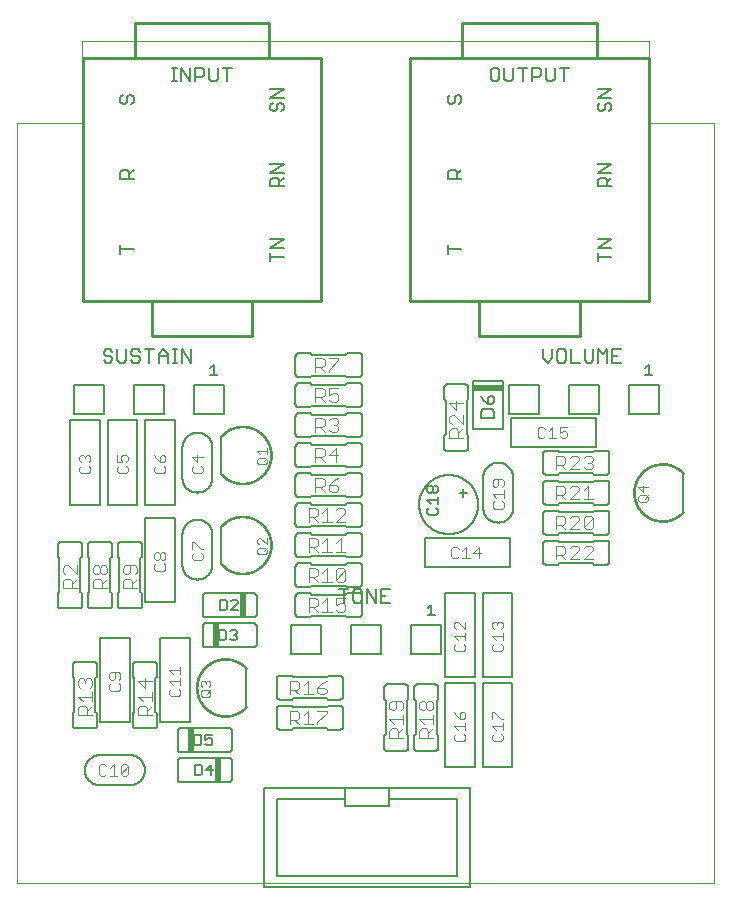
<source format=gto>
G75*
%MOIN*%
%OFA0B0*%
%FSLAX25Y25*%
%IPPOS*%
%LPD*%
%AMOC8*
5,1,8,0,0,1.08239X$1,22.5*
%
%ADD10C,0.00600*%
%ADD11C,0.00400*%
%ADD12C,0.00300*%
%ADD13C,0.00060*%
%ADD14C,0.00500*%
%ADD15R,0.02000X0.08000*%
%ADD16C,0.00000*%
%ADD17C,0.01000*%
%ADD18R,0.10000X0.02000*%
%ADD19C,0.00800*%
D10*
X0032500Y0035435D02*
X0042500Y0035435D01*
X0047500Y0040435D02*
X0047498Y0040575D01*
X0047492Y0040715D01*
X0047482Y0040855D01*
X0047469Y0040995D01*
X0047451Y0041134D01*
X0047429Y0041273D01*
X0047404Y0041410D01*
X0047375Y0041548D01*
X0047342Y0041684D01*
X0047305Y0041819D01*
X0047264Y0041953D01*
X0047219Y0042086D01*
X0047171Y0042218D01*
X0047119Y0042348D01*
X0047064Y0042477D01*
X0047005Y0042604D01*
X0046942Y0042730D01*
X0046876Y0042854D01*
X0046807Y0042975D01*
X0046734Y0043095D01*
X0046657Y0043213D01*
X0046578Y0043328D01*
X0046495Y0043442D01*
X0046409Y0043552D01*
X0046320Y0043661D01*
X0046228Y0043767D01*
X0046133Y0043870D01*
X0046036Y0043971D01*
X0045935Y0044068D01*
X0045832Y0044163D01*
X0045726Y0044255D01*
X0045617Y0044344D01*
X0045507Y0044430D01*
X0045393Y0044513D01*
X0045278Y0044592D01*
X0045160Y0044669D01*
X0045040Y0044742D01*
X0044919Y0044811D01*
X0044795Y0044877D01*
X0044669Y0044940D01*
X0044542Y0044999D01*
X0044413Y0045054D01*
X0044283Y0045106D01*
X0044151Y0045154D01*
X0044018Y0045199D01*
X0043884Y0045240D01*
X0043749Y0045277D01*
X0043613Y0045310D01*
X0043475Y0045339D01*
X0043338Y0045364D01*
X0043199Y0045386D01*
X0043060Y0045404D01*
X0042920Y0045417D01*
X0042780Y0045427D01*
X0042640Y0045433D01*
X0042500Y0045435D01*
X0035000Y0045435D01*
X0032500Y0045435D01*
X0027500Y0040435D02*
X0027502Y0040295D01*
X0027508Y0040155D01*
X0027518Y0040015D01*
X0027531Y0039875D01*
X0027549Y0039736D01*
X0027571Y0039597D01*
X0027596Y0039460D01*
X0027625Y0039322D01*
X0027658Y0039186D01*
X0027695Y0039051D01*
X0027736Y0038917D01*
X0027781Y0038784D01*
X0027829Y0038652D01*
X0027881Y0038522D01*
X0027936Y0038393D01*
X0027995Y0038266D01*
X0028058Y0038140D01*
X0028124Y0038016D01*
X0028193Y0037895D01*
X0028266Y0037775D01*
X0028343Y0037657D01*
X0028422Y0037542D01*
X0028505Y0037428D01*
X0028591Y0037318D01*
X0028680Y0037209D01*
X0028772Y0037103D01*
X0028867Y0037000D01*
X0028964Y0036899D01*
X0029065Y0036802D01*
X0029168Y0036707D01*
X0029274Y0036615D01*
X0029383Y0036526D01*
X0029493Y0036440D01*
X0029607Y0036357D01*
X0029722Y0036278D01*
X0029840Y0036201D01*
X0029960Y0036128D01*
X0030081Y0036059D01*
X0030205Y0035993D01*
X0030331Y0035930D01*
X0030458Y0035871D01*
X0030587Y0035816D01*
X0030717Y0035764D01*
X0030849Y0035716D01*
X0030982Y0035671D01*
X0031116Y0035630D01*
X0031251Y0035593D01*
X0031387Y0035560D01*
X0031525Y0035531D01*
X0031662Y0035506D01*
X0031801Y0035484D01*
X0031940Y0035466D01*
X0032080Y0035453D01*
X0032220Y0035443D01*
X0032360Y0035437D01*
X0032500Y0035435D01*
X0027500Y0040435D02*
X0027502Y0040575D01*
X0027508Y0040715D01*
X0027518Y0040855D01*
X0027531Y0040995D01*
X0027549Y0041134D01*
X0027571Y0041273D01*
X0027596Y0041410D01*
X0027625Y0041548D01*
X0027658Y0041684D01*
X0027695Y0041819D01*
X0027736Y0041953D01*
X0027781Y0042086D01*
X0027829Y0042218D01*
X0027881Y0042348D01*
X0027936Y0042477D01*
X0027995Y0042604D01*
X0028058Y0042730D01*
X0028124Y0042854D01*
X0028193Y0042975D01*
X0028266Y0043095D01*
X0028343Y0043213D01*
X0028422Y0043328D01*
X0028505Y0043442D01*
X0028591Y0043552D01*
X0028680Y0043661D01*
X0028772Y0043767D01*
X0028867Y0043870D01*
X0028964Y0043971D01*
X0029065Y0044068D01*
X0029168Y0044163D01*
X0029274Y0044255D01*
X0029383Y0044344D01*
X0029493Y0044430D01*
X0029607Y0044513D01*
X0029722Y0044592D01*
X0029840Y0044669D01*
X0029960Y0044742D01*
X0030081Y0044811D01*
X0030205Y0044877D01*
X0030331Y0044940D01*
X0030458Y0044999D01*
X0030587Y0045054D01*
X0030717Y0045106D01*
X0030849Y0045154D01*
X0030982Y0045199D01*
X0031116Y0045240D01*
X0031251Y0045277D01*
X0031387Y0045310D01*
X0031525Y0045339D01*
X0031662Y0045364D01*
X0031801Y0045386D01*
X0031940Y0045404D01*
X0032080Y0045417D01*
X0032220Y0045427D01*
X0032360Y0045433D01*
X0032500Y0045435D01*
X0030500Y0054372D02*
X0024500Y0054372D01*
X0024440Y0054374D01*
X0024379Y0054379D01*
X0024320Y0054388D01*
X0024261Y0054401D01*
X0024202Y0054417D01*
X0024145Y0054437D01*
X0024090Y0054460D01*
X0024035Y0054487D01*
X0023983Y0054516D01*
X0023932Y0054549D01*
X0023883Y0054585D01*
X0023837Y0054623D01*
X0023793Y0054665D01*
X0023751Y0054709D01*
X0023713Y0054755D01*
X0023677Y0054804D01*
X0023644Y0054855D01*
X0023615Y0054907D01*
X0023588Y0054962D01*
X0023565Y0055017D01*
X0023545Y0055074D01*
X0023529Y0055133D01*
X0023516Y0055192D01*
X0023507Y0055251D01*
X0023502Y0055312D01*
X0023500Y0055372D01*
X0023500Y0059372D01*
X0024000Y0059872D01*
X0024000Y0070998D01*
X0023500Y0071498D01*
X0023500Y0075498D01*
X0023502Y0075558D01*
X0023507Y0075619D01*
X0023516Y0075678D01*
X0023529Y0075737D01*
X0023545Y0075796D01*
X0023565Y0075853D01*
X0023588Y0075908D01*
X0023615Y0075963D01*
X0023644Y0076015D01*
X0023677Y0076066D01*
X0023713Y0076115D01*
X0023751Y0076161D01*
X0023793Y0076205D01*
X0023837Y0076247D01*
X0023883Y0076285D01*
X0023932Y0076321D01*
X0023983Y0076354D01*
X0024035Y0076383D01*
X0024090Y0076410D01*
X0024145Y0076433D01*
X0024202Y0076453D01*
X0024261Y0076469D01*
X0024320Y0076482D01*
X0024379Y0076491D01*
X0024440Y0076496D01*
X0024500Y0076498D01*
X0030500Y0076498D01*
X0030560Y0076496D01*
X0030621Y0076491D01*
X0030680Y0076482D01*
X0030739Y0076469D01*
X0030798Y0076453D01*
X0030855Y0076433D01*
X0030910Y0076410D01*
X0030965Y0076383D01*
X0031017Y0076354D01*
X0031068Y0076321D01*
X0031117Y0076285D01*
X0031163Y0076247D01*
X0031207Y0076205D01*
X0031249Y0076161D01*
X0031287Y0076115D01*
X0031323Y0076066D01*
X0031356Y0076015D01*
X0031385Y0075963D01*
X0031412Y0075908D01*
X0031435Y0075853D01*
X0031455Y0075796D01*
X0031471Y0075737D01*
X0031484Y0075678D01*
X0031493Y0075619D01*
X0031498Y0075558D01*
X0031500Y0075498D01*
X0031500Y0071498D01*
X0031000Y0070998D01*
X0031000Y0059872D01*
X0031500Y0059372D01*
X0031500Y0055372D01*
X0031498Y0055312D01*
X0031493Y0055251D01*
X0031484Y0055192D01*
X0031471Y0055133D01*
X0031455Y0055074D01*
X0031435Y0055017D01*
X0031412Y0054962D01*
X0031385Y0054907D01*
X0031356Y0054855D01*
X0031323Y0054804D01*
X0031287Y0054755D01*
X0031249Y0054709D01*
X0031207Y0054665D01*
X0031163Y0054623D01*
X0031117Y0054585D01*
X0031068Y0054549D01*
X0031017Y0054516D01*
X0030965Y0054487D01*
X0030910Y0054460D01*
X0030855Y0054437D01*
X0030798Y0054417D01*
X0030739Y0054401D01*
X0030680Y0054388D01*
X0030621Y0054379D01*
X0030560Y0054374D01*
X0030500Y0054372D01*
X0032618Y0056329D02*
X0042382Y0056329D01*
X0042382Y0084542D01*
X0032618Y0084542D01*
X0032618Y0056329D01*
X0043500Y0055372D02*
X0043500Y0059372D01*
X0044000Y0059872D01*
X0044000Y0070998D01*
X0043500Y0071498D01*
X0043500Y0075498D01*
X0043502Y0075558D01*
X0043507Y0075619D01*
X0043516Y0075678D01*
X0043529Y0075737D01*
X0043545Y0075796D01*
X0043565Y0075853D01*
X0043588Y0075908D01*
X0043615Y0075963D01*
X0043644Y0076015D01*
X0043677Y0076066D01*
X0043713Y0076115D01*
X0043751Y0076161D01*
X0043793Y0076205D01*
X0043837Y0076247D01*
X0043883Y0076285D01*
X0043932Y0076321D01*
X0043983Y0076354D01*
X0044035Y0076383D01*
X0044090Y0076410D01*
X0044145Y0076433D01*
X0044202Y0076453D01*
X0044261Y0076469D01*
X0044320Y0076482D01*
X0044379Y0076491D01*
X0044440Y0076496D01*
X0044500Y0076498D01*
X0050500Y0076498D01*
X0050560Y0076496D01*
X0050621Y0076491D01*
X0050680Y0076482D01*
X0050739Y0076469D01*
X0050798Y0076453D01*
X0050855Y0076433D01*
X0050910Y0076410D01*
X0050965Y0076383D01*
X0051017Y0076354D01*
X0051068Y0076321D01*
X0051117Y0076285D01*
X0051163Y0076247D01*
X0051207Y0076205D01*
X0051249Y0076161D01*
X0051287Y0076115D01*
X0051323Y0076066D01*
X0051356Y0076015D01*
X0051385Y0075963D01*
X0051412Y0075908D01*
X0051435Y0075853D01*
X0051455Y0075796D01*
X0051471Y0075737D01*
X0051484Y0075678D01*
X0051493Y0075619D01*
X0051498Y0075558D01*
X0051500Y0075498D01*
X0051500Y0071498D01*
X0051000Y0070998D01*
X0051000Y0059872D01*
X0051500Y0059372D01*
X0051500Y0055372D01*
X0051498Y0055312D01*
X0051493Y0055251D01*
X0051484Y0055192D01*
X0051471Y0055133D01*
X0051455Y0055074D01*
X0051435Y0055017D01*
X0051412Y0054962D01*
X0051385Y0054907D01*
X0051356Y0054855D01*
X0051323Y0054804D01*
X0051287Y0054755D01*
X0051249Y0054709D01*
X0051207Y0054665D01*
X0051163Y0054623D01*
X0051117Y0054585D01*
X0051068Y0054549D01*
X0051017Y0054516D01*
X0050965Y0054487D01*
X0050910Y0054460D01*
X0050855Y0054437D01*
X0050798Y0054417D01*
X0050739Y0054401D01*
X0050680Y0054388D01*
X0050621Y0054379D01*
X0050560Y0054374D01*
X0050500Y0054372D01*
X0044500Y0054372D01*
X0044440Y0054374D01*
X0044379Y0054379D01*
X0044320Y0054388D01*
X0044261Y0054401D01*
X0044202Y0054417D01*
X0044145Y0054437D01*
X0044090Y0054460D01*
X0044035Y0054487D01*
X0043983Y0054516D01*
X0043932Y0054549D01*
X0043883Y0054585D01*
X0043837Y0054623D01*
X0043793Y0054665D01*
X0043751Y0054709D01*
X0043713Y0054755D01*
X0043677Y0054804D01*
X0043644Y0054855D01*
X0043615Y0054907D01*
X0043588Y0054962D01*
X0043565Y0055017D01*
X0043545Y0055074D01*
X0043529Y0055133D01*
X0043516Y0055192D01*
X0043507Y0055251D01*
X0043502Y0055312D01*
X0043500Y0055372D01*
X0052618Y0056329D02*
X0062382Y0056329D01*
X0062382Y0084542D01*
X0052618Y0084542D01*
X0052618Y0056329D01*
X0058500Y0053435D02*
X0058500Y0047435D01*
X0058502Y0047375D01*
X0058507Y0047314D01*
X0058516Y0047255D01*
X0058529Y0047196D01*
X0058545Y0047137D01*
X0058565Y0047080D01*
X0058588Y0047025D01*
X0058615Y0046970D01*
X0058644Y0046918D01*
X0058677Y0046867D01*
X0058713Y0046818D01*
X0058751Y0046772D01*
X0058793Y0046728D01*
X0058837Y0046686D01*
X0058883Y0046648D01*
X0058932Y0046612D01*
X0058983Y0046579D01*
X0059035Y0046550D01*
X0059090Y0046523D01*
X0059145Y0046500D01*
X0059202Y0046480D01*
X0059261Y0046464D01*
X0059320Y0046451D01*
X0059379Y0046442D01*
X0059440Y0046437D01*
X0059500Y0046435D01*
X0075500Y0046435D01*
X0075560Y0046437D01*
X0075621Y0046442D01*
X0075680Y0046451D01*
X0075739Y0046464D01*
X0075798Y0046480D01*
X0075855Y0046500D01*
X0075910Y0046523D01*
X0075965Y0046550D01*
X0076017Y0046579D01*
X0076068Y0046612D01*
X0076117Y0046648D01*
X0076163Y0046686D01*
X0076207Y0046728D01*
X0076249Y0046772D01*
X0076287Y0046818D01*
X0076323Y0046867D01*
X0076356Y0046918D01*
X0076385Y0046970D01*
X0076412Y0047025D01*
X0076435Y0047080D01*
X0076455Y0047137D01*
X0076471Y0047196D01*
X0076484Y0047255D01*
X0076493Y0047314D01*
X0076498Y0047375D01*
X0076500Y0047435D01*
X0076500Y0053435D01*
X0076498Y0053495D01*
X0076493Y0053556D01*
X0076484Y0053615D01*
X0076471Y0053674D01*
X0076455Y0053733D01*
X0076435Y0053790D01*
X0076412Y0053845D01*
X0076385Y0053900D01*
X0076356Y0053952D01*
X0076323Y0054003D01*
X0076287Y0054052D01*
X0076249Y0054098D01*
X0076207Y0054142D01*
X0076163Y0054184D01*
X0076117Y0054222D01*
X0076068Y0054258D01*
X0076017Y0054291D01*
X0075965Y0054320D01*
X0075910Y0054347D01*
X0075855Y0054370D01*
X0075798Y0054390D01*
X0075739Y0054406D01*
X0075680Y0054419D01*
X0075621Y0054428D01*
X0075560Y0054433D01*
X0075500Y0054435D01*
X0059500Y0054435D01*
X0059440Y0054433D01*
X0059379Y0054428D01*
X0059320Y0054419D01*
X0059261Y0054406D01*
X0059202Y0054390D01*
X0059145Y0054370D01*
X0059090Y0054347D01*
X0059035Y0054320D01*
X0058983Y0054291D01*
X0058932Y0054258D01*
X0058883Y0054222D01*
X0058837Y0054184D01*
X0058793Y0054142D01*
X0058751Y0054098D01*
X0058713Y0054052D01*
X0058677Y0054003D01*
X0058644Y0053952D01*
X0058615Y0053900D01*
X0058588Y0053845D01*
X0058565Y0053790D01*
X0058545Y0053733D01*
X0058529Y0053674D01*
X0058516Y0053615D01*
X0058507Y0053556D01*
X0058502Y0053495D01*
X0058500Y0053435D01*
X0059500Y0044435D02*
X0075500Y0044435D01*
X0075560Y0044433D01*
X0075621Y0044428D01*
X0075680Y0044419D01*
X0075739Y0044406D01*
X0075798Y0044390D01*
X0075855Y0044370D01*
X0075910Y0044347D01*
X0075965Y0044320D01*
X0076017Y0044291D01*
X0076068Y0044258D01*
X0076117Y0044222D01*
X0076163Y0044184D01*
X0076207Y0044142D01*
X0076249Y0044098D01*
X0076287Y0044052D01*
X0076323Y0044003D01*
X0076356Y0043952D01*
X0076385Y0043900D01*
X0076412Y0043845D01*
X0076435Y0043790D01*
X0076455Y0043733D01*
X0076471Y0043674D01*
X0076484Y0043615D01*
X0076493Y0043556D01*
X0076498Y0043495D01*
X0076500Y0043435D01*
X0076500Y0037435D01*
X0076498Y0037375D01*
X0076493Y0037314D01*
X0076484Y0037255D01*
X0076471Y0037196D01*
X0076455Y0037137D01*
X0076435Y0037080D01*
X0076412Y0037025D01*
X0076385Y0036970D01*
X0076356Y0036918D01*
X0076323Y0036867D01*
X0076287Y0036818D01*
X0076249Y0036772D01*
X0076207Y0036728D01*
X0076163Y0036686D01*
X0076117Y0036648D01*
X0076068Y0036612D01*
X0076017Y0036579D01*
X0075965Y0036550D01*
X0075910Y0036523D01*
X0075855Y0036500D01*
X0075798Y0036480D01*
X0075739Y0036464D01*
X0075680Y0036451D01*
X0075621Y0036442D01*
X0075560Y0036437D01*
X0075500Y0036435D01*
X0059500Y0036435D01*
X0059440Y0036437D01*
X0059379Y0036442D01*
X0059320Y0036451D01*
X0059261Y0036464D01*
X0059202Y0036480D01*
X0059145Y0036500D01*
X0059090Y0036523D01*
X0059035Y0036550D01*
X0058983Y0036579D01*
X0058932Y0036612D01*
X0058883Y0036648D01*
X0058837Y0036686D01*
X0058793Y0036728D01*
X0058751Y0036772D01*
X0058713Y0036818D01*
X0058677Y0036867D01*
X0058644Y0036918D01*
X0058615Y0036970D01*
X0058588Y0037025D01*
X0058565Y0037080D01*
X0058545Y0037137D01*
X0058529Y0037196D01*
X0058516Y0037255D01*
X0058507Y0037314D01*
X0058502Y0037375D01*
X0058500Y0037435D01*
X0058500Y0043435D01*
X0058502Y0043495D01*
X0058507Y0043556D01*
X0058516Y0043615D01*
X0058529Y0043674D01*
X0058545Y0043733D01*
X0058565Y0043790D01*
X0058588Y0043845D01*
X0058615Y0043900D01*
X0058644Y0043952D01*
X0058677Y0044003D01*
X0058713Y0044052D01*
X0058751Y0044098D01*
X0058793Y0044142D01*
X0058837Y0044184D01*
X0058883Y0044222D01*
X0058932Y0044258D01*
X0058983Y0044291D01*
X0059035Y0044320D01*
X0059090Y0044347D01*
X0059145Y0044370D01*
X0059202Y0044390D01*
X0059261Y0044406D01*
X0059320Y0044419D01*
X0059379Y0044428D01*
X0059440Y0044433D01*
X0059500Y0044435D01*
X0047500Y0040435D02*
X0047498Y0040295D01*
X0047492Y0040155D01*
X0047482Y0040015D01*
X0047469Y0039875D01*
X0047451Y0039736D01*
X0047429Y0039597D01*
X0047404Y0039460D01*
X0047375Y0039322D01*
X0047342Y0039186D01*
X0047305Y0039051D01*
X0047264Y0038917D01*
X0047219Y0038784D01*
X0047171Y0038652D01*
X0047119Y0038522D01*
X0047064Y0038393D01*
X0047005Y0038266D01*
X0046942Y0038140D01*
X0046876Y0038016D01*
X0046807Y0037895D01*
X0046734Y0037775D01*
X0046657Y0037657D01*
X0046578Y0037542D01*
X0046495Y0037428D01*
X0046409Y0037318D01*
X0046320Y0037209D01*
X0046228Y0037103D01*
X0046133Y0037000D01*
X0046036Y0036899D01*
X0045935Y0036802D01*
X0045832Y0036707D01*
X0045726Y0036615D01*
X0045617Y0036526D01*
X0045507Y0036440D01*
X0045393Y0036357D01*
X0045278Y0036278D01*
X0045160Y0036201D01*
X0045040Y0036128D01*
X0044919Y0036059D01*
X0044795Y0035993D01*
X0044669Y0035930D01*
X0044542Y0035871D01*
X0044413Y0035816D01*
X0044283Y0035764D01*
X0044151Y0035716D01*
X0044018Y0035671D01*
X0043884Y0035630D01*
X0043749Y0035593D01*
X0043613Y0035560D01*
X0043475Y0035531D01*
X0043338Y0035506D01*
X0043199Y0035484D01*
X0043060Y0035466D01*
X0042920Y0035453D01*
X0042780Y0035443D01*
X0042640Y0035437D01*
X0042500Y0035435D01*
X0067750Y0081435D02*
X0083750Y0081435D01*
X0083810Y0081437D01*
X0083871Y0081442D01*
X0083930Y0081451D01*
X0083989Y0081464D01*
X0084048Y0081480D01*
X0084105Y0081500D01*
X0084160Y0081523D01*
X0084215Y0081550D01*
X0084267Y0081579D01*
X0084318Y0081612D01*
X0084367Y0081648D01*
X0084413Y0081686D01*
X0084457Y0081728D01*
X0084499Y0081772D01*
X0084537Y0081818D01*
X0084573Y0081867D01*
X0084606Y0081918D01*
X0084635Y0081970D01*
X0084662Y0082025D01*
X0084685Y0082080D01*
X0084705Y0082137D01*
X0084721Y0082196D01*
X0084734Y0082255D01*
X0084743Y0082314D01*
X0084748Y0082375D01*
X0084750Y0082435D01*
X0084750Y0088435D01*
X0084748Y0088495D01*
X0084743Y0088556D01*
X0084734Y0088615D01*
X0084721Y0088674D01*
X0084705Y0088733D01*
X0084685Y0088790D01*
X0084662Y0088845D01*
X0084635Y0088900D01*
X0084606Y0088952D01*
X0084573Y0089003D01*
X0084537Y0089052D01*
X0084499Y0089098D01*
X0084457Y0089142D01*
X0084413Y0089184D01*
X0084367Y0089222D01*
X0084318Y0089258D01*
X0084267Y0089291D01*
X0084215Y0089320D01*
X0084160Y0089347D01*
X0084105Y0089370D01*
X0084048Y0089390D01*
X0083989Y0089406D01*
X0083930Y0089419D01*
X0083871Y0089428D01*
X0083810Y0089433D01*
X0083750Y0089435D01*
X0067750Y0089435D01*
X0067690Y0089433D01*
X0067629Y0089428D01*
X0067570Y0089419D01*
X0067511Y0089406D01*
X0067452Y0089390D01*
X0067395Y0089370D01*
X0067340Y0089347D01*
X0067285Y0089320D01*
X0067233Y0089291D01*
X0067182Y0089258D01*
X0067133Y0089222D01*
X0067087Y0089184D01*
X0067043Y0089142D01*
X0067001Y0089098D01*
X0066963Y0089052D01*
X0066927Y0089003D01*
X0066894Y0088952D01*
X0066865Y0088900D01*
X0066838Y0088845D01*
X0066815Y0088790D01*
X0066795Y0088733D01*
X0066779Y0088674D01*
X0066766Y0088615D01*
X0066757Y0088556D01*
X0066752Y0088495D01*
X0066750Y0088435D01*
X0066750Y0082435D01*
X0066752Y0082375D01*
X0066757Y0082314D01*
X0066766Y0082255D01*
X0066779Y0082196D01*
X0066795Y0082137D01*
X0066815Y0082080D01*
X0066838Y0082025D01*
X0066865Y0081970D01*
X0066894Y0081918D01*
X0066927Y0081867D01*
X0066963Y0081818D01*
X0067001Y0081772D01*
X0067043Y0081728D01*
X0067087Y0081686D01*
X0067133Y0081648D01*
X0067182Y0081612D01*
X0067233Y0081579D01*
X0067285Y0081550D01*
X0067340Y0081523D01*
X0067395Y0081500D01*
X0067452Y0081480D01*
X0067511Y0081464D01*
X0067570Y0081451D01*
X0067629Y0081442D01*
X0067690Y0081437D01*
X0067750Y0081435D01*
X0067750Y0091435D02*
X0083750Y0091435D01*
X0083810Y0091437D01*
X0083871Y0091442D01*
X0083930Y0091451D01*
X0083989Y0091464D01*
X0084048Y0091480D01*
X0084105Y0091500D01*
X0084160Y0091523D01*
X0084215Y0091550D01*
X0084267Y0091579D01*
X0084318Y0091612D01*
X0084367Y0091648D01*
X0084413Y0091686D01*
X0084457Y0091728D01*
X0084499Y0091772D01*
X0084537Y0091818D01*
X0084573Y0091867D01*
X0084606Y0091918D01*
X0084635Y0091970D01*
X0084662Y0092025D01*
X0084685Y0092080D01*
X0084705Y0092137D01*
X0084721Y0092196D01*
X0084734Y0092255D01*
X0084743Y0092314D01*
X0084748Y0092375D01*
X0084750Y0092435D01*
X0084750Y0098435D01*
X0084748Y0098495D01*
X0084743Y0098556D01*
X0084734Y0098615D01*
X0084721Y0098674D01*
X0084705Y0098733D01*
X0084685Y0098790D01*
X0084662Y0098845D01*
X0084635Y0098900D01*
X0084606Y0098952D01*
X0084573Y0099003D01*
X0084537Y0099052D01*
X0084499Y0099098D01*
X0084457Y0099142D01*
X0084413Y0099184D01*
X0084367Y0099222D01*
X0084318Y0099258D01*
X0084267Y0099291D01*
X0084215Y0099320D01*
X0084160Y0099347D01*
X0084105Y0099370D01*
X0084048Y0099390D01*
X0083989Y0099406D01*
X0083930Y0099419D01*
X0083871Y0099428D01*
X0083810Y0099433D01*
X0083750Y0099435D01*
X0067750Y0099435D01*
X0067690Y0099433D01*
X0067629Y0099428D01*
X0067570Y0099419D01*
X0067511Y0099406D01*
X0067452Y0099390D01*
X0067395Y0099370D01*
X0067340Y0099347D01*
X0067285Y0099320D01*
X0067233Y0099291D01*
X0067182Y0099258D01*
X0067133Y0099222D01*
X0067087Y0099184D01*
X0067043Y0099142D01*
X0067001Y0099098D01*
X0066963Y0099052D01*
X0066927Y0099003D01*
X0066894Y0098952D01*
X0066865Y0098900D01*
X0066838Y0098845D01*
X0066815Y0098790D01*
X0066795Y0098733D01*
X0066779Y0098674D01*
X0066766Y0098615D01*
X0066757Y0098556D01*
X0066752Y0098495D01*
X0066750Y0098435D01*
X0066750Y0092435D01*
X0066752Y0092375D01*
X0066757Y0092314D01*
X0066766Y0092255D01*
X0066779Y0092196D01*
X0066795Y0092137D01*
X0066815Y0092080D01*
X0066838Y0092025D01*
X0066865Y0091970D01*
X0066894Y0091918D01*
X0066927Y0091867D01*
X0066963Y0091818D01*
X0067001Y0091772D01*
X0067043Y0091728D01*
X0067087Y0091686D01*
X0067133Y0091648D01*
X0067182Y0091612D01*
X0067233Y0091579D01*
X0067285Y0091550D01*
X0067340Y0091523D01*
X0067395Y0091500D01*
X0067452Y0091480D01*
X0067511Y0091464D01*
X0067570Y0091451D01*
X0067629Y0091442D01*
X0067690Y0091437D01*
X0067750Y0091435D01*
X0057382Y0096329D02*
X0047618Y0096329D01*
X0047618Y0124542D01*
X0057382Y0124542D01*
X0057382Y0096329D01*
X0046500Y0095372D02*
X0046500Y0099372D01*
X0046000Y0099872D01*
X0046000Y0110998D01*
X0046500Y0111498D01*
X0046500Y0115498D01*
X0046498Y0115558D01*
X0046493Y0115619D01*
X0046484Y0115678D01*
X0046471Y0115737D01*
X0046455Y0115796D01*
X0046435Y0115853D01*
X0046412Y0115908D01*
X0046385Y0115963D01*
X0046356Y0116015D01*
X0046323Y0116066D01*
X0046287Y0116115D01*
X0046249Y0116161D01*
X0046207Y0116205D01*
X0046163Y0116247D01*
X0046117Y0116285D01*
X0046068Y0116321D01*
X0046017Y0116354D01*
X0045965Y0116383D01*
X0045910Y0116410D01*
X0045855Y0116433D01*
X0045798Y0116453D01*
X0045739Y0116469D01*
X0045680Y0116482D01*
X0045621Y0116491D01*
X0045560Y0116496D01*
X0045500Y0116498D01*
X0039500Y0116498D01*
X0039440Y0116496D01*
X0039379Y0116491D01*
X0039320Y0116482D01*
X0039261Y0116469D01*
X0039202Y0116453D01*
X0039145Y0116433D01*
X0039090Y0116410D01*
X0039035Y0116383D01*
X0038983Y0116354D01*
X0038932Y0116321D01*
X0038883Y0116285D01*
X0038837Y0116247D01*
X0038793Y0116205D01*
X0038751Y0116161D01*
X0038713Y0116115D01*
X0038677Y0116066D01*
X0038644Y0116015D01*
X0038615Y0115963D01*
X0038588Y0115908D01*
X0038565Y0115853D01*
X0038545Y0115796D01*
X0038529Y0115737D01*
X0038516Y0115678D01*
X0038507Y0115619D01*
X0038502Y0115558D01*
X0038500Y0115498D01*
X0038500Y0111498D01*
X0039000Y0110998D01*
X0039000Y0099872D01*
X0038500Y0099372D01*
X0038500Y0095372D01*
X0038502Y0095312D01*
X0038507Y0095251D01*
X0038516Y0095192D01*
X0038529Y0095133D01*
X0038545Y0095074D01*
X0038565Y0095017D01*
X0038588Y0094962D01*
X0038615Y0094907D01*
X0038644Y0094855D01*
X0038677Y0094804D01*
X0038713Y0094755D01*
X0038751Y0094709D01*
X0038793Y0094665D01*
X0038837Y0094623D01*
X0038883Y0094585D01*
X0038932Y0094549D01*
X0038983Y0094516D01*
X0039035Y0094487D01*
X0039090Y0094460D01*
X0039145Y0094437D01*
X0039202Y0094417D01*
X0039261Y0094401D01*
X0039320Y0094388D01*
X0039379Y0094379D01*
X0039440Y0094374D01*
X0039500Y0094372D01*
X0045500Y0094372D01*
X0045560Y0094374D01*
X0045621Y0094379D01*
X0045680Y0094388D01*
X0045739Y0094401D01*
X0045798Y0094417D01*
X0045855Y0094437D01*
X0045910Y0094460D01*
X0045965Y0094487D01*
X0046017Y0094516D01*
X0046068Y0094549D01*
X0046117Y0094585D01*
X0046163Y0094623D01*
X0046207Y0094665D01*
X0046249Y0094709D01*
X0046287Y0094755D01*
X0046323Y0094804D01*
X0046356Y0094855D01*
X0046385Y0094907D01*
X0046412Y0094962D01*
X0046435Y0095017D01*
X0046455Y0095074D01*
X0046471Y0095133D01*
X0046484Y0095192D01*
X0046493Y0095251D01*
X0046498Y0095312D01*
X0046500Y0095372D01*
X0036500Y0095372D02*
X0036500Y0099372D01*
X0036000Y0099872D01*
X0036000Y0110998D01*
X0036500Y0111498D01*
X0036500Y0115498D01*
X0036498Y0115558D01*
X0036493Y0115619D01*
X0036484Y0115678D01*
X0036471Y0115737D01*
X0036455Y0115796D01*
X0036435Y0115853D01*
X0036412Y0115908D01*
X0036385Y0115963D01*
X0036356Y0116015D01*
X0036323Y0116066D01*
X0036287Y0116115D01*
X0036249Y0116161D01*
X0036207Y0116205D01*
X0036163Y0116247D01*
X0036117Y0116285D01*
X0036068Y0116321D01*
X0036017Y0116354D01*
X0035965Y0116383D01*
X0035910Y0116410D01*
X0035855Y0116433D01*
X0035798Y0116453D01*
X0035739Y0116469D01*
X0035680Y0116482D01*
X0035621Y0116491D01*
X0035560Y0116496D01*
X0035500Y0116498D01*
X0029500Y0116498D01*
X0029440Y0116496D01*
X0029379Y0116491D01*
X0029320Y0116482D01*
X0029261Y0116469D01*
X0029202Y0116453D01*
X0029145Y0116433D01*
X0029090Y0116410D01*
X0029035Y0116383D01*
X0028983Y0116354D01*
X0028932Y0116321D01*
X0028883Y0116285D01*
X0028837Y0116247D01*
X0028793Y0116205D01*
X0028751Y0116161D01*
X0028713Y0116115D01*
X0028677Y0116066D01*
X0028644Y0116015D01*
X0028615Y0115963D01*
X0028588Y0115908D01*
X0028565Y0115853D01*
X0028545Y0115796D01*
X0028529Y0115737D01*
X0028516Y0115678D01*
X0028507Y0115619D01*
X0028502Y0115558D01*
X0028500Y0115498D01*
X0028500Y0111498D01*
X0029000Y0110998D01*
X0029000Y0099872D01*
X0028500Y0099372D01*
X0028500Y0095372D01*
X0028502Y0095312D01*
X0028507Y0095251D01*
X0028516Y0095192D01*
X0028529Y0095133D01*
X0028545Y0095074D01*
X0028565Y0095017D01*
X0028588Y0094962D01*
X0028615Y0094907D01*
X0028644Y0094855D01*
X0028677Y0094804D01*
X0028713Y0094755D01*
X0028751Y0094709D01*
X0028793Y0094665D01*
X0028837Y0094623D01*
X0028883Y0094585D01*
X0028932Y0094549D01*
X0028983Y0094516D01*
X0029035Y0094487D01*
X0029090Y0094460D01*
X0029145Y0094437D01*
X0029202Y0094417D01*
X0029261Y0094401D01*
X0029320Y0094388D01*
X0029379Y0094379D01*
X0029440Y0094374D01*
X0029500Y0094372D01*
X0035500Y0094372D01*
X0035560Y0094374D01*
X0035621Y0094379D01*
X0035680Y0094388D01*
X0035739Y0094401D01*
X0035798Y0094417D01*
X0035855Y0094437D01*
X0035910Y0094460D01*
X0035965Y0094487D01*
X0036017Y0094516D01*
X0036068Y0094549D01*
X0036117Y0094585D01*
X0036163Y0094623D01*
X0036207Y0094665D01*
X0036249Y0094709D01*
X0036287Y0094755D01*
X0036323Y0094804D01*
X0036356Y0094855D01*
X0036385Y0094907D01*
X0036412Y0094962D01*
X0036435Y0095017D01*
X0036455Y0095074D01*
X0036471Y0095133D01*
X0036484Y0095192D01*
X0036493Y0095251D01*
X0036498Y0095312D01*
X0036500Y0095372D01*
X0026500Y0095372D02*
X0026500Y0099372D01*
X0026000Y0099872D01*
X0026000Y0110998D01*
X0026500Y0111498D01*
X0026500Y0115498D01*
X0026498Y0115558D01*
X0026493Y0115619D01*
X0026484Y0115678D01*
X0026471Y0115737D01*
X0026455Y0115796D01*
X0026435Y0115853D01*
X0026412Y0115908D01*
X0026385Y0115963D01*
X0026356Y0116015D01*
X0026323Y0116066D01*
X0026287Y0116115D01*
X0026249Y0116161D01*
X0026207Y0116205D01*
X0026163Y0116247D01*
X0026117Y0116285D01*
X0026068Y0116321D01*
X0026017Y0116354D01*
X0025965Y0116383D01*
X0025910Y0116410D01*
X0025855Y0116433D01*
X0025798Y0116453D01*
X0025739Y0116469D01*
X0025680Y0116482D01*
X0025621Y0116491D01*
X0025560Y0116496D01*
X0025500Y0116498D01*
X0019500Y0116498D01*
X0019440Y0116496D01*
X0019379Y0116491D01*
X0019320Y0116482D01*
X0019261Y0116469D01*
X0019202Y0116453D01*
X0019145Y0116433D01*
X0019090Y0116410D01*
X0019035Y0116383D01*
X0018983Y0116354D01*
X0018932Y0116321D01*
X0018883Y0116285D01*
X0018837Y0116247D01*
X0018793Y0116205D01*
X0018751Y0116161D01*
X0018713Y0116115D01*
X0018677Y0116066D01*
X0018644Y0116015D01*
X0018615Y0115963D01*
X0018588Y0115908D01*
X0018565Y0115853D01*
X0018545Y0115796D01*
X0018529Y0115737D01*
X0018516Y0115678D01*
X0018507Y0115619D01*
X0018502Y0115558D01*
X0018500Y0115498D01*
X0018500Y0111498D01*
X0019000Y0110998D01*
X0019000Y0099872D01*
X0018500Y0099372D01*
X0018500Y0095372D01*
X0018502Y0095312D01*
X0018507Y0095251D01*
X0018516Y0095192D01*
X0018529Y0095133D01*
X0018545Y0095074D01*
X0018565Y0095017D01*
X0018588Y0094962D01*
X0018615Y0094907D01*
X0018644Y0094855D01*
X0018677Y0094804D01*
X0018713Y0094755D01*
X0018751Y0094709D01*
X0018793Y0094665D01*
X0018837Y0094623D01*
X0018883Y0094585D01*
X0018932Y0094549D01*
X0018983Y0094516D01*
X0019035Y0094487D01*
X0019090Y0094460D01*
X0019145Y0094437D01*
X0019202Y0094417D01*
X0019261Y0094401D01*
X0019320Y0094388D01*
X0019379Y0094379D01*
X0019440Y0094374D01*
X0019500Y0094372D01*
X0025500Y0094372D01*
X0025560Y0094374D01*
X0025621Y0094379D01*
X0025680Y0094388D01*
X0025739Y0094401D01*
X0025798Y0094417D01*
X0025855Y0094437D01*
X0025910Y0094460D01*
X0025965Y0094487D01*
X0026017Y0094516D01*
X0026068Y0094549D01*
X0026117Y0094585D01*
X0026163Y0094623D01*
X0026207Y0094665D01*
X0026249Y0094709D01*
X0026287Y0094755D01*
X0026323Y0094804D01*
X0026356Y0094855D01*
X0026385Y0094907D01*
X0026412Y0094962D01*
X0026435Y0095017D01*
X0026455Y0095074D01*
X0026471Y0095133D01*
X0026484Y0095192D01*
X0026493Y0095251D01*
X0026498Y0095312D01*
X0026500Y0095372D01*
X0022618Y0128829D02*
X0022618Y0157042D01*
X0032382Y0157042D01*
X0032382Y0128829D01*
X0022618Y0128829D01*
X0035118Y0128829D02*
X0035118Y0157042D01*
X0044882Y0157042D01*
X0044882Y0128829D01*
X0035118Y0128829D01*
X0047618Y0128829D02*
X0057382Y0128829D01*
X0057382Y0157042D01*
X0047618Y0157042D01*
X0047618Y0128829D01*
X0060000Y0137935D02*
X0060000Y0147935D01*
X0060002Y0148075D01*
X0060008Y0148215D01*
X0060018Y0148355D01*
X0060031Y0148495D01*
X0060049Y0148634D01*
X0060071Y0148773D01*
X0060096Y0148910D01*
X0060125Y0149048D01*
X0060158Y0149184D01*
X0060195Y0149319D01*
X0060236Y0149453D01*
X0060281Y0149586D01*
X0060329Y0149718D01*
X0060381Y0149848D01*
X0060436Y0149977D01*
X0060495Y0150104D01*
X0060558Y0150230D01*
X0060624Y0150354D01*
X0060693Y0150475D01*
X0060766Y0150595D01*
X0060843Y0150713D01*
X0060922Y0150828D01*
X0061005Y0150942D01*
X0061091Y0151052D01*
X0061180Y0151161D01*
X0061272Y0151267D01*
X0061367Y0151370D01*
X0061464Y0151471D01*
X0061565Y0151568D01*
X0061668Y0151663D01*
X0061774Y0151755D01*
X0061883Y0151844D01*
X0061993Y0151930D01*
X0062107Y0152013D01*
X0062222Y0152092D01*
X0062340Y0152169D01*
X0062460Y0152242D01*
X0062581Y0152311D01*
X0062705Y0152377D01*
X0062831Y0152440D01*
X0062958Y0152499D01*
X0063087Y0152554D01*
X0063217Y0152606D01*
X0063349Y0152654D01*
X0063482Y0152699D01*
X0063616Y0152740D01*
X0063751Y0152777D01*
X0063887Y0152810D01*
X0064025Y0152839D01*
X0064162Y0152864D01*
X0064301Y0152886D01*
X0064440Y0152904D01*
X0064580Y0152917D01*
X0064720Y0152927D01*
X0064860Y0152933D01*
X0065000Y0152935D01*
X0065140Y0152933D01*
X0065280Y0152927D01*
X0065420Y0152917D01*
X0065560Y0152904D01*
X0065699Y0152886D01*
X0065838Y0152864D01*
X0065975Y0152839D01*
X0066113Y0152810D01*
X0066249Y0152777D01*
X0066384Y0152740D01*
X0066518Y0152699D01*
X0066651Y0152654D01*
X0066783Y0152606D01*
X0066913Y0152554D01*
X0067042Y0152499D01*
X0067169Y0152440D01*
X0067295Y0152377D01*
X0067419Y0152311D01*
X0067540Y0152242D01*
X0067660Y0152169D01*
X0067778Y0152092D01*
X0067893Y0152013D01*
X0068007Y0151930D01*
X0068117Y0151844D01*
X0068226Y0151755D01*
X0068332Y0151663D01*
X0068435Y0151568D01*
X0068536Y0151471D01*
X0068633Y0151370D01*
X0068728Y0151267D01*
X0068820Y0151161D01*
X0068909Y0151052D01*
X0068995Y0150942D01*
X0069078Y0150828D01*
X0069157Y0150713D01*
X0069234Y0150595D01*
X0069307Y0150475D01*
X0069376Y0150354D01*
X0069442Y0150230D01*
X0069505Y0150104D01*
X0069564Y0149977D01*
X0069619Y0149848D01*
X0069671Y0149718D01*
X0069719Y0149586D01*
X0069764Y0149453D01*
X0069805Y0149319D01*
X0069842Y0149184D01*
X0069875Y0149048D01*
X0069904Y0148910D01*
X0069929Y0148773D01*
X0069951Y0148634D01*
X0069969Y0148495D01*
X0069982Y0148355D01*
X0069992Y0148215D01*
X0069998Y0148075D01*
X0070000Y0147935D01*
X0070000Y0145435D01*
X0070000Y0137935D01*
X0073000Y0139014D02*
X0073000Y0151857D01*
X0070000Y0137935D02*
X0069998Y0137795D01*
X0069992Y0137655D01*
X0069982Y0137515D01*
X0069969Y0137375D01*
X0069951Y0137236D01*
X0069929Y0137097D01*
X0069904Y0136960D01*
X0069875Y0136822D01*
X0069842Y0136686D01*
X0069805Y0136551D01*
X0069764Y0136417D01*
X0069719Y0136284D01*
X0069671Y0136152D01*
X0069619Y0136022D01*
X0069564Y0135893D01*
X0069505Y0135766D01*
X0069442Y0135640D01*
X0069376Y0135516D01*
X0069307Y0135395D01*
X0069234Y0135275D01*
X0069157Y0135157D01*
X0069078Y0135042D01*
X0068995Y0134928D01*
X0068909Y0134818D01*
X0068820Y0134709D01*
X0068728Y0134603D01*
X0068633Y0134500D01*
X0068536Y0134399D01*
X0068435Y0134302D01*
X0068332Y0134207D01*
X0068226Y0134115D01*
X0068117Y0134026D01*
X0068007Y0133940D01*
X0067893Y0133857D01*
X0067778Y0133778D01*
X0067660Y0133701D01*
X0067540Y0133628D01*
X0067419Y0133559D01*
X0067295Y0133493D01*
X0067169Y0133430D01*
X0067042Y0133371D01*
X0066913Y0133316D01*
X0066783Y0133264D01*
X0066651Y0133216D01*
X0066518Y0133171D01*
X0066384Y0133130D01*
X0066249Y0133093D01*
X0066113Y0133060D01*
X0065975Y0133031D01*
X0065838Y0133006D01*
X0065699Y0132984D01*
X0065560Y0132966D01*
X0065420Y0132953D01*
X0065280Y0132943D01*
X0065140Y0132937D01*
X0065000Y0132935D01*
X0064860Y0132937D01*
X0064720Y0132943D01*
X0064580Y0132953D01*
X0064440Y0132966D01*
X0064301Y0132984D01*
X0064162Y0133006D01*
X0064025Y0133031D01*
X0063887Y0133060D01*
X0063751Y0133093D01*
X0063616Y0133130D01*
X0063482Y0133171D01*
X0063349Y0133216D01*
X0063217Y0133264D01*
X0063087Y0133316D01*
X0062958Y0133371D01*
X0062831Y0133430D01*
X0062705Y0133493D01*
X0062581Y0133559D01*
X0062460Y0133628D01*
X0062340Y0133701D01*
X0062222Y0133778D01*
X0062107Y0133857D01*
X0061993Y0133940D01*
X0061883Y0134026D01*
X0061774Y0134115D01*
X0061668Y0134207D01*
X0061565Y0134302D01*
X0061464Y0134399D01*
X0061367Y0134500D01*
X0061272Y0134603D01*
X0061180Y0134709D01*
X0061091Y0134818D01*
X0061005Y0134928D01*
X0060922Y0135042D01*
X0060843Y0135157D01*
X0060766Y0135275D01*
X0060693Y0135395D01*
X0060624Y0135516D01*
X0060558Y0135640D01*
X0060495Y0135766D01*
X0060436Y0135893D01*
X0060381Y0136022D01*
X0060329Y0136152D01*
X0060281Y0136284D01*
X0060236Y0136417D01*
X0060195Y0136551D01*
X0060158Y0136686D01*
X0060125Y0136822D01*
X0060096Y0136960D01*
X0060071Y0137097D01*
X0060049Y0137236D01*
X0060031Y0137375D01*
X0060018Y0137515D01*
X0060008Y0137655D01*
X0060002Y0137795D01*
X0060000Y0137935D01*
X0073000Y0121857D02*
X0073000Y0109014D01*
X0070000Y0108935D02*
X0070000Y0116435D01*
X0070000Y0118935D01*
X0065000Y0123935D02*
X0064860Y0123933D01*
X0064720Y0123927D01*
X0064580Y0123917D01*
X0064440Y0123904D01*
X0064301Y0123886D01*
X0064162Y0123864D01*
X0064025Y0123839D01*
X0063887Y0123810D01*
X0063751Y0123777D01*
X0063616Y0123740D01*
X0063482Y0123699D01*
X0063349Y0123654D01*
X0063217Y0123606D01*
X0063087Y0123554D01*
X0062958Y0123499D01*
X0062831Y0123440D01*
X0062705Y0123377D01*
X0062581Y0123311D01*
X0062460Y0123242D01*
X0062340Y0123169D01*
X0062222Y0123092D01*
X0062107Y0123013D01*
X0061993Y0122930D01*
X0061883Y0122844D01*
X0061774Y0122755D01*
X0061668Y0122663D01*
X0061565Y0122568D01*
X0061464Y0122471D01*
X0061367Y0122370D01*
X0061272Y0122267D01*
X0061180Y0122161D01*
X0061091Y0122052D01*
X0061005Y0121942D01*
X0060922Y0121828D01*
X0060843Y0121713D01*
X0060766Y0121595D01*
X0060693Y0121475D01*
X0060624Y0121354D01*
X0060558Y0121230D01*
X0060495Y0121104D01*
X0060436Y0120977D01*
X0060381Y0120848D01*
X0060329Y0120718D01*
X0060281Y0120586D01*
X0060236Y0120453D01*
X0060195Y0120319D01*
X0060158Y0120184D01*
X0060125Y0120048D01*
X0060096Y0119910D01*
X0060071Y0119773D01*
X0060049Y0119634D01*
X0060031Y0119495D01*
X0060018Y0119355D01*
X0060008Y0119215D01*
X0060002Y0119075D01*
X0060000Y0118935D01*
X0060000Y0108935D01*
X0065000Y0103935D02*
X0065140Y0103937D01*
X0065280Y0103943D01*
X0065420Y0103953D01*
X0065560Y0103966D01*
X0065699Y0103984D01*
X0065838Y0104006D01*
X0065975Y0104031D01*
X0066113Y0104060D01*
X0066249Y0104093D01*
X0066384Y0104130D01*
X0066518Y0104171D01*
X0066651Y0104216D01*
X0066783Y0104264D01*
X0066913Y0104316D01*
X0067042Y0104371D01*
X0067169Y0104430D01*
X0067295Y0104493D01*
X0067419Y0104559D01*
X0067540Y0104628D01*
X0067660Y0104701D01*
X0067778Y0104778D01*
X0067893Y0104857D01*
X0068007Y0104940D01*
X0068117Y0105026D01*
X0068226Y0105115D01*
X0068332Y0105207D01*
X0068435Y0105302D01*
X0068536Y0105399D01*
X0068633Y0105500D01*
X0068728Y0105603D01*
X0068820Y0105709D01*
X0068909Y0105818D01*
X0068995Y0105928D01*
X0069078Y0106042D01*
X0069157Y0106157D01*
X0069234Y0106275D01*
X0069307Y0106395D01*
X0069376Y0106516D01*
X0069442Y0106640D01*
X0069505Y0106766D01*
X0069564Y0106893D01*
X0069619Y0107022D01*
X0069671Y0107152D01*
X0069719Y0107284D01*
X0069764Y0107417D01*
X0069805Y0107551D01*
X0069842Y0107686D01*
X0069875Y0107822D01*
X0069904Y0107960D01*
X0069929Y0108097D01*
X0069951Y0108236D01*
X0069969Y0108375D01*
X0069982Y0108515D01*
X0069992Y0108655D01*
X0069998Y0108795D01*
X0070000Y0108935D01*
X0065000Y0103935D02*
X0064860Y0103937D01*
X0064720Y0103943D01*
X0064580Y0103953D01*
X0064440Y0103966D01*
X0064301Y0103984D01*
X0064162Y0104006D01*
X0064025Y0104031D01*
X0063887Y0104060D01*
X0063751Y0104093D01*
X0063616Y0104130D01*
X0063482Y0104171D01*
X0063349Y0104216D01*
X0063217Y0104264D01*
X0063087Y0104316D01*
X0062958Y0104371D01*
X0062831Y0104430D01*
X0062705Y0104493D01*
X0062581Y0104559D01*
X0062460Y0104628D01*
X0062340Y0104701D01*
X0062222Y0104778D01*
X0062107Y0104857D01*
X0061993Y0104940D01*
X0061883Y0105026D01*
X0061774Y0105115D01*
X0061668Y0105207D01*
X0061565Y0105302D01*
X0061464Y0105399D01*
X0061367Y0105500D01*
X0061272Y0105603D01*
X0061180Y0105709D01*
X0061091Y0105818D01*
X0061005Y0105928D01*
X0060922Y0106042D01*
X0060843Y0106157D01*
X0060766Y0106275D01*
X0060693Y0106395D01*
X0060624Y0106516D01*
X0060558Y0106640D01*
X0060495Y0106766D01*
X0060436Y0106893D01*
X0060381Y0107022D01*
X0060329Y0107152D01*
X0060281Y0107284D01*
X0060236Y0107417D01*
X0060195Y0107551D01*
X0060158Y0107686D01*
X0060125Y0107822D01*
X0060096Y0107960D01*
X0060071Y0108097D01*
X0060049Y0108236D01*
X0060031Y0108375D01*
X0060018Y0108515D01*
X0060008Y0108655D01*
X0060002Y0108795D01*
X0060000Y0108935D01*
X0070000Y0118935D02*
X0069998Y0119075D01*
X0069992Y0119215D01*
X0069982Y0119355D01*
X0069969Y0119495D01*
X0069951Y0119634D01*
X0069929Y0119773D01*
X0069904Y0119910D01*
X0069875Y0120048D01*
X0069842Y0120184D01*
X0069805Y0120319D01*
X0069764Y0120453D01*
X0069719Y0120586D01*
X0069671Y0120718D01*
X0069619Y0120848D01*
X0069564Y0120977D01*
X0069505Y0121104D01*
X0069442Y0121230D01*
X0069376Y0121354D01*
X0069307Y0121475D01*
X0069234Y0121595D01*
X0069157Y0121713D01*
X0069078Y0121828D01*
X0068995Y0121942D01*
X0068909Y0122052D01*
X0068820Y0122161D01*
X0068728Y0122267D01*
X0068633Y0122370D01*
X0068536Y0122471D01*
X0068435Y0122568D01*
X0068332Y0122663D01*
X0068226Y0122755D01*
X0068117Y0122844D01*
X0068007Y0122930D01*
X0067893Y0123013D01*
X0067778Y0123092D01*
X0067660Y0123169D01*
X0067540Y0123242D01*
X0067419Y0123311D01*
X0067295Y0123377D01*
X0067169Y0123440D01*
X0067042Y0123499D01*
X0066913Y0123554D01*
X0066783Y0123606D01*
X0066651Y0123654D01*
X0066518Y0123699D01*
X0066384Y0123740D01*
X0066249Y0123777D01*
X0066113Y0123810D01*
X0065975Y0123839D01*
X0065838Y0123864D01*
X0065699Y0123886D01*
X0065560Y0123904D01*
X0065420Y0123917D01*
X0065280Y0123927D01*
X0065140Y0123933D01*
X0065000Y0123935D01*
X0097687Y0122435D02*
X0097687Y0128435D01*
X0097689Y0128495D01*
X0097694Y0128556D01*
X0097703Y0128615D01*
X0097716Y0128674D01*
X0097732Y0128733D01*
X0097752Y0128790D01*
X0097775Y0128845D01*
X0097802Y0128900D01*
X0097831Y0128952D01*
X0097864Y0129003D01*
X0097900Y0129052D01*
X0097938Y0129098D01*
X0097980Y0129142D01*
X0098024Y0129184D01*
X0098070Y0129222D01*
X0098119Y0129258D01*
X0098170Y0129291D01*
X0098222Y0129320D01*
X0098277Y0129347D01*
X0098332Y0129370D01*
X0098389Y0129390D01*
X0098448Y0129406D01*
X0098507Y0129419D01*
X0098566Y0129428D01*
X0098627Y0129433D01*
X0098687Y0129435D01*
X0102687Y0129435D01*
X0103187Y0128935D01*
X0114313Y0128935D01*
X0114813Y0129435D01*
X0118813Y0129435D01*
X0118873Y0129433D01*
X0118934Y0129428D01*
X0118993Y0129419D01*
X0119052Y0129406D01*
X0119111Y0129390D01*
X0119168Y0129370D01*
X0119223Y0129347D01*
X0119278Y0129320D01*
X0119330Y0129291D01*
X0119381Y0129258D01*
X0119430Y0129222D01*
X0119476Y0129184D01*
X0119520Y0129142D01*
X0119562Y0129098D01*
X0119600Y0129052D01*
X0119636Y0129003D01*
X0119669Y0128952D01*
X0119698Y0128900D01*
X0119725Y0128845D01*
X0119748Y0128790D01*
X0119768Y0128733D01*
X0119784Y0128674D01*
X0119797Y0128615D01*
X0119806Y0128556D01*
X0119811Y0128495D01*
X0119813Y0128435D01*
X0119813Y0122435D01*
X0119811Y0122375D01*
X0119806Y0122314D01*
X0119797Y0122255D01*
X0119784Y0122196D01*
X0119768Y0122137D01*
X0119748Y0122080D01*
X0119725Y0122025D01*
X0119698Y0121970D01*
X0119669Y0121918D01*
X0119636Y0121867D01*
X0119600Y0121818D01*
X0119562Y0121772D01*
X0119520Y0121728D01*
X0119476Y0121686D01*
X0119430Y0121648D01*
X0119381Y0121612D01*
X0119330Y0121579D01*
X0119278Y0121550D01*
X0119223Y0121523D01*
X0119168Y0121500D01*
X0119111Y0121480D01*
X0119052Y0121464D01*
X0118993Y0121451D01*
X0118934Y0121442D01*
X0118873Y0121437D01*
X0118813Y0121435D01*
X0114813Y0121435D01*
X0114313Y0121935D01*
X0103187Y0121935D01*
X0102687Y0121435D01*
X0098687Y0121435D01*
X0098627Y0121437D01*
X0098566Y0121442D01*
X0098507Y0121451D01*
X0098448Y0121464D01*
X0098389Y0121480D01*
X0098332Y0121500D01*
X0098277Y0121523D01*
X0098222Y0121550D01*
X0098170Y0121579D01*
X0098119Y0121612D01*
X0098070Y0121648D01*
X0098024Y0121686D01*
X0097980Y0121728D01*
X0097938Y0121772D01*
X0097900Y0121818D01*
X0097864Y0121867D01*
X0097831Y0121918D01*
X0097802Y0121970D01*
X0097775Y0122025D01*
X0097752Y0122080D01*
X0097732Y0122137D01*
X0097716Y0122196D01*
X0097703Y0122255D01*
X0097694Y0122314D01*
X0097689Y0122375D01*
X0097687Y0122435D01*
X0098687Y0119435D02*
X0102687Y0119435D01*
X0103187Y0118935D01*
X0114313Y0118935D01*
X0114813Y0119435D01*
X0118813Y0119435D01*
X0118873Y0119433D01*
X0118934Y0119428D01*
X0118993Y0119419D01*
X0119052Y0119406D01*
X0119111Y0119390D01*
X0119168Y0119370D01*
X0119223Y0119347D01*
X0119278Y0119320D01*
X0119330Y0119291D01*
X0119381Y0119258D01*
X0119430Y0119222D01*
X0119476Y0119184D01*
X0119520Y0119142D01*
X0119562Y0119098D01*
X0119600Y0119052D01*
X0119636Y0119003D01*
X0119669Y0118952D01*
X0119698Y0118900D01*
X0119725Y0118845D01*
X0119748Y0118790D01*
X0119768Y0118733D01*
X0119784Y0118674D01*
X0119797Y0118615D01*
X0119806Y0118556D01*
X0119811Y0118495D01*
X0119813Y0118435D01*
X0119813Y0112435D01*
X0119811Y0112375D01*
X0119806Y0112314D01*
X0119797Y0112255D01*
X0119784Y0112196D01*
X0119768Y0112137D01*
X0119748Y0112080D01*
X0119725Y0112025D01*
X0119698Y0111970D01*
X0119669Y0111918D01*
X0119636Y0111867D01*
X0119600Y0111818D01*
X0119562Y0111772D01*
X0119520Y0111728D01*
X0119476Y0111686D01*
X0119430Y0111648D01*
X0119381Y0111612D01*
X0119330Y0111579D01*
X0119278Y0111550D01*
X0119223Y0111523D01*
X0119168Y0111500D01*
X0119111Y0111480D01*
X0119052Y0111464D01*
X0118993Y0111451D01*
X0118934Y0111442D01*
X0118873Y0111437D01*
X0118813Y0111435D01*
X0114813Y0111435D01*
X0114313Y0111935D01*
X0103187Y0111935D01*
X0102687Y0111435D01*
X0098687Y0111435D01*
X0098627Y0111437D01*
X0098566Y0111442D01*
X0098507Y0111451D01*
X0098448Y0111464D01*
X0098389Y0111480D01*
X0098332Y0111500D01*
X0098277Y0111523D01*
X0098222Y0111550D01*
X0098170Y0111579D01*
X0098119Y0111612D01*
X0098070Y0111648D01*
X0098024Y0111686D01*
X0097980Y0111728D01*
X0097938Y0111772D01*
X0097900Y0111818D01*
X0097864Y0111867D01*
X0097831Y0111918D01*
X0097802Y0111970D01*
X0097775Y0112025D01*
X0097752Y0112080D01*
X0097732Y0112137D01*
X0097716Y0112196D01*
X0097703Y0112255D01*
X0097694Y0112314D01*
X0097689Y0112375D01*
X0097687Y0112435D01*
X0097687Y0118435D01*
X0097689Y0118495D01*
X0097694Y0118556D01*
X0097703Y0118615D01*
X0097716Y0118674D01*
X0097732Y0118733D01*
X0097752Y0118790D01*
X0097775Y0118845D01*
X0097802Y0118900D01*
X0097831Y0118952D01*
X0097864Y0119003D01*
X0097900Y0119052D01*
X0097938Y0119098D01*
X0097980Y0119142D01*
X0098024Y0119184D01*
X0098070Y0119222D01*
X0098119Y0119258D01*
X0098170Y0119291D01*
X0098222Y0119320D01*
X0098277Y0119347D01*
X0098332Y0119370D01*
X0098389Y0119390D01*
X0098448Y0119406D01*
X0098507Y0119419D01*
X0098566Y0119428D01*
X0098627Y0119433D01*
X0098687Y0119435D01*
X0098687Y0109435D02*
X0102687Y0109435D01*
X0103187Y0108935D01*
X0114313Y0108935D01*
X0114813Y0109435D01*
X0118813Y0109435D01*
X0118873Y0109433D01*
X0118934Y0109428D01*
X0118993Y0109419D01*
X0119052Y0109406D01*
X0119111Y0109390D01*
X0119168Y0109370D01*
X0119223Y0109347D01*
X0119278Y0109320D01*
X0119330Y0109291D01*
X0119381Y0109258D01*
X0119430Y0109222D01*
X0119476Y0109184D01*
X0119520Y0109142D01*
X0119562Y0109098D01*
X0119600Y0109052D01*
X0119636Y0109003D01*
X0119669Y0108952D01*
X0119698Y0108900D01*
X0119725Y0108845D01*
X0119748Y0108790D01*
X0119768Y0108733D01*
X0119784Y0108674D01*
X0119797Y0108615D01*
X0119806Y0108556D01*
X0119811Y0108495D01*
X0119813Y0108435D01*
X0119813Y0102435D01*
X0119811Y0102375D01*
X0119806Y0102314D01*
X0119797Y0102255D01*
X0119784Y0102196D01*
X0119768Y0102137D01*
X0119748Y0102080D01*
X0119725Y0102025D01*
X0119698Y0101970D01*
X0119669Y0101918D01*
X0119636Y0101867D01*
X0119600Y0101818D01*
X0119562Y0101772D01*
X0119520Y0101728D01*
X0119476Y0101686D01*
X0119430Y0101648D01*
X0119381Y0101612D01*
X0119330Y0101579D01*
X0119278Y0101550D01*
X0119223Y0101523D01*
X0119168Y0101500D01*
X0119111Y0101480D01*
X0119052Y0101464D01*
X0118993Y0101451D01*
X0118934Y0101442D01*
X0118873Y0101437D01*
X0118813Y0101435D01*
X0114813Y0101435D01*
X0114313Y0101935D01*
X0103187Y0101935D01*
X0102687Y0101435D01*
X0098687Y0101435D01*
X0098627Y0101437D01*
X0098566Y0101442D01*
X0098507Y0101451D01*
X0098448Y0101464D01*
X0098389Y0101480D01*
X0098332Y0101500D01*
X0098277Y0101523D01*
X0098222Y0101550D01*
X0098170Y0101579D01*
X0098119Y0101612D01*
X0098070Y0101648D01*
X0098024Y0101686D01*
X0097980Y0101728D01*
X0097938Y0101772D01*
X0097900Y0101818D01*
X0097864Y0101867D01*
X0097831Y0101918D01*
X0097802Y0101970D01*
X0097775Y0102025D01*
X0097752Y0102080D01*
X0097732Y0102137D01*
X0097716Y0102196D01*
X0097703Y0102255D01*
X0097694Y0102314D01*
X0097689Y0102375D01*
X0097687Y0102435D01*
X0097687Y0108435D01*
X0097689Y0108495D01*
X0097694Y0108556D01*
X0097703Y0108615D01*
X0097716Y0108674D01*
X0097732Y0108733D01*
X0097752Y0108790D01*
X0097775Y0108845D01*
X0097802Y0108900D01*
X0097831Y0108952D01*
X0097864Y0109003D01*
X0097900Y0109052D01*
X0097938Y0109098D01*
X0097980Y0109142D01*
X0098024Y0109184D01*
X0098070Y0109222D01*
X0098119Y0109258D01*
X0098170Y0109291D01*
X0098222Y0109320D01*
X0098277Y0109347D01*
X0098332Y0109370D01*
X0098389Y0109390D01*
X0098448Y0109406D01*
X0098507Y0109419D01*
X0098566Y0109428D01*
X0098627Y0109433D01*
X0098687Y0109435D01*
X0098687Y0099435D02*
X0102687Y0099435D01*
X0103187Y0098935D01*
X0114313Y0098935D01*
X0114813Y0099435D01*
X0118813Y0099435D01*
X0118873Y0099433D01*
X0118934Y0099428D01*
X0118993Y0099419D01*
X0119052Y0099406D01*
X0119111Y0099390D01*
X0119168Y0099370D01*
X0119223Y0099347D01*
X0119278Y0099320D01*
X0119330Y0099291D01*
X0119381Y0099258D01*
X0119430Y0099222D01*
X0119476Y0099184D01*
X0119520Y0099142D01*
X0119562Y0099098D01*
X0119600Y0099052D01*
X0119636Y0099003D01*
X0119669Y0098952D01*
X0119698Y0098900D01*
X0119725Y0098845D01*
X0119748Y0098790D01*
X0119768Y0098733D01*
X0119784Y0098674D01*
X0119797Y0098615D01*
X0119806Y0098556D01*
X0119811Y0098495D01*
X0119813Y0098435D01*
X0119813Y0092435D01*
X0119811Y0092375D01*
X0119806Y0092314D01*
X0119797Y0092255D01*
X0119784Y0092196D01*
X0119768Y0092137D01*
X0119748Y0092080D01*
X0119725Y0092025D01*
X0119698Y0091970D01*
X0119669Y0091918D01*
X0119636Y0091867D01*
X0119600Y0091818D01*
X0119562Y0091772D01*
X0119520Y0091728D01*
X0119476Y0091686D01*
X0119430Y0091648D01*
X0119381Y0091612D01*
X0119330Y0091579D01*
X0119278Y0091550D01*
X0119223Y0091523D01*
X0119168Y0091500D01*
X0119111Y0091480D01*
X0119052Y0091464D01*
X0118993Y0091451D01*
X0118934Y0091442D01*
X0118873Y0091437D01*
X0118813Y0091435D01*
X0114813Y0091435D01*
X0114313Y0091935D01*
X0103187Y0091935D01*
X0102687Y0091435D01*
X0098687Y0091435D01*
X0098627Y0091437D01*
X0098566Y0091442D01*
X0098507Y0091451D01*
X0098448Y0091464D01*
X0098389Y0091480D01*
X0098332Y0091500D01*
X0098277Y0091523D01*
X0098222Y0091550D01*
X0098170Y0091579D01*
X0098119Y0091612D01*
X0098070Y0091648D01*
X0098024Y0091686D01*
X0097980Y0091728D01*
X0097938Y0091772D01*
X0097900Y0091818D01*
X0097864Y0091867D01*
X0097831Y0091918D01*
X0097802Y0091970D01*
X0097775Y0092025D01*
X0097752Y0092080D01*
X0097732Y0092137D01*
X0097716Y0092196D01*
X0097703Y0092255D01*
X0097694Y0092314D01*
X0097689Y0092375D01*
X0097687Y0092435D01*
X0097687Y0098435D01*
X0097689Y0098495D01*
X0097694Y0098556D01*
X0097703Y0098615D01*
X0097716Y0098674D01*
X0097732Y0098733D01*
X0097752Y0098790D01*
X0097775Y0098845D01*
X0097802Y0098900D01*
X0097831Y0098952D01*
X0097864Y0099003D01*
X0097900Y0099052D01*
X0097938Y0099098D01*
X0097980Y0099142D01*
X0098024Y0099184D01*
X0098070Y0099222D01*
X0098119Y0099258D01*
X0098170Y0099291D01*
X0098222Y0099320D01*
X0098277Y0099347D01*
X0098332Y0099370D01*
X0098389Y0099390D01*
X0098448Y0099406D01*
X0098507Y0099419D01*
X0098566Y0099428D01*
X0098627Y0099433D01*
X0098687Y0099435D01*
X0112342Y0100639D02*
X0115278Y0100639D01*
X0113810Y0100639D02*
X0113810Y0096235D01*
X0116946Y0096969D02*
X0116946Y0099905D01*
X0117680Y0100639D01*
X0119148Y0100639D01*
X0119882Y0099905D01*
X0119882Y0096969D01*
X0119148Y0096235D01*
X0117680Y0096235D01*
X0116946Y0096969D01*
X0121550Y0096235D02*
X0121550Y0100639D01*
X0124486Y0096235D01*
X0124486Y0100639D01*
X0126154Y0100639D02*
X0126154Y0096235D01*
X0129090Y0096235D01*
X0127622Y0098437D02*
X0126154Y0098437D01*
X0126154Y0100639D02*
X0129090Y0100639D01*
X0140894Y0108054D02*
X0140894Y0117817D01*
X0169106Y0117817D01*
X0169106Y0108054D01*
X0140894Y0108054D01*
X0147618Y0099542D02*
X0157382Y0099542D01*
X0157382Y0071329D01*
X0147618Y0071329D01*
X0147618Y0099542D01*
X0160118Y0099542D02*
X0169882Y0099542D01*
X0169882Y0071329D01*
X0160118Y0071329D01*
X0160118Y0099542D01*
X0180187Y0109935D02*
X0180187Y0115935D01*
X0180189Y0115995D01*
X0180194Y0116056D01*
X0180203Y0116115D01*
X0180216Y0116174D01*
X0180232Y0116233D01*
X0180252Y0116290D01*
X0180275Y0116345D01*
X0180302Y0116400D01*
X0180331Y0116452D01*
X0180364Y0116503D01*
X0180400Y0116552D01*
X0180438Y0116598D01*
X0180480Y0116642D01*
X0180524Y0116684D01*
X0180570Y0116722D01*
X0180619Y0116758D01*
X0180670Y0116791D01*
X0180722Y0116820D01*
X0180777Y0116847D01*
X0180832Y0116870D01*
X0180889Y0116890D01*
X0180948Y0116906D01*
X0181007Y0116919D01*
X0181066Y0116928D01*
X0181127Y0116933D01*
X0181187Y0116935D01*
X0185187Y0116935D01*
X0185687Y0116435D01*
X0196813Y0116435D01*
X0197313Y0116935D01*
X0201313Y0116935D01*
X0201373Y0116933D01*
X0201434Y0116928D01*
X0201493Y0116919D01*
X0201552Y0116906D01*
X0201611Y0116890D01*
X0201668Y0116870D01*
X0201723Y0116847D01*
X0201778Y0116820D01*
X0201830Y0116791D01*
X0201881Y0116758D01*
X0201930Y0116722D01*
X0201976Y0116684D01*
X0202020Y0116642D01*
X0202062Y0116598D01*
X0202100Y0116552D01*
X0202136Y0116503D01*
X0202169Y0116452D01*
X0202198Y0116400D01*
X0202225Y0116345D01*
X0202248Y0116290D01*
X0202268Y0116233D01*
X0202284Y0116174D01*
X0202297Y0116115D01*
X0202306Y0116056D01*
X0202311Y0115995D01*
X0202313Y0115935D01*
X0202313Y0109935D01*
X0202311Y0109875D01*
X0202306Y0109814D01*
X0202297Y0109755D01*
X0202284Y0109696D01*
X0202268Y0109637D01*
X0202248Y0109580D01*
X0202225Y0109525D01*
X0202198Y0109470D01*
X0202169Y0109418D01*
X0202136Y0109367D01*
X0202100Y0109318D01*
X0202062Y0109272D01*
X0202020Y0109228D01*
X0201976Y0109186D01*
X0201930Y0109148D01*
X0201881Y0109112D01*
X0201830Y0109079D01*
X0201778Y0109050D01*
X0201723Y0109023D01*
X0201668Y0109000D01*
X0201611Y0108980D01*
X0201552Y0108964D01*
X0201493Y0108951D01*
X0201434Y0108942D01*
X0201373Y0108937D01*
X0201313Y0108935D01*
X0197313Y0108935D01*
X0196813Y0109435D01*
X0185687Y0109435D01*
X0185187Y0108935D01*
X0181187Y0108935D01*
X0181127Y0108937D01*
X0181066Y0108942D01*
X0181007Y0108951D01*
X0180948Y0108964D01*
X0180889Y0108980D01*
X0180832Y0109000D01*
X0180777Y0109023D01*
X0180722Y0109050D01*
X0180670Y0109079D01*
X0180619Y0109112D01*
X0180570Y0109148D01*
X0180524Y0109186D01*
X0180480Y0109228D01*
X0180438Y0109272D01*
X0180400Y0109318D01*
X0180364Y0109367D01*
X0180331Y0109418D01*
X0180302Y0109470D01*
X0180275Y0109525D01*
X0180252Y0109580D01*
X0180232Y0109637D01*
X0180216Y0109696D01*
X0180203Y0109755D01*
X0180194Y0109814D01*
X0180189Y0109875D01*
X0180187Y0109935D01*
X0181187Y0118935D02*
X0185187Y0118935D01*
X0185687Y0119435D01*
X0196813Y0119435D01*
X0197313Y0118935D01*
X0201313Y0118935D01*
X0201373Y0118937D01*
X0201434Y0118942D01*
X0201493Y0118951D01*
X0201552Y0118964D01*
X0201611Y0118980D01*
X0201668Y0119000D01*
X0201723Y0119023D01*
X0201778Y0119050D01*
X0201830Y0119079D01*
X0201881Y0119112D01*
X0201930Y0119148D01*
X0201976Y0119186D01*
X0202020Y0119228D01*
X0202062Y0119272D01*
X0202100Y0119318D01*
X0202136Y0119367D01*
X0202169Y0119418D01*
X0202198Y0119470D01*
X0202225Y0119525D01*
X0202248Y0119580D01*
X0202268Y0119637D01*
X0202284Y0119696D01*
X0202297Y0119755D01*
X0202306Y0119814D01*
X0202311Y0119875D01*
X0202313Y0119935D01*
X0202313Y0125935D01*
X0202311Y0125995D01*
X0202306Y0126056D01*
X0202297Y0126115D01*
X0202284Y0126174D01*
X0202268Y0126233D01*
X0202248Y0126290D01*
X0202225Y0126345D01*
X0202198Y0126400D01*
X0202169Y0126452D01*
X0202136Y0126503D01*
X0202100Y0126552D01*
X0202062Y0126598D01*
X0202020Y0126642D01*
X0201976Y0126684D01*
X0201930Y0126722D01*
X0201881Y0126758D01*
X0201830Y0126791D01*
X0201778Y0126820D01*
X0201723Y0126847D01*
X0201668Y0126870D01*
X0201611Y0126890D01*
X0201552Y0126906D01*
X0201493Y0126919D01*
X0201434Y0126928D01*
X0201373Y0126933D01*
X0201313Y0126935D01*
X0197313Y0126935D01*
X0196813Y0126435D01*
X0185687Y0126435D01*
X0185187Y0126935D01*
X0181187Y0126935D01*
X0181127Y0126933D01*
X0181066Y0126928D01*
X0181007Y0126919D01*
X0180948Y0126906D01*
X0180889Y0126890D01*
X0180832Y0126870D01*
X0180777Y0126847D01*
X0180722Y0126820D01*
X0180670Y0126791D01*
X0180619Y0126758D01*
X0180570Y0126722D01*
X0180524Y0126684D01*
X0180480Y0126642D01*
X0180438Y0126598D01*
X0180400Y0126552D01*
X0180364Y0126503D01*
X0180331Y0126452D01*
X0180302Y0126400D01*
X0180275Y0126345D01*
X0180252Y0126290D01*
X0180232Y0126233D01*
X0180216Y0126174D01*
X0180203Y0126115D01*
X0180194Y0126056D01*
X0180189Y0125995D01*
X0180187Y0125935D01*
X0180187Y0119935D01*
X0180189Y0119875D01*
X0180194Y0119814D01*
X0180203Y0119755D01*
X0180216Y0119696D01*
X0180232Y0119637D01*
X0180252Y0119580D01*
X0180275Y0119525D01*
X0180302Y0119470D01*
X0180331Y0119418D01*
X0180364Y0119367D01*
X0180400Y0119318D01*
X0180438Y0119272D01*
X0180480Y0119228D01*
X0180524Y0119186D01*
X0180570Y0119148D01*
X0180619Y0119112D01*
X0180670Y0119079D01*
X0180722Y0119050D01*
X0180777Y0119023D01*
X0180832Y0119000D01*
X0180889Y0118980D01*
X0180948Y0118964D01*
X0181007Y0118951D01*
X0181066Y0118942D01*
X0181127Y0118937D01*
X0181187Y0118935D01*
X0181187Y0128935D02*
X0185187Y0128935D01*
X0185687Y0129435D01*
X0196813Y0129435D01*
X0197313Y0128935D01*
X0201313Y0128935D01*
X0201373Y0128937D01*
X0201434Y0128942D01*
X0201493Y0128951D01*
X0201552Y0128964D01*
X0201611Y0128980D01*
X0201668Y0129000D01*
X0201723Y0129023D01*
X0201778Y0129050D01*
X0201830Y0129079D01*
X0201881Y0129112D01*
X0201930Y0129148D01*
X0201976Y0129186D01*
X0202020Y0129228D01*
X0202062Y0129272D01*
X0202100Y0129318D01*
X0202136Y0129367D01*
X0202169Y0129418D01*
X0202198Y0129470D01*
X0202225Y0129525D01*
X0202248Y0129580D01*
X0202268Y0129637D01*
X0202284Y0129696D01*
X0202297Y0129755D01*
X0202306Y0129814D01*
X0202311Y0129875D01*
X0202313Y0129935D01*
X0202313Y0135935D01*
X0202311Y0135995D01*
X0202306Y0136056D01*
X0202297Y0136115D01*
X0202284Y0136174D01*
X0202268Y0136233D01*
X0202248Y0136290D01*
X0202225Y0136345D01*
X0202198Y0136400D01*
X0202169Y0136452D01*
X0202136Y0136503D01*
X0202100Y0136552D01*
X0202062Y0136598D01*
X0202020Y0136642D01*
X0201976Y0136684D01*
X0201930Y0136722D01*
X0201881Y0136758D01*
X0201830Y0136791D01*
X0201778Y0136820D01*
X0201723Y0136847D01*
X0201668Y0136870D01*
X0201611Y0136890D01*
X0201552Y0136906D01*
X0201493Y0136919D01*
X0201434Y0136928D01*
X0201373Y0136933D01*
X0201313Y0136935D01*
X0197313Y0136935D01*
X0196813Y0136435D01*
X0185687Y0136435D01*
X0185187Y0136935D01*
X0181187Y0136935D01*
X0181127Y0136933D01*
X0181066Y0136928D01*
X0181007Y0136919D01*
X0180948Y0136906D01*
X0180889Y0136890D01*
X0180832Y0136870D01*
X0180777Y0136847D01*
X0180722Y0136820D01*
X0180670Y0136791D01*
X0180619Y0136758D01*
X0180570Y0136722D01*
X0180524Y0136684D01*
X0180480Y0136642D01*
X0180438Y0136598D01*
X0180400Y0136552D01*
X0180364Y0136503D01*
X0180331Y0136452D01*
X0180302Y0136400D01*
X0180275Y0136345D01*
X0180252Y0136290D01*
X0180232Y0136233D01*
X0180216Y0136174D01*
X0180203Y0136115D01*
X0180194Y0136056D01*
X0180189Y0135995D01*
X0180187Y0135935D01*
X0180187Y0129935D01*
X0180189Y0129875D01*
X0180194Y0129814D01*
X0180203Y0129755D01*
X0180216Y0129696D01*
X0180232Y0129637D01*
X0180252Y0129580D01*
X0180275Y0129525D01*
X0180302Y0129470D01*
X0180331Y0129418D01*
X0180364Y0129367D01*
X0180400Y0129318D01*
X0180438Y0129272D01*
X0180480Y0129228D01*
X0180524Y0129186D01*
X0180570Y0129148D01*
X0180619Y0129112D01*
X0180670Y0129079D01*
X0180722Y0129050D01*
X0180777Y0129023D01*
X0180832Y0129000D01*
X0180889Y0128980D01*
X0180948Y0128964D01*
X0181007Y0128951D01*
X0181066Y0128942D01*
X0181127Y0128937D01*
X0181187Y0128935D01*
X0181187Y0138935D02*
X0185187Y0138935D01*
X0185687Y0139435D01*
X0196813Y0139435D01*
X0197313Y0138935D01*
X0201313Y0138935D01*
X0201373Y0138937D01*
X0201434Y0138942D01*
X0201493Y0138951D01*
X0201552Y0138964D01*
X0201611Y0138980D01*
X0201668Y0139000D01*
X0201723Y0139023D01*
X0201778Y0139050D01*
X0201830Y0139079D01*
X0201881Y0139112D01*
X0201930Y0139148D01*
X0201976Y0139186D01*
X0202020Y0139228D01*
X0202062Y0139272D01*
X0202100Y0139318D01*
X0202136Y0139367D01*
X0202169Y0139418D01*
X0202198Y0139470D01*
X0202225Y0139525D01*
X0202248Y0139580D01*
X0202268Y0139637D01*
X0202284Y0139696D01*
X0202297Y0139755D01*
X0202306Y0139814D01*
X0202311Y0139875D01*
X0202313Y0139935D01*
X0202313Y0145935D01*
X0202311Y0145995D01*
X0202306Y0146056D01*
X0202297Y0146115D01*
X0202284Y0146174D01*
X0202268Y0146233D01*
X0202248Y0146290D01*
X0202225Y0146345D01*
X0202198Y0146400D01*
X0202169Y0146452D01*
X0202136Y0146503D01*
X0202100Y0146552D01*
X0202062Y0146598D01*
X0202020Y0146642D01*
X0201976Y0146684D01*
X0201930Y0146722D01*
X0201881Y0146758D01*
X0201830Y0146791D01*
X0201778Y0146820D01*
X0201723Y0146847D01*
X0201668Y0146870D01*
X0201611Y0146890D01*
X0201552Y0146906D01*
X0201493Y0146919D01*
X0201434Y0146928D01*
X0201373Y0146933D01*
X0201313Y0146935D01*
X0197313Y0146935D01*
X0196813Y0146435D01*
X0185687Y0146435D01*
X0185187Y0146935D01*
X0181187Y0146935D01*
X0181127Y0146933D01*
X0181066Y0146928D01*
X0181007Y0146919D01*
X0180948Y0146906D01*
X0180889Y0146890D01*
X0180832Y0146870D01*
X0180777Y0146847D01*
X0180722Y0146820D01*
X0180670Y0146791D01*
X0180619Y0146758D01*
X0180570Y0146722D01*
X0180524Y0146684D01*
X0180480Y0146642D01*
X0180438Y0146598D01*
X0180400Y0146552D01*
X0180364Y0146503D01*
X0180331Y0146452D01*
X0180302Y0146400D01*
X0180275Y0146345D01*
X0180252Y0146290D01*
X0180232Y0146233D01*
X0180216Y0146174D01*
X0180203Y0146115D01*
X0180194Y0146056D01*
X0180189Y0145995D01*
X0180187Y0145935D01*
X0180187Y0139935D01*
X0180189Y0139875D01*
X0180194Y0139814D01*
X0180203Y0139755D01*
X0180216Y0139696D01*
X0180232Y0139637D01*
X0180252Y0139580D01*
X0180275Y0139525D01*
X0180302Y0139470D01*
X0180331Y0139418D01*
X0180364Y0139367D01*
X0180400Y0139318D01*
X0180438Y0139272D01*
X0180480Y0139228D01*
X0180524Y0139186D01*
X0180570Y0139148D01*
X0180619Y0139112D01*
X0180670Y0139079D01*
X0180722Y0139050D01*
X0180777Y0139023D01*
X0180832Y0139000D01*
X0180889Y0138980D01*
X0180948Y0138964D01*
X0181007Y0138951D01*
X0181066Y0138942D01*
X0181127Y0138937D01*
X0181187Y0138935D01*
X0170250Y0137935D02*
X0170250Y0135435D01*
X0170250Y0127935D01*
X0170248Y0127795D01*
X0170242Y0127655D01*
X0170232Y0127515D01*
X0170219Y0127375D01*
X0170201Y0127236D01*
X0170179Y0127097D01*
X0170154Y0126960D01*
X0170125Y0126822D01*
X0170092Y0126686D01*
X0170055Y0126551D01*
X0170014Y0126417D01*
X0169969Y0126284D01*
X0169921Y0126152D01*
X0169869Y0126022D01*
X0169814Y0125893D01*
X0169755Y0125766D01*
X0169692Y0125640D01*
X0169626Y0125516D01*
X0169557Y0125395D01*
X0169484Y0125275D01*
X0169407Y0125157D01*
X0169328Y0125042D01*
X0169245Y0124928D01*
X0169159Y0124818D01*
X0169070Y0124709D01*
X0168978Y0124603D01*
X0168883Y0124500D01*
X0168786Y0124399D01*
X0168685Y0124302D01*
X0168582Y0124207D01*
X0168476Y0124115D01*
X0168367Y0124026D01*
X0168257Y0123940D01*
X0168143Y0123857D01*
X0168028Y0123778D01*
X0167910Y0123701D01*
X0167790Y0123628D01*
X0167669Y0123559D01*
X0167545Y0123493D01*
X0167419Y0123430D01*
X0167292Y0123371D01*
X0167163Y0123316D01*
X0167033Y0123264D01*
X0166901Y0123216D01*
X0166768Y0123171D01*
X0166634Y0123130D01*
X0166499Y0123093D01*
X0166363Y0123060D01*
X0166225Y0123031D01*
X0166088Y0123006D01*
X0165949Y0122984D01*
X0165810Y0122966D01*
X0165670Y0122953D01*
X0165530Y0122943D01*
X0165390Y0122937D01*
X0165250Y0122935D01*
X0165110Y0122937D01*
X0164970Y0122943D01*
X0164830Y0122953D01*
X0164690Y0122966D01*
X0164551Y0122984D01*
X0164412Y0123006D01*
X0164275Y0123031D01*
X0164137Y0123060D01*
X0164001Y0123093D01*
X0163866Y0123130D01*
X0163732Y0123171D01*
X0163599Y0123216D01*
X0163467Y0123264D01*
X0163337Y0123316D01*
X0163208Y0123371D01*
X0163081Y0123430D01*
X0162955Y0123493D01*
X0162831Y0123559D01*
X0162710Y0123628D01*
X0162590Y0123701D01*
X0162472Y0123778D01*
X0162357Y0123857D01*
X0162243Y0123940D01*
X0162133Y0124026D01*
X0162024Y0124115D01*
X0161918Y0124207D01*
X0161815Y0124302D01*
X0161714Y0124399D01*
X0161617Y0124500D01*
X0161522Y0124603D01*
X0161430Y0124709D01*
X0161341Y0124818D01*
X0161255Y0124928D01*
X0161172Y0125042D01*
X0161093Y0125157D01*
X0161016Y0125275D01*
X0160943Y0125395D01*
X0160874Y0125516D01*
X0160808Y0125640D01*
X0160745Y0125766D01*
X0160686Y0125893D01*
X0160631Y0126022D01*
X0160579Y0126152D01*
X0160531Y0126284D01*
X0160486Y0126417D01*
X0160445Y0126551D01*
X0160408Y0126686D01*
X0160375Y0126822D01*
X0160346Y0126960D01*
X0160321Y0127097D01*
X0160299Y0127236D01*
X0160281Y0127375D01*
X0160268Y0127515D01*
X0160258Y0127655D01*
X0160252Y0127795D01*
X0160250Y0127935D01*
X0160250Y0137935D01*
X0160252Y0138075D01*
X0160258Y0138215D01*
X0160268Y0138355D01*
X0160281Y0138495D01*
X0160299Y0138634D01*
X0160321Y0138773D01*
X0160346Y0138910D01*
X0160375Y0139048D01*
X0160408Y0139184D01*
X0160445Y0139319D01*
X0160486Y0139453D01*
X0160531Y0139586D01*
X0160579Y0139718D01*
X0160631Y0139848D01*
X0160686Y0139977D01*
X0160745Y0140104D01*
X0160808Y0140230D01*
X0160874Y0140354D01*
X0160943Y0140475D01*
X0161016Y0140595D01*
X0161093Y0140713D01*
X0161172Y0140828D01*
X0161255Y0140942D01*
X0161341Y0141052D01*
X0161430Y0141161D01*
X0161522Y0141267D01*
X0161617Y0141370D01*
X0161714Y0141471D01*
X0161815Y0141568D01*
X0161918Y0141663D01*
X0162024Y0141755D01*
X0162133Y0141844D01*
X0162243Y0141930D01*
X0162357Y0142013D01*
X0162472Y0142092D01*
X0162590Y0142169D01*
X0162710Y0142242D01*
X0162831Y0142311D01*
X0162955Y0142377D01*
X0163081Y0142440D01*
X0163208Y0142499D01*
X0163337Y0142554D01*
X0163467Y0142606D01*
X0163599Y0142654D01*
X0163732Y0142699D01*
X0163866Y0142740D01*
X0164001Y0142777D01*
X0164137Y0142810D01*
X0164275Y0142839D01*
X0164412Y0142864D01*
X0164551Y0142886D01*
X0164690Y0142904D01*
X0164830Y0142917D01*
X0164970Y0142927D01*
X0165110Y0142933D01*
X0165250Y0142935D01*
X0169644Y0148054D02*
X0169644Y0157817D01*
X0197856Y0157817D01*
X0197856Y0148054D01*
X0169644Y0148054D01*
X0166750Y0154185D02*
X0166750Y0170185D01*
X0156750Y0170185D01*
X0156750Y0154185D01*
X0166750Y0154185D01*
X0163950Y0157681D02*
X0163950Y0159883D01*
X0163216Y0160617D01*
X0160280Y0160617D01*
X0159546Y0159883D01*
X0159546Y0157681D01*
X0163950Y0157681D01*
X0163216Y0162285D02*
X0161748Y0162285D01*
X0161748Y0164487D01*
X0162482Y0165221D01*
X0163216Y0165221D01*
X0163950Y0164487D01*
X0163950Y0163019D01*
X0163216Y0162285D01*
X0161748Y0162285D02*
X0160280Y0163753D01*
X0159546Y0165221D01*
X0155250Y0163998D02*
X0154750Y0163498D01*
X0154750Y0152372D01*
X0155250Y0151872D01*
X0155250Y0147872D01*
X0155248Y0147812D01*
X0155243Y0147751D01*
X0155234Y0147692D01*
X0155221Y0147633D01*
X0155205Y0147574D01*
X0155185Y0147517D01*
X0155162Y0147462D01*
X0155135Y0147407D01*
X0155106Y0147355D01*
X0155073Y0147304D01*
X0155037Y0147255D01*
X0154999Y0147209D01*
X0154957Y0147165D01*
X0154913Y0147123D01*
X0154867Y0147085D01*
X0154818Y0147049D01*
X0154767Y0147016D01*
X0154715Y0146987D01*
X0154660Y0146960D01*
X0154605Y0146937D01*
X0154548Y0146917D01*
X0154489Y0146901D01*
X0154430Y0146888D01*
X0154371Y0146879D01*
X0154310Y0146874D01*
X0154250Y0146872D01*
X0148250Y0146872D01*
X0148190Y0146874D01*
X0148129Y0146879D01*
X0148070Y0146888D01*
X0148011Y0146901D01*
X0147952Y0146917D01*
X0147895Y0146937D01*
X0147840Y0146960D01*
X0147785Y0146987D01*
X0147733Y0147016D01*
X0147682Y0147049D01*
X0147633Y0147085D01*
X0147587Y0147123D01*
X0147543Y0147165D01*
X0147501Y0147209D01*
X0147463Y0147255D01*
X0147427Y0147304D01*
X0147394Y0147355D01*
X0147365Y0147407D01*
X0147338Y0147462D01*
X0147315Y0147517D01*
X0147295Y0147574D01*
X0147279Y0147633D01*
X0147266Y0147692D01*
X0147257Y0147751D01*
X0147252Y0147812D01*
X0147250Y0147872D01*
X0147250Y0151872D01*
X0147750Y0152372D01*
X0147750Y0163498D01*
X0147250Y0163998D01*
X0147250Y0167998D01*
X0147252Y0168058D01*
X0147257Y0168119D01*
X0147266Y0168178D01*
X0147279Y0168237D01*
X0147295Y0168296D01*
X0147315Y0168353D01*
X0147338Y0168408D01*
X0147365Y0168463D01*
X0147394Y0168515D01*
X0147427Y0168566D01*
X0147463Y0168615D01*
X0147501Y0168661D01*
X0147543Y0168705D01*
X0147587Y0168747D01*
X0147633Y0168785D01*
X0147682Y0168821D01*
X0147733Y0168854D01*
X0147785Y0168883D01*
X0147840Y0168910D01*
X0147895Y0168933D01*
X0147952Y0168953D01*
X0148011Y0168969D01*
X0148070Y0168982D01*
X0148129Y0168991D01*
X0148190Y0168996D01*
X0148250Y0168998D01*
X0154250Y0168998D01*
X0154310Y0168996D01*
X0154371Y0168991D01*
X0154430Y0168982D01*
X0154489Y0168969D01*
X0154548Y0168953D01*
X0154605Y0168933D01*
X0154660Y0168910D01*
X0154715Y0168883D01*
X0154767Y0168854D01*
X0154818Y0168821D01*
X0154867Y0168785D01*
X0154913Y0168747D01*
X0154957Y0168705D01*
X0154999Y0168661D01*
X0155037Y0168615D01*
X0155073Y0168566D01*
X0155106Y0168515D01*
X0155135Y0168463D01*
X0155162Y0168408D01*
X0155185Y0168353D01*
X0155205Y0168296D01*
X0155221Y0168237D01*
X0155234Y0168178D01*
X0155243Y0168119D01*
X0155248Y0168058D01*
X0155250Y0167998D01*
X0155250Y0163998D01*
X0165250Y0142935D02*
X0165390Y0142933D01*
X0165530Y0142927D01*
X0165670Y0142917D01*
X0165810Y0142904D01*
X0165949Y0142886D01*
X0166088Y0142864D01*
X0166225Y0142839D01*
X0166363Y0142810D01*
X0166499Y0142777D01*
X0166634Y0142740D01*
X0166768Y0142699D01*
X0166901Y0142654D01*
X0167033Y0142606D01*
X0167163Y0142554D01*
X0167292Y0142499D01*
X0167419Y0142440D01*
X0167545Y0142377D01*
X0167669Y0142311D01*
X0167790Y0142242D01*
X0167910Y0142169D01*
X0168028Y0142092D01*
X0168143Y0142013D01*
X0168257Y0141930D01*
X0168367Y0141844D01*
X0168476Y0141755D01*
X0168582Y0141663D01*
X0168685Y0141568D01*
X0168786Y0141471D01*
X0168883Y0141370D01*
X0168978Y0141267D01*
X0169070Y0141161D01*
X0169159Y0141052D01*
X0169245Y0140942D01*
X0169328Y0140828D01*
X0169407Y0140713D01*
X0169484Y0140595D01*
X0169557Y0140475D01*
X0169626Y0140354D01*
X0169692Y0140230D01*
X0169755Y0140104D01*
X0169814Y0139977D01*
X0169869Y0139848D01*
X0169921Y0139718D01*
X0169969Y0139586D01*
X0170014Y0139453D01*
X0170055Y0139319D01*
X0170092Y0139184D01*
X0170125Y0139048D01*
X0170154Y0138910D01*
X0170179Y0138773D01*
X0170201Y0138634D01*
X0170219Y0138495D01*
X0170232Y0138355D01*
X0170242Y0138215D01*
X0170248Y0138075D01*
X0170250Y0137935D01*
X0154970Y0132808D02*
X0152470Y0132808D01*
X0153690Y0131592D02*
X0153690Y0134192D01*
X0138907Y0128935D02*
X0138910Y0129177D01*
X0138919Y0129418D01*
X0138934Y0129659D01*
X0138954Y0129900D01*
X0138981Y0130140D01*
X0139014Y0130379D01*
X0139052Y0130618D01*
X0139096Y0130855D01*
X0139146Y0131092D01*
X0139202Y0131327D01*
X0139264Y0131560D01*
X0139331Y0131792D01*
X0139404Y0132023D01*
X0139482Y0132251D01*
X0139567Y0132477D01*
X0139656Y0132702D01*
X0139751Y0132924D01*
X0139852Y0133143D01*
X0139958Y0133361D01*
X0140069Y0133575D01*
X0140186Y0133787D01*
X0140307Y0133995D01*
X0140434Y0134201D01*
X0140566Y0134403D01*
X0140703Y0134603D01*
X0140844Y0134798D01*
X0140990Y0134991D01*
X0141141Y0135179D01*
X0141297Y0135364D01*
X0141457Y0135545D01*
X0141621Y0135722D01*
X0141790Y0135895D01*
X0141963Y0136064D01*
X0142140Y0136228D01*
X0142321Y0136388D01*
X0142506Y0136544D01*
X0142694Y0136695D01*
X0142887Y0136841D01*
X0143082Y0136982D01*
X0143282Y0137119D01*
X0143484Y0137251D01*
X0143690Y0137378D01*
X0143898Y0137499D01*
X0144110Y0137616D01*
X0144324Y0137727D01*
X0144542Y0137833D01*
X0144761Y0137934D01*
X0144983Y0138029D01*
X0145208Y0138118D01*
X0145434Y0138203D01*
X0145662Y0138281D01*
X0145893Y0138354D01*
X0146125Y0138421D01*
X0146358Y0138483D01*
X0146593Y0138539D01*
X0146830Y0138589D01*
X0147067Y0138633D01*
X0147306Y0138671D01*
X0147545Y0138704D01*
X0147785Y0138731D01*
X0148026Y0138751D01*
X0148267Y0138766D01*
X0148508Y0138775D01*
X0148750Y0138778D01*
X0148992Y0138775D01*
X0149233Y0138766D01*
X0149474Y0138751D01*
X0149715Y0138731D01*
X0149955Y0138704D01*
X0150194Y0138671D01*
X0150433Y0138633D01*
X0150670Y0138589D01*
X0150907Y0138539D01*
X0151142Y0138483D01*
X0151375Y0138421D01*
X0151607Y0138354D01*
X0151838Y0138281D01*
X0152066Y0138203D01*
X0152292Y0138118D01*
X0152517Y0138029D01*
X0152739Y0137934D01*
X0152958Y0137833D01*
X0153176Y0137727D01*
X0153390Y0137616D01*
X0153602Y0137499D01*
X0153810Y0137378D01*
X0154016Y0137251D01*
X0154218Y0137119D01*
X0154418Y0136982D01*
X0154613Y0136841D01*
X0154806Y0136695D01*
X0154994Y0136544D01*
X0155179Y0136388D01*
X0155360Y0136228D01*
X0155537Y0136064D01*
X0155710Y0135895D01*
X0155879Y0135722D01*
X0156043Y0135545D01*
X0156203Y0135364D01*
X0156359Y0135179D01*
X0156510Y0134991D01*
X0156656Y0134798D01*
X0156797Y0134603D01*
X0156934Y0134403D01*
X0157066Y0134201D01*
X0157193Y0133995D01*
X0157314Y0133787D01*
X0157431Y0133575D01*
X0157542Y0133361D01*
X0157648Y0133143D01*
X0157749Y0132924D01*
X0157844Y0132702D01*
X0157933Y0132477D01*
X0158018Y0132251D01*
X0158096Y0132023D01*
X0158169Y0131792D01*
X0158236Y0131560D01*
X0158298Y0131327D01*
X0158354Y0131092D01*
X0158404Y0130855D01*
X0158448Y0130618D01*
X0158486Y0130379D01*
X0158519Y0130140D01*
X0158546Y0129900D01*
X0158566Y0129659D01*
X0158581Y0129418D01*
X0158590Y0129177D01*
X0158593Y0128935D01*
X0158590Y0128693D01*
X0158581Y0128452D01*
X0158566Y0128211D01*
X0158546Y0127970D01*
X0158519Y0127730D01*
X0158486Y0127491D01*
X0158448Y0127252D01*
X0158404Y0127015D01*
X0158354Y0126778D01*
X0158298Y0126543D01*
X0158236Y0126310D01*
X0158169Y0126078D01*
X0158096Y0125847D01*
X0158018Y0125619D01*
X0157933Y0125393D01*
X0157844Y0125168D01*
X0157749Y0124946D01*
X0157648Y0124727D01*
X0157542Y0124509D01*
X0157431Y0124295D01*
X0157314Y0124083D01*
X0157193Y0123875D01*
X0157066Y0123669D01*
X0156934Y0123467D01*
X0156797Y0123267D01*
X0156656Y0123072D01*
X0156510Y0122879D01*
X0156359Y0122691D01*
X0156203Y0122506D01*
X0156043Y0122325D01*
X0155879Y0122148D01*
X0155710Y0121975D01*
X0155537Y0121806D01*
X0155360Y0121642D01*
X0155179Y0121482D01*
X0154994Y0121326D01*
X0154806Y0121175D01*
X0154613Y0121029D01*
X0154418Y0120888D01*
X0154218Y0120751D01*
X0154016Y0120619D01*
X0153810Y0120492D01*
X0153602Y0120371D01*
X0153390Y0120254D01*
X0153176Y0120143D01*
X0152958Y0120037D01*
X0152739Y0119936D01*
X0152517Y0119841D01*
X0152292Y0119752D01*
X0152066Y0119667D01*
X0151838Y0119589D01*
X0151607Y0119516D01*
X0151375Y0119449D01*
X0151142Y0119387D01*
X0150907Y0119331D01*
X0150670Y0119281D01*
X0150433Y0119237D01*
X0150194Y0119199D01*
X0149955Y0119166D01*
X0149715Y0119139D01*
X0149474Y0119119D01*
X0149233Y0119104D01*
X0148992Y0119095D01*
X0148750Y0119092D01*
X0148508Y0119095D01*
X0148267Y0119104D01*
X0148026Y0119119D01*
X0147785Y0119139D01*
X0147545Y0119166D01*
X0147306Y0119199D01*
X0147067Y0119237D01*
X0146830Y0119281D01*
X0146593Y0119331D01*
X0146358Y0119387D01*
X0146125Y0119449D01*
X0145893Y0119516D01*
X0145662Y0119589D01*
X0145434Y0119667D01*
X0145208Y0119752D01*
X0144983Y0119841D01*
X0144761Y0119936D01*
X0144542Y0120037D01*
X0144324Y0120143D01*
X0144110Y0120254D01*
X0143898Y0120371D01*
X0143690Y0120492D01*
X0143484Y0120619D01*
X0143282Y0120751D01*
X0143082Y0120888D01*
X0142887Y0121029D01*
X0142694Y0121175D01*
X0142506Y0121326D01*
X0142321Y0121482D01*
X0142140Y0121642D01*
X0141963Y0121806D01*
X0141790Y0121975D01*
X0141621Y0122148D01*
X0141457Y0122325D01*
X0141297Y0122506D01*
X0141141Y0122691D01*
X0140990Y0122879D01*
X0140844Y0123072D01*
X0140703Y0123267D01*
X0140566Y0123467D01*
X0140434Y0123669D01*
X0140307Y0123875D01*
X0140186Y0124083D01*
X0140069Y0124295D01*
X0139958Y0124509D01*
X0139852Y0124727D01*
X0139751Y0124946D01*
X0139656Y0125168D01*
X0139567Y0125393D01*
X0139482Y0125619D01*
X0139404Y0125847D01*
X0139331Y0126078D01*
X0139264Y0126310D01*
X0139202Y0126543D01*
X0139146Y0126778D01*
X0139096Y0127015D01*
X0139052Y0127252D01*
X0139014Y0127491D01*
X0138981Y0127730D01*
X0138954Y0127970D01*
X0138934Y0128211D01*
X0138919Y0128452D01*
X0138910Y0128693D01*
X0138907Y0128935D01*
X0119813Y0132435D02*
X0119813Y0138435D01*
X0119811Y0138495D01*
X0119806Y0138556D01*
X0119797Y0138615D01*
X0119784Y0138674D01*
X0119768Y0138733D01*
X0119748Y0138790D01*
X0119725Y0138845D01*
X0119698Y0138900D01*
X0119669Y0138952D01*
X0119636Y0139003D01*
X0119600Y0139052D01*
X0119562Y0139098D01*
X0119520Y0139142D01*
X0119476Y0139184D01*
X0119430Y0139222D01*
X0119381Y0139258D01*
X0119330Y0139291D01*
X0119278Y0139320D01*
X0119223Y0139347D01*
X0119168Y0139370D01*
X0119111Y0139390D01*
X0119052Y0139406D01*
X0118993Y0139419D01*
X0118934Y0139428D01*
X0118873Y0139433D01*
X0118813Y0139435D01*
X0114813Y0139435D01*
X0114313Y0138935D01*
X0103187Y0138935D01*
X0102687Y0139435D01*
X0098687Y0139435D01*
X0098627Y0139433D01*
X0098566Y0139428D01*
X0098507Y0139419D01*
X0098448Y0139406D01*
X0098389Y0139390D01*
X0098332Y0139370D01*
X0098277Y0139347D01*
X0098222Y0139320D01*
X0098170Y0139291D01*
X0098119Y0139258D01*
X0098070Y0139222D01*
X0098024Y0139184D01*
X0097980Y0139142D01*
X0097938Y0139098D01*
X0097900Y0139052D01*
X0097864Y0139003D01*
X0097831Y0138952D01*
X0097802Y0138900D01*
X0097775Y0138845D01*
X0097752Y0138790D01*
X0097732Y0138733D01*
X0097716Y0138674D01*
X0097703Y0138615D01*
X0097694Y0138556D01*
X0097689Y0138495D01*
X0097687Y0138435D01*
X0097687Y0132435D01*
X0097689Y0132375D01*
X0097694Y0132314D01*
X0097703Y0132255D01*
X0097716Y0132196D01*
X0097732Y0132137D01*
X0097752Y0132080D01*
X0097775Y0132025D01*
X0097802Y0131970D01*
X0097831Y0131918D01*
X0097864Y0131867D01*
X0097900Y0131818D01*
X0097938Y0131772D01*
X0097980Y0131728D01*
X0098024Y0131686D01*
X0098070Y0131648D01*
X0098119Y0131612D01*
X0098170Y0131579D01*
X0098222Y0131550D01*
X0098277Y0131523D01*
X0098332Y0131500D01*
X0098389Y0131480D01*
X0098448Y0131464D01*
X0098507Y0131451D01*
X0098566Y0131442D01*
X0098627Y0131437D01*
X0098687Y0131435D01*
X0102687Y0131435D01*
X0103187Y0131935D01*
X0114313Y0131935D01*
X0114813Y0131435D01*
X0118813Y0131435D01*
X0118873Y0131437D01*
X0118934Y0131442D01*
X0118993Y0131451D01*
X0119052Y0131464D01*
X0119111Y0131480D01*
X0119168Y0131500D01*
X0119223Y0131523D01*
X0119278Y0131550D01*
X0119330Y0131579D01*
X0119381Y0131612D01*
X0119430Y0131648D01*
X0119476Y0131686D01*
X0119520Y0131728D01*
X0119562Y0131772D01*
X0119600Y0131818D01*
X0119636Y0131867D01*
X0119669Y0131918D01*
X0119698Y0131970D01*
X0119725Y0132025D01*
X0119748Y0132080D01*
X0119768Y0132137D01*
X0119784Y0132196D01*
X0119797Y0132255D01*
X0119806Y0132314D01*
X0119811Y0132375D01*
X0119813Y0132435D01*
X0118813Y0141435D02*
X0114813Y0141435D01*
X0114313Y0141935D01*
X0103187Y0141935D01*
X0102687Y0141435D01*
X0098687Y0141435D01*
X0098627Y0141437D01*
X0098566Y0141442D01*
X0098507Y0141451D01*
X0098448Y0141464D01*
X0098389Y0141480D01*
X0098332Y0141500D01*
X0098277Y0141523D01*
X0098222Y0141550D01*
X0098170Y0141579D01*
X0098119Y0141612D01*
X0098070Y0141648D01*
X0098024Y0141686D01*
X0097980Y0141728D01*
X0097938Y0141772D01*
X0097900Y0141818D01*
X0097864Y0141867D01*
X0097831Y0141918D01*
X0097802Y0141970D01*
X0097775Y0142025D01*
X0097752Y0142080D01*
X0097732Y0142137D01*
X0097716Y0142196D01*
X0097703Y0142255D01*
X0097694Y0142314D01*
X0097689Y0142375D01*
X0097687Y0142435D01*
X0097687Y0148435D01*
X0097689Y0148495D01*
X0097694Y0148556D01*
X0097703Y0148615D01*
X0097716Y0148674D01*
X0097732Y0148733D01*
X0097752Y0148790D01*
X0097775Y0148845D01*
X0097802Y0148900D01*
X0097831Y0148952D01*
X0097864Y0149003D01*
X0097900Y0149052D01*
X0097938Y0149098D01*
X0097980Y0149142D01*
X0098024Y0149184D01*
X0098070Y0149222D01*
X0098119Y0149258D01*
X0098170Y0149291D01*
X0098222Y0149320D01*
X0098277Y0149347D01*
X0098332Y0149370D01*
X0098389Y0149390D01*
X0098448Y0149406D01*
X0098507Y0149419D01*
X0098566Y0149428D01*
X0098627Y0149433D01*
X0098687Y0149435D01*
X0102687Y0149435D01*
X0103187Y0148935D01*
X0114313Y0148935D01*
X0114813Y0149435D01*
X0118813Y0149435D01*
X0118873Y0149433D01*
X0118934Y0149428D01*
X0118993Y0149419D01*
X0119052Y0149406D01*
X0119111Y0149390D01*
X0119168Y0149370D01*
X0119223Y0149347D01*
X0119278Y0149320D01*
X0119330Y0149291D01*
X0119381Y0149258D01*
X0119430Y0149222D01*
X0119476Y0149184D01*
X0119520Y0149142D01*
X0119562Y0149098D01*
X0119600Y0149052D01*
X0119636Y0149003D01*
X0119669Y0148952D01*
X0119698Y0148900D01*
X0119725Y0148845D01*
X0119748Y0148790D01*
X0119768Y0148733D01*
X0119784Y0148674D01*
X0119797Y0148615D01*
X0119806Y0148556D01*
X0119811Y0148495D01*
X0119813Y0148435D01*
X0119813Y0142435D01*
X0119811Y0142375D01*
X0119806Y0142314D01*
X0119797Y0142255D01*
X0119784Y0142196D01*
X0119768Y0142137D01*
X0119748Y0142080D01*
X0119725Y0142025D01*
X0119698Y0141970D01*
X0119669Y0141918D01*
X0119636Y0141867D01*
X0119600Y0141818D01*
X0119562Y0141772D01*
X0119520Y0141728D01*
X0119476Y0141686D01*
X0119430Y0141648D01*
X0119381Y0141612D01*
X0119330Y0141579D01*
X0119278Y0141550D01*
X0119223Y0141523D01*
X0119168Y0141500D01*
X0119111Y0141480D01*
X0119052Y0141464D01*
X0118993Y0141451D01*
X0118934Y0141442D01*
X0118873Y0141437D01*
X0118813Y0141435D01*
X0118813Y0151435D02*
X0114813Y0151435D01*
X0114313Y0151935D01*
X0103187Y0151935D01*
X0102687Y0151435D01*
X0098687Y0151435D01*
X0098627Y0151437D01*
X0098566Y0151442D01*
X0098507Y0151451D01*
X0098448Y0151464D01*
X0098389Y0151480D01*
X0098332Y0151500D01*
X0098277Y0151523D01*
X0098222Y0151550D01*
X0098170Y0151579D01*
X0098119Y0151612D01*
X0098070Y0151648D01*
X0098024Y0151686D01*
X0097980Y0151728D01*
X0097938Y0151772D01*
X0097900Y0151818D01*
X0097864Y0151867D01*
X0097831Y0151918D01*
X0097802Y0151970D01*
X0097775Y0152025D01*
X0097752Y0152080D01*
X0097732Y0152137D01*
X0097716Y0152196D01*
X0097703Y0152255D01*
X0097694Y0152314D01*
X0097689Y0152375D01*
X0097687Y0152435D01*
X0097687Y0158435D01*
X0097689Y0158495D01*
X0097694Y0158556D01*
X0097703Y0158615D01*
X0097716Y0158674D01*
X0097732Y0158733D01*
X0097752Y0158790D01*
X0097775Y0158845D01*
X0097802Y0158900D01*
X0097831Y0158952D01*
X0097864Y0159003D01*
X0097900Y0159052D01*
X0097938Y0159098D01*
X0097980Y0159142D01*
X0098024Y0159184D01*
X0098070Y0159222D01*
X0098119Y0159258D01*
X0098170Y0159291D01*
X0098222Y0159320D01*
X0098277Y0159347D01*
X0098332Y0159370D01*
X0098389Y0159390D01*
X0098448Y0159406D01*
X0098507Y0159419D01*
X0098566Y0159428D01*
X0098627Y0159433D01*
X0098687Y0159435D01*
X0102687Y0159435D01*
X0103187Y0158935D01*
X0114313Y0158935D01*
X0114813Y0159435D01*
X0118813Y0159435D01*
X0118873Y0159433D01*
X0118934Y0159428D01*
X0118993Y0159419D01*
X0119052Y0159406D01*
X0119111Y0159390D01*
X0119168Y0159370D01*
X0119223Y0159347D01*
X0119278Y0159320D01*
X0119330Y0159291D01*
X0119381Y0159258D01*
X0119430Y0159222D01*
X0119476Y0159184D01*
X0119520Y0159142D01*
X0119562Y0159098D01*
X0119600Y0159052D01*
X0119636Y0159003D01*
X0119669Y0158952D01*
X0119698Y0158900D01*
X0119725Y0158845D01*
X0119748Y0158790D01*
X0119768Y0158733D01*
X0119784Y0158674D01*
X0119797Y0158615D01*
X0119806Y0158556D01*
X0119811Y0158495D01*
X0119813Y0158435D01*
X0119813Y0152435D01*
X0119811Y0152375D01*
X0119806Y0152314D01*
X0119797Y0152255D01*
X0119784Y0152196D01*
X0119768Y0152137D01*
X0119748Y0152080D01*
X0119725Y0152025D01*
X0119698Y0151970D01*
X0119669Y0151918D01*
X0119636Y0151867D01*
X0119600Y0151818D01*
X0119562Y0151772D01*
X0119520Y0151728D01*
X0119476Y0151686D01*
X0119430Y0151648D01*
X0119381Y0151612D01*
X0119330Y0151579D01*
X0119278Y0151550D01*
X0119223Y0151523D01*
X0119168Y0151500D01*
X0119111Y0151480D01*
X0119052Y0151464D01*
X0118993Y0151451D01*
X0118934Y0151442D01*
X0118873Y0151437D01*
X0118813Y0151435D01*
X0118813Y0161435D02*
X0114813Y0161435D01*
X0114313Y0161935D01*
X0103187Y0161935D01*
X0102687Y0161435D01*
X0098687Y0161435D01*
X0098627Y0161437D01*
X0098566Y0161442D01*
X0098507Y0161451D01*
X0098448Y0161464D01*
X0098389Y0161480D01*
X0098332Y0161500D01*
X0098277Y0161523D01*
X0098222Y0161550D01*
X0098170Y0161579D01*
X0098119Y0161612D01*
X0098070Y0161648D01*
X0098024Y0161686D01*
X0097980Y0161728D01*
X0097938Y0161772D01*
X0097900Y0161818D01*
X0097864Y0161867D01*
X0097831Y0161918D01*
X0097802Y0161970D01*
X0097775Y0162025D01*
X0097752Y0162080D01*
X0097732Y0162137D01*
X0097716Y0162196D01*
X0097703Y0162255D01*
X0097694Y0162314D01*
X0097689Y0162375D01*
X0097687Y0162435D01*
X0097687Y0168435D01*
X0097689Y0168495D01*
X0097694Y0168556D01*
X0097703Y0168615D01*
X0097716Y0168674D01*
X0097732Y0168733D01*
X0097752Y0168790D01*
X0097775Y0168845D01*
X0097802Y0168900D01*
X0097831Y0168952D01*
X0097864Y0169003D01*
X0097900Y0169052D01*
X0097938Y0169098D01*
X0097980Y0169142D01*
X0098024Y0169184D01*
X0098070Y0169222D01*
X0098119Y0169258D01*
X0098170Y0169291D01*
X0098222Y0169320D01*
X0098277Y0169347D01*
X0098332Y0169370D01*
X0098389Y0169390D01*
X0098448Y0169406D01*
X0098507Y0169419D01*
X0098566Y0169428D01*
X0098627Y0169433D01*
X0098687Y0169435D01*
X0102687Y0169435D01*
X0103187Y0168935D01*
X0114313Y0168935D01*
X0114813Y0169435D01*
X0118813Y0169435D01*
X0118873Y0169433D01*
X0118934Y0169428D01*
X0118993Y0169419D01*
X0119052Y0169406D01*
X0119111Y0169390D01*
X0119168Y0169370D01*
X0119223Y0169347D01*
X0119278Y0169320D01*
X0119330Y0169291D01*
X0119381Y0169258D01*
X0119430Y0169222D01*
X0119476Y0169184D01*
X0119520Y0169142D01*
X0119562Y0169098D01*
X0119600Y0169052D01*
X0119636Y0169003D01*
X0119669Y0168952D01*
X0119698Y0168900D01*
X0119725Y0168845D01*
X0119748Y0168790D01*
X0119768Y0168733D01*
X0119784Y0168674D01*
X0119797Y0168615D01*
X0119806Y0168556D01*
X0119811Y0168495D01*
X0119813Y0168435D01*
X0119813Y0162435D01*
X0119811Y0162375D01*
X0119806Y0162314D01*
X0119797Y0162255D01*
X0119784Y0162196D01*
X0119768Y0162137D01*
X0119748Y0162080D01*
X0119725Y0162025D01*
X0119698Y0161970D01*
X0119669Y0161918D01*
X0119636Y0161867D01*
X0119600Y0161818D01*
X0119562Y0161772D01*
X0119520Y0161728D01*
X0119476Y0161686D01*
X0119430Y0161648D01*
X0119381Y0161612D01*
X0119330Y0161579D01*
X0119278Y0161550D01*
X0119223Y0161523D01*
X0119168Y0161500D01*
X0119111Y0161480D01*
X0119052Y0161464D01*
X0118993Y0161451D01*
X0118934Y0161442D01*
X0118873Y0161437D01*
X0118813Y0161435D01*
X0118813Y0171435D02*
X0114813Y0171435D01*
X0114313Y0171935D01*
X0103187Y0171935D01*
X0102687Y0171435D01*
X0098687Y0171435D01*
X0098627Y0171437D01*
X0098566Y0171442D01*
X0098507Y0171451D01*
X0098448Y0171464D01*
X0098389Y0171480D01*
X0098332Y0171500D01*
X0098277Y0171523D01*
X0098222Y0171550D01*
X0098170Y0171579D01*
X0098119Y0171612D01*
X0098070Y0171648D01*
X0098024Y0171686D01*
X0097980Y0171728D01*
X0097938Y0171772D01*
X0097900Y0171818D01*
X0097864Y0171867D01*
X0097831Y0171918D01*
X0097802Y0171970D01*
X0097775Y0172025D01*
X0097752Y0172080D01*
X0097732Y0172137D01*
X0097716Y0172196D01*
X0097703Y0172255D01*
X0097694Y0172314D01*
X0097689Y0172375D01*
X0097687Y0172435D01*
X0097687Y0178435D01*
X0097689Y0178495D01*
X0097694Y0178556D01*
X0097703Y0178615D01*
X0097716Y0178674D01*
X0097732Y0178733D01*
X0097752Y0178790D01*
X0097775Y0178845D01*
X0097802Y0178900D01*
X0097831Y0178952D01*
X0097864Y0179003D01*
X0097900Y0179052D01*
X0097938Y0179098D01*
X0097980Y0179142D01*
X0098024Y0179184D01*
X0098070Y0179222D01*
X0098119Y0179258D01*
X0098170Y0179291D01*
X0098222Y0179320D01*
X0098277Y0179347D01*
X0098332Y0179370D01*
X0098389Y0179390D01*
X0098448Y0179406D01*
X0098507Y0179419D01*
X0098566Y0179428D01*
X0098627Y0179433D01*
X0098687Y0179435D01*
X0102687Y0179435D01*
X0103187Y0178935D01*
X0114313Y0178935D01*
X0114813Y0179435D01*
X0118813Y0179435D01*
X0118873Y0179433D01*
X0118934Y0179428D01*
X0118993Y0179419D01*
X0119052Y0179406D01*
X0119111Y0179390D01*
X0119168Y0179370D01*
X0119223Y0179347D01*
X0119278Y0179320D01*
X0119330Y0179291D01*
X0119381Y0179258D01*
X0119430Y0179222D01*
X0119476Y0179184D01*
X0119520Y0179142D01*
X0119562Y0179098D01*
X0119600Y0179052D01*
X0119636Y0179003D01*
X0119669Y0178952D01*
X0119698Y0178900D01*
X0119725Y0178845D01*
X0119748Y0178790D01*
X0119768Y0178733D01*
X0119784Y0178674D01*
X0119797Y0178615D01*
X0119806Y0178556D01*
X0119811Y0178495D01*
X0119813Y0178435D01*
X0119813Y0172435D01*
X0119811Y0172375D01*
X0119806Y0172314D01*
X0119797Y0172255D01*
X0119784Y0172196D01*
X0119768Y0172137D01*
X0119748Y0172080D01*
X0119725Y0172025D01*
X0119698Y0171970D01*
X0119669Y0171918D01*
X0119636Y0171867D01*
X0119600Y0171818D01*
X0119562Y0171772D01*
X0119520Y0171728D01*
X0119476Y0171686D01*
X0119430Y0171648D01*
X0119381Y0171612D01*
X0119330Y0171579D01*
X0119278Y0171550D01*
X0119223Y0171523D01*
X0119168Y0171500D01*
X0119111Y0171480D01*
X0119052Y0171464D01*
X0118993Y0171451D01*
X0118934Y0171442D01*
X0118873Y0171437D01*
X0118813Y0171435D01*
X0093700Y0211453D02*
X0089296Y0211453D01*
X0089296Y0209985D02*
X0089296Y0212921D01*
X0089296Y0214589D02*
X0093700Y0217525D01*
X0089296Y0217525D01*
X0089296Y0214589D02*
X0093700Y0214589D01*
X0093700Y0234985D02*
X0089296Y0234985D01*
X0089296Y0237187D01*
X0090030Y0237921D01*
X0091498Y0237921D01*
X0092232Y0237187D01*
X0092232Y0234985D01*
X0092232Y0236453D02*
X0093700Y0237921D01*
X0093700Y0239589D02*
X0089296Y0239589D01*
X0093700Y0242525D01*
X0089296Y0242525D01*
X0090030Y0259985D02*
X0090764Y0259985D01*
X0091498Y0260719D01*
X0091498Y0262187D01*
X0092232Y0262921D01*
X0092966Y0262921D01*
X0093700Y0262187D01*
X0093700Y0260719D01*
X0092966Y0259985D01*
X0090030Y0259985D02*
X0089296Y0260719D01*
X0089296Y0262187D01*
X0090030Y0262921D01*
X0089296Y0264589D02*
X0093700Y0267525D01*
X0089296Y0267525D01*
X0089296Y0264589D02*
X0093700Y0264589D01*
X0074906Y0269985D02*
X0074906Y0274389D01*
X0073439Y0274389D02*
X0076374Y0274389D01*
X0071770Y0274389D02*
X0071770Y0270719D01*
X0071036Y0269985D01*
X0069569Y0269985D01*
X0068835Y0270719D01*
X0068835Y0274389D01*
X0067167Y0273655D02*
X0067167Y0272187D01*
X0066433Y0271453D01*
X0064231Y0271453D01*
X0064231Y0269985D02*
X0064231Y0274389D01*
X0066433Y0274389D01*
X0067167Y0273655D01*
X0062563Y0274389D02*
X0062563Y0269985D01*
X0059627Y0274389D01*
X0059627Y0269985D01*
X0058025Y0269985D02*
X0056557Y0269985D01*
X0057291Y0269985D02*
X0057291Y0274389D01*
X0056557Y0274389D02*
X0058025Y0274389D01*
X0043700Y0264687D02*
X0043700Y0263219D01*
X0042966Y0262485D01*
X0041498Y0263219D02*
X0041498Y0264687D01*
X0042232Y0265421D01*
X0042966Y0265421D01*
X0043700Y0264687D01*
X0041498Y0263219D02*
X0040764Y0262485D01*
X0040030Y0262485D01*
X0039296Y0263219D01*
X0039296Y0264687D01*
X0040030Y0265421D01*
X0040030Y0240421D02*
X0041498Y0240421D01*
X0042232Y0239687D01*
X0042232Y0237485D01*
X0043700Y0237485D02*
X0039296Y0237485D01*
X0039296Y0239687D01*
X0040030Y0240421D01*
X0042232Y0238953D02*
X0043700Y0240421D01*
X0039296Y0215421D02*
X0039296Y0212485D01*
X0039296Y0213953D02*
X0043700Y0213953D01*
X0043645Y0180639D02*
X0042911Y0179905D01*
X0042911Y0179171D01*
X0043645Y0178437D01*
X0045113Y0178437D01*
X0045847Y0177703D01*
X0045847Y0176969D01*
X0045113Y0176235D01*
X0043645Y0176235D01*
X0042911Y0176969D01*
X0041243Y0176969D02*
X0041243Y0180639D01*
X0043645Y0180639D02*
X0045113Y0180639D01*
X0045847Y0179905D01*
X0047515Y0180639D02*
X0050451Y0180639D01*
X0048983Y0180639D02*
X0048983Y0176235D01*
X0052119Y0176235D02*
X0052119Y0179171D01*
X0053587Y0180639D01*
X0055055Y0179171D01*
X0055055Y0176235D01*
X0056723Y0176235D02*
X0058191Y0176235D01*
X0057457Y0176235D02*
X0057457Y0180639D01*
X0056723Y0180639D02*
X0058191Y0180639D01*
X0059792Y0180639D02*
X0062728Y0176235D01*
X0062728Y0180639D01*
X0059792Y0180639D02*
X0059792Y0176235D01*
X0055055Y0178437D02*
X0052119Y0178437D01*
X0041243Y0176969D02*
X0040509Y0176235D01*
X0039041Y0176235D01*
X0038307Y0176969D01*
X0038307Y0180639D01*
X0036639Y0179905D02*
X0035905Y0180639D01*
X0034438Y0180639D01*
X0033704Y0179905D01*
X0033704Y0179171D01*
X0034438Y0178437D01*
X0035905Y0178437D01*
X0036639Y0177703D01*
X0036639Y0176969D01*
X0035905Y0176235D01*
X0034438Y0176235D01*
X0033704Y0176969D01*
X0081250Y0074357D02*
X0081250Y0061514D01*
X0091437Y0060935D02*
X0091437Y0054935D01*
X0091439Y0054875D01*
X0091444Y0054814D01*
X0091453Y0054755D01*
X0091466Y0054696D01*
X0091482Y0054637D01*
X0091502Y0054580D01*
X0091525Y0054525D01*
X0091552Y0054470D01*
X0091581Y0054418D01*
X0091614Y0054367D01*
X0091650Y0054318D01*
X0091688Y0054272D01*
X0091730Y0054228D01*
X0091774Y0054186D01*
X0091820Y0054148D01*
X0091869Y0054112D01*
X0091920Y0054079D01*
X0091972Y0054050D01*
X0092027Y0054023D01*
X0092082Y0054000D01*
X0092139Y0053980D01*
X0092198Y0053964D01*
X0092257Y0053951D01*
X0092316Y0053942D01*
X0092377Y0053937D01*
X0092437Y0053935D01*
X0096437Y0053935D01*
X0096937Y0054435D01*
X0108063Y0054435D01*
X0108563Y0053935D01*
X0112563Y0053935D01*
X0112623Y0053937D01*
X0112684Y0053942D01*
X0112743Y0053951D01*
X0112802Y0053964D01*
X0112861Y0053980D01*
X0112918Y0054000D01*
X0112973Y0054023D01*
X0113028Y0054050D01*
X0113080Y0054079D01*
X0113131Y0054112D01*
X0113180Y0054148D01*
X0113226Y0054186D01*
X0113270Y0054228D01*
X0113312Y0054272D01*
X0113350Y0054318D01*
X0113386Y0054367D01*
X0113419Y0054418D01*
X0113448Y0054470D01*
X0113475Y0054525D01*
X0113498Y0054580D01*
X0113518Y0054637D01*
X0113534Y0054696D01*
X0113547Y0054755D01*
X0113556Y0054814D01*
X0113561Y0054875D01*
X0113563Y0054935D01*
X0113563Y0060935D01*
X0113561Y0060995D01*
X0113556Y0061056D01*
X0113547Y0061115D01*
X0113534Y0061174D01*
X0113518Y0061233D01*
X0113498Y0061290D01*
X0113475Y0061345D01*
X0113448Y0061400D01*
X0113419Y0061452D01*
X0113386Y0061503D01*
X0113350Y0061552D01*
X0113312Y0061598D01*
X0113270Y0061642D01*
X0113226Y0061684D01*
X0113180Y0061722D01*
X0113131Y0061758D01*
X0113080Y0061791D01*
X0113028Y0061820D01*
X0112973Y0061847D01*
X0112918Y0061870D01*
X0112861Y0061890D01*
X0112802Y0061906D01*
X0112743Y0061919D01*
X0112684Y0061928D01*
X0112623Y0061933D01*
X0112563Y0061935D01*
X0108563Y0061935D01*
X0108063Y0061435D01*
X0096937Y0061435D01*
X0096437Y0061935D01*
X0092437Y0061935D01*
X0092377Y0061933D01*
X0092316Y0061928D01*
X0092257Y0061919D01*
X0092198Y0061906D01*
X0092139Y0061890D01*
X0092082Y0061870D01*
X0092027Y0061847D01*
X0091972Y0061820D01*
X0091920Y0061791D01*
X0091869Y0061758D01*
X0091820Y0061722D01*
X0091774Y0061684D01*
X0091730Y0061642D01*
X0091688Y0061598D01*
X0091650Y0061552D01*
X0091614Y0061503D01*
X0091581Y0061452D01*
X0091552Y0061400D01*
X0091525Y0061345D01*
X0091502Y0061290D01*
X0091482Y0061233D01*
X0091466Y0061174D01*
X0091453Y0061115D01*
X0091444Y0061056D01*
X0091439Y0060995D01*
X0091437Y0060935D01*
X0092437Y0063935D02*
X0096437Y0063935D01*
X0096937Y0064435D01*
X0108063Y0064435D01*
X0108563Y0063935D01*
X0112563Y0063935D01*
X0112623Y0063937D01*
X0112684Y0063942D01*
X0112743Y0063951D01*
X0112802Y0063964D01*
X0112861Y0063980D01*
X0112918Y0064000D01*
X0112973Y0064023D01*
X0113028Y0064050D01*
X0113080Y0064079D01*
X0113131Y0064112D01*
X0113180Y0064148D01*
X0113226Y0064186D01*
X0113270Y0064228D01*
X0113312Y0064272D01*
X0113350Y0064318D01*
X0113386Y0064367D01*
X0113419Y0064418D01*
X0113448Y0064470D01*
X0113475Y0064525D01*
X0113498Y0064580D01*
X0113518Y0064637D01*
X0113534Y0064696D01*
X0113547Y0064755D01*
X0113556Y0064814D01*
X0113561Y0064875D01*
X0113563Y0064935D01*
X0113563Y0070935D01*
X0113561Y0070995D01*
X0113556Y0071056D01*
X0113547Y0071115D01*
X0113534Y0071174D01*
X0113518Y0071233D01*
X0113498Y0071290D01*
X0113475Y0071345D01*
X0113448Y0071400D01*
X0113419Y0071452D01*
X0113386Y0071503D01*
X0113350Y0071552D01*
X0113312Y0071598D01*
X0113270Y0071642D01*
X0113226Y0071684D01*
X0113180Y0071722D01*
X0113131Y0071758D01*
X0113080Y0071791D01*
X0113028Y0071820D01*
X0112973Y0071847D01*
X0112918Y0071870D01*
X0112861Y0071890D01*
X0112802Y0071906D01*
X0112743Y0071919D01*
X0112684Y0071928D01*
X0112623Y0071933D01*
X0112563Y0071935D01*
X0108563Y0071935D01*
X0108063Y0071435D01*
X0096937Y0071435D01*
X0096437Y0071935D01*
X0092437Y0071935D01*
X0092377Y0071933D01*
X0092316Y0071928D01*
X0092257Y0071919D01*
X0092198Y0071906D01*
X0092139Y0071890D01*
X0092082Y0071870D01*
X0092027Y0071847D01*
X0091972Y0071820D01*
X0091920Y0071791D01*
X0091869Y0071758D01*
X0091820Y0071722D01*
X0091774Y0071684D01*
X0091730Y0071642D01*
X0091688Y0071598D01*
X0091650Y0071552D01*
X0091614Y0071503D01*
X0091581Y0071452D01*
X0091552Y0071400D01*
X0091525Y0071345D01*
X0091502Y0071290D01*
X0091482Y0071233D01*
X0091466Y0071174D01*
X0091453Y0071115D01*
X0091444Y0071056D01*
X0091439Y0070995D01*
X0091437Y0070935D01*
X0091437Y0064935D01*
X0091439Y0064875D01*
X0091444Y0064814D01*
X0091453Y0064755D01*
X0091466Y0064696D01*
X0091482Y0064637D01*
X0091502Y0064580D01*
X0091525Y0064525D01*
X0091552Y0064470D01*
X0091581Y0064418D01*
X0091614Y0064367D01*
X0091650Y0064318D01*
X0091688Y0064272D01*
X0091730Y0064228D01*
X0091774Y0064186D01*
X0091820Y0064148D01*
X0091869Y0064112D01*
X0091920Y0064079D01*
X0091972Y0064050D01*
X0092027Y0064023D01*
X0092082Y0064000D01*
X0092139Y0063980D01*
X0092198Y0063964D01*
X0092257Y0063951D01*
X0092316Y0063942D01*
X0092377Y0063937D01*
X0092437Y0063935D01*
X0127250Y0063998D02*
X0127750Y0063498D01*
X0127750Y0052372D01*
X0127250Y0051872D01*
X0127250Y0047872D01*
X0127252Y0047812D01*
X0127257Y0047751D01*
X0127266Y0047692D01*
X0127279Y0047633D01*
X0127295Y0047574D01*
X0127315Y0047517D01*
X0127338Y0047462D01*
X0127365Y0047407D01*
X0127394Y0047355D01*
X0127427Y0047304D01*
X0127463Y0047255D01*
X0127501Y0047209D01*
X0127543Y0047165D01*
X0127587Y0047123D01*
X0127633Y0047085D01*
X0127682Y0047049D01*
X0127733Y0047016D01*
X0127785Y0046987D01*
X0127840Y0046960D01*
X0127895Y0046937D01*
X0127952Y0046917D01*
X0128011Y0046901D01*
X0128070Y0046888D01*
X0128129Y0046879D01*
X0128190Y0046874D01*
X0128250Y0046872D01*
X0134250Y0046872D01*
X0134310Y0046874D01*
X0134371Y0046879D01*
X0134430Y0046888D01*
X0134489Y0046901D01*
X0134548Y0046917D01*
X0134605Y0046937D01*
X0134660Y0046960D01*
X0134715Y0046987D01*
X0134767Y0047016D01*
X0134818Y0047049D01*
X0134867Y0047085D01*
X0134913Y0047123D01*
X0134957Y0047165D01*
X0134999Y0047209D01*
X0135037Y0047255D01*
X0135073Y0047304D01*
X0135106Y0047355D01*
X0135135Y0047407D01*
X0135162Y0047462D01*
X0135185Y0047517D01*
X0135205Y0047574D01*
X0135221Y0047633D01*
X0135234Y0047692D01*
X0135243Y0047751D01*
X0135248Y0047812D01*
X0135250Y0047872D01*
X0135250Y0051872D01*
X0134750Y0052372D01*
X0134750Y0063498D01*
X0135250Y0063998D01*
X0135250Y0067998D01*
X0135248Y0068058D01*
X0135243Y0068119D01*
X0135234Y0068178D01*
X0135221Y0068237D01*
X0135205Y0068296D01*
X0135185Y0068353D01*
X0135162Y0068408D01*
X0135135Y0068463D01*
X0135106Y0068515D01*
X0135073Y0068566D01*
X0135037Y0068615D01*
X0134999Y0068661D01*
X0134957Y0068705D01*
X0134913Y0068747D01*
X0134867Y0068785D01*
X0134818Y0068821D01*
X0134767Y0068854D01*
X0134715Y0068883D01*
X0134660Y0068910D01*
X0134605Y0068933D01*
X0134548Y0068953D01*
X0134489Y0068969D01*
X0134430Y0068982D01*
X0134371Y0068991D01*
X0134310Y0068996D01*
X0134250Y0068998D01*
X0128250Y0068998D01*
X0128190Y0068996D01*
X0128129Y0068991D01*
X0128070Y0068982D01*
X0128011Y0068969D01*
X0127952Y0068953D01*
X0127895Y0068933D01*
X0127840Y0068910D01*
X0127785Y0068883D01*
X0127733Y0068854D01*
X0127682Y0068821D01*
X0127633Y0068785D01*
X0127587Y0068747D01*
X0127543Y0068705D01*
X0127501Y0068661D01*
X0127463Y0068615D01*
X0127427Y0068566D01*
X0127394Y0068515D01*
X0127365Y0068463D01*
X0127338Y0068408D01*
X0127315Y0068353D01*
X0127295Y0068296D01*
X0127279Y0068237D01*
X0127266Y0068178D01*
X0127257Y0068119D01*
X0127252Y0068058D01*
X0127250Y0067998D01*
X0127250Y0063998D01*
X0137250Y0063998D02*
X0137250Y0067998D01*
X0137252Y0068058D01*
X0137257Y0068119D01*
X0137266Y0068178D01*
X0137279Y0068237D01*
X0137295Y0068296D01*
X0137315Y0068353D01*
X0137338Y0068408D01*
X0137365Y0068463D01*
X0137394Y0068515D01*
X0137427Y0068566D01*
X0137463Y0068615D01*
X0137501Y0068661D01*
X0137543Y0068705D01*
X0137587Y0068747D01*
X0137633Y0068785D01*
X0137682Y0068821D01*
X0137733Y0068854D01*
X0137785Y0068883D01*
X0137840Y0068910D01*
X0137895Y0068933D01*
X0137952Y0068953D01*
X0138011Y0068969D01*
X0138070Y0068982D01*
X0138129Y0068991D01*
X0138190Y0068996D01*
X0138250Y0068998D01*
X0144250Y0068998D01*
X0144310Y0068996D01*
X0144371Y0068991D01*
X0144430Y0068982D01*
X0144489Y0068969D01*
X0144548Y0068953D01*
X0144605Y0068933D01*
X0144660Y0068910D01*
X0144715Y0068883D01*
X0144767Y0068854D01*
X0144818Y0068821D01*
X0144867Y0068785D01*
X0144913Y0068747D01*
X0144957Y0068705D01*
X0144999Y0068661D01*
X0145037Y0068615D01*
X0145073Y0068566D01*
X0145106Y0068515D01*
X0145135Y0068463D01*
X0145162Y0068408D01*
X0145185Y0068353D01*
X0145205Y0068296D01*
X0145221Y0068237D01*
X0145234Y0068178D01*
X0145243Y0068119D01*
X0145248Y0068058D01*
X0145250Y0067998D01*
X0145250Y0063998D01*
X0144750Y0063498D01*
X0144750Y0052372D01*
X0145250Y0051872D01*
X0145250Y0047872D01*
X0145248Y0047812D01*
X0145243Y0047751D01*
X0145234Y0047692D01*
X0145221Y0047633D01*
X0145205Y0047574D01*
X0145185Y0047517D01*
X0145162Y0047462D01*
X0145135Y0047407D01*
X0145106Y0047355D01*
X0145073Y0047304D01*
X0145037Y0047255D01*
X0144999Y0047209D01*
X0144957Y0047165D01*
X0144913Y0047123D01*
X0144867Y0047085D01*
X0144818Y0047049D01*
X0144767Y0047016D01*
X0144715Y0046987D01*
X0144660Y0046960D01*
X0144605Y0046937D01*
X0144548Y0046917D01*
X0144489Y0046901D01*
X0144430Y0046888D01*
X0144371Y0046879D01*
X0144310Y0046874D01*
X0144250Y0046872D01*
X0138250Y0046872D01*
X0138190Y0046874D01*
X0138129Y0046879D01*
X0138070Y0046888D01*
X0138011Y0046901D01*
X0137952Y0046917D01*
X0137895Y0046937D01*
X0137840Y0046960D01*
X0137785Y0046987D01*
X0137733Y0047016D01*
X0137682Y0047049D01*
X0137633Y0047085D01*
X0137587Y0047123D01*
X0137543Y0047165D01*
X0137501Y0047209D01*
X0137463Y0047255D01*
X0137427Y0047304D01*
X0137394Y0047355D01*
X0137365Y0047407D01*
X0137338Y0047462D01*
X0137315Y0047517D01*
X0137295Y0047574D01*
X0137279Y0047633D01*
X0137266Y0047692D01*
X0137257Y0047751D01*
X0137252Y0047812D01*
X0137250Y0047872D01*
X0137250Y0051872D01*
X0137750Y0052372D01*
X0137750Y0063498D01*
X0137250Y0063998D01*
X0147618Y0069542D02*
X0157382Y0069542D01*
X0157382Y0041329D01*
X0147618Y0041329D01*
X0147618Y0069542D01*
X0160118Y0069542D02*
X0169882Y0069542D01*
X0169882Y0041329D01*
X0160118Y0041329D01*
X0160118Y0069542D01*
X0227000Y0126514D02*
X0227000Y0139357D01*
X0206194Y0176235D02*
X0203258Y0176235D01*
X0203258Y0180639D01*
X0206194Y0180639D01*
X0204726Y0178437D02*
X0203258Y0178437D01*
X0201590Y0180639D02*
X0201590Y0176235D01*
X0198654Y0176235D02*
X0198654Y0180639D01*
X0200122Y0179171D01*
X0201590Y0180639D01*
X0196986Y0180639D02*
X0196986Y0176969D01*
X0196252Y0176235D01*
X0194784Y0176235D01*
X0194050Y0176969D01*
X0194050Y0180639D01*
X0189446Y0180639D02*
X0189446Y0176235D01*
X0192382Y0176235D01*
X0187778Y0176969D02*
X0187778Y0179905D01*
X0187044Y0180639D01*
X0185576Y0180639D01*
X0184842Y0179905D01*
X0184842Y0176969D01*
X0185576Y0176235D01*
X0187044Y0176235D01*
X0187778Y0176969D01*
X0183174Y0177703D02*
X0183174Y0180639D01*
X0183174Y0177703D02*
X0181706Y0176235D01*
X0180238Y0177703D01*
X0180238Y0180639D01*
X0198546Y0209985D02*
X0198546Y0212921D01*
X0198546Y0211453D02*
X0202950Y0211453D01*
X0202950Y0214589D02*
X0198546Y0214589D01*
X0202950Y0217525D01*
X0198546Y0217525D01*
X0198546Y0234985D02*
X0198546Y0237187D01*
X0199280Y0237921D01*
X0200748Y0237921D01*
X0201482Y0237187D01*
X0201482Y0234985D01*
X0202950Y0234985D02*
X0198546Y0234985D01*
X0201482Y0236453D02*
X0202950Y0237921D01*
X0202950Y0239589D02*
X0198546Y0239589D01*
X0202950Y0242525D01*
X0198546Y0242525D01*
X0199280Y0259985D02*
X0200014Y0259985D01*
X0200748Y0260719D01*
X0200748Y0262187D01*
X0201482Y0262921D01*
X0202216Y0262921D01*
X0202950Y0262187D01*
X0202950Y0260719D01*
X0202216Y0259985D01*
X0199280Y0259985D02*
X0198546Y0260719D01*
X0198546Y0262187D01*
X0199280Y0262921D01*
X0198546Y0264589D02*
X0202950Y0267525D01*
X0198546Y0267525D01*
X0198546Y0264589D02*
X0202950Y0264589D01*
X0187226Y0269985D02*
X0187226Y0274389D01*
X0185758Y0274389D02*
X0188694Y0274389D01*
X0184090Y0274389D02*
X0184090Y0270719D01*
X0183356Y0269985D01*
X0181888Y0269985D01*
X0181154Y0270719D01*
X0181154Y0274389D01*
X0179486Y0273655D02*
X0179486Y0272187D01*
X0178752Y0271453D01*
X0176550Y0271453D01*
X0176550Y0269985D02*
X0176550Y0274389D01*
X0178752Y0274389D01*
X0179486Y0273655D01*
X0174882Y0274389D02*
X0171946Y0274389D01*
X0173414Y0274389D02*
X0173414Y0269985D01*
X0170278Y0270719D02*
X0170278Y0274389D01*
X0170278Y0270719D02*
X0169544Y0269985D01*
X0168076Y0269985D01*
X0167342Y0270719D01*
X0167342Y0274389D01*
X0165674Y0273655D02*
X0164940Y0274389D01*
X0163472Y0274389D01*
X0162738Y0273655D01*
X0162738Y0270719D01*
X0163472Y0269985D01*
X0164940Y0269985D01*
X0165674Y0270719D01*
X0165674Y0273655D01*
X0152950Y0264687D02*
X0152950Y0263219D01*
X0152216Y0262485D01*
X0150748Y0263219D02*
X0150748Y0264687D01*
X0151482Y0265421D01*
X0152216Y0265421D01*
X0152950Y0264687D01*
X0150748Y0263219D02*
X0150014Y0262485D01*
X0149280Y0262485D01*
X0148546Y0263219D01*
X0148546Y0264687D01*
X0149280Y0265421D01*
X0149280Y0240421D02*
X0150748Y0240421D01*
X0151482Y0239687D01*
X0151482Y0237485D01*
X0152950Y0237485D02*
X0148546Y0237485D01*
X0148546Y0239687D01*
X0149280Y0240421D01*
X0151482Y0238953D02*
X0152950Y0240421D01*
X0148546Y0215421D02*
X0148546Y0212485D01*
X0148546Y0213953D02*
X0152950Y0213953D01*
D11*
X0151248Y0163507D02*
X0151248Y0160437D01*
X0148946Y0162739D01*
X0153550Y0162739D01*
X0153550Y0158903D02*
X0153550Y0155833D01*
X0150481Y0158903D01*
X0149713Y0158903D01*
X0148946Y0158135D01*
X0148946Y0156601D01*
X0149713Y0155833D01*
X0149713Y0154299D02*
X0151248Y0154299D01*
X0152015Y0153531D01*
X0152015Y0151230D01*
X0152015Y0152764D02*
X0153550Y0154299D01*
X0153550Y0151230D02*
X0148946Y0151230D01*
X0148946Y0153531D01*
X0149713Y0154299D01*
X0184544Y0145239D02*
X0184544Y0140635D01*
X0184544Y0142170D02*
X0186846Y0142170D01*
X0187613Y0142937D01*
X0187613Y0144472D01*
X0186846Y0145239D01*
X0184544Y0145239D01*
X0186079Y0142170D02*
X0187613Y0140635D01*
X0189148Y0140635D02*
X0192217Y0143705D01*
X0192217Y0144472D01*
X0191450Y0145239D01*
X0189915Y0145239D01*
X0189148Y0144472D01*
X0189148Y0140635D02*
X0192217Y0140635D01*
X0193752Y0141403D02*
X0194519Y0140635D01*
X0196054Y0140635D01*
X0196821Y0141403D01*
X0196821Y0142170D01*
X0196054Y0142937D01*
X0195287Y0142937D01*
X0196054Y0142937D02*
X0196821Y0143705D01*
X0196821Y0144472D01*
X0196054Y0145239D01*
X0194519Y0145239D01*
X0193752Y0144472D01*
X0195287Y0135239D02*
X0195287Y0130635D01*
X0196821Y0130635D02*
X0193752Y0130635D01*
X0192217Y0130635D02*
X0189148Y0130635D01*
X0192217Y0133705D01*
X0192217Y0134472D01*
X0191450Y0135239D01*
X0189915Y0135239D01*
X0189148Y0134472D01*
X0187613Y0134472D02*
X0187613Y0132937D01*
X0186846Y0132170D01*
X0184544Y0132170D01*
X0184544Y0130635D02*
X0184544Y0135239D01*
X0186846Y0135239D01*
X0187613Y0134472D01*
X0186079Y0132170D02*
X0187613Y0130635D01*
X0186846Y0125239D02*
X0184544Y0125239D01*
X0184544Y0120635D01*
X0184544Y0122170D02*
X0186846Y0122170D01*
X0187613Y0122937D01*
X0187613Y0124472D01*
X0186846Y0125239D01*
X0189148Y0124472D02*
X0189915Y0125239D01*
X0191450Y0125239D01*
X0192217Y0124472D01*
X0192217Y0123705D01*
X0189148Y0120635D01*
X0192217Y0120635D01*
X0193752Y0121403D02*
X0193752Y0124472D01*
X0194519Y0125239D01*
X0196054Y0125239D01*
X0196821Y0124472D01*
X0193752Y0121403D01*
X0194519Y0120635D01*
X0196054Y0120635D01*
X0196821Y0121403D01*
X0196821Y0124472D01*
X0196054Y0115239D02*
X0194519Y0115239D01*
X0193752Y0114472D01*
X0192217Y0114472D02*
X0191450Y0115239D01*
X0189915Y0115239D01*
X0189148Y0114472D01*
X0187613Y0114472D02*
X0187613Y0112937D01*
X0186846Y0112170D01*
X0184544Y0112170D01*
X0184544Y0110635D02*
X0184544Y0115239D01*
X0186846Y0115239D01*
X0187613Y0114472D01*
X0186079Y0112170D02*
X0187613Y0110635D01*
X0189148Y0110635D02*
X0192217Y0113705D01*
X0192217Y0114472D01*
X0192217Y0110635D02*
X0189148Y0110635D01*
X0193752Y0110635D02*
X0196821Y0113705D01*
X0196821Y0114472D01*
X0196054Y0115239D01*
X0196821Y0110635D02*
X0193752Y0110635D01*
X0187613Y0120635D02*
X0186079Y0122170D01*
X0193752Y0133705D02*
X0195287Y0135239D01*
X0211897Y0134737D02*
X0213499Y0133135D01*
X0213499Y0135271D01*
X0215100Y0134737D02*
X0211897Y0134737D01*
X0212431Y0131956D02*
X0214566Y0131956D01*
X0215100Y0131422D01*
X0215100Y0130354D01*
X0214566Y0129821D01*
X0212431Y0129821D01*
X0211897Y0130354D01*
X0211897Y0131422D01*
X0212431Y0131956D01*
X0214032Y0130888D02*
X0215100Y0131956D01*
X0143550Y0062739D02*
X0143550Y0061205D01*
X0142783Y0060437D01*
X0142015Y0060437D01*
X0141248Y0061205D01*
X0141248Y0062739D01*
X0142015Y0063507D01*
X0142783Y0063507D01*
X0143550Y0062739D01*
X0141248Y0062739D02*
X0140481Y0063507D01*
X0139713Y0063507D01*
X0138946Y0062739D01*
X0138946Y0061205D01*
X0139713Y0060437D01*
X0140481Y0060437D01*
X0141248Y0061205D01*
X0143550Y0058903D02*
X0143550Y0055833D01*
X0143550Y0054299D02*
X0142015Y0052764D01*
X0142015Y0053531D02*
X0142015Y0051230D01*
X0143550Y0051230D02*
X0138946Y0051230D01*
X0138946Y0053531D01*
X0139713Y0054299D01*
X0141248Y0054299D01*
X0142015Y0053531D01*
X0140481Y0055833D02*
X0138946Y0057368D01*
X0143550Y0057368D01*
X0133550Y0057368D02*
X0128946Y0057368D01*
X0130481Y0055833D01*
X0131248Y0054299D02*
X0132015Y0053531D01*
X0132015Y0051230D01*
X0132015Y0052764D02*
X0133550Y0054299D01*
X0133550Y0055833D02*
X0133550Y0058903D01*
X0132783Y0060437D02*
X0133550Y0061205D01*
X0133550Y0062739D01*
X0132783Y0063507D01*
X0129713Y0063507D01*
X0128946Y0062739D01*
X0128946Y0061205D01*
X0129713Y0060437D01*
X0130481Y0060437D01*
X0131248Y0061205D01*
X0131248Y0063507D01*
X0131248Y0054299D02*
X0129713Y0054299D01*
X0128946Y0053531D01*
X0128946Y0051230D01*
X0133550Y0051230D01*
X0108071Y0059472D02*
X0105002Y0056403D01*
X0105002Y0055635D01*
X0103467Y0055635D02*
X0100398Y0055635D01*
X0098863Y0055635D02*
X0097329Y0057170D01*
X0098096Y0057170D02*
X0095794Y0057170D01*
X0095794Y0055635D02*
X0095794Y0060239D01*
X0098096Y0060239D01*
X0098863Y0059472D01*
X0098863Y0057937D01*
X0098096Y0057170D01*
X0100398Y0058705D02*
X0101933Y0060239D01*
X0101933Y0055635D01*
X0105002Y0060239D02*
X0108071Y0060239D01*
X0108071Y0059472D01*
X0107304Y0065635D02*
X0108071Y0066403D01*
X0108071Y0067170D01*
X0107304Y0067937D01*
X0105002Y0067937D01*
X0105002Y0066403D01*
X0105769Y0065635D01*
X0107304Y0065635D01*
X0105002Y0067937D02*
X0106537Y0069472D01*
X0108071Y0070239D01*
X0103467Y0065635D02*
X0100398Y0065635D01*
X0098863Y0065635D02*
X0097329Y0067170D01*
X0098096Y0067170D02*
X0095794Y0067170D01*
X0095794Y0065635D02*
X0095794Y0070239D01*
X0098096Y0070239D01*
X0098863Y0069472D01*
X0098863Y0067937D01*
X0098096Y0067170D01*
X0100398Y0068705D02*
X0101933Y0070239D01*
X0101933Y0065635D01*
X0102044Y0093135D02*
X0102044Y0097739D01*
X0104346Y0097739D01*
X0105113Y0096972D01*
X0105113Y0095437D01*
X0104346Y0094670D01*
X0102044Y0094670D01*
X0103579Y0094670D02*
X0105113Y0093135D01*
X0106648Y0093135D02*
X0109717Y0093135D01*
X0108183Y0093135D02*
X0108183Y0097739D01*
X0106648Y0096205D01*
X0111252Y0095437D02*
X0112787Y0096205D01*
X0113554Y0096205D01*
X0114321Y0095437D01*
X0114321Y0093903D01*
X0113554Y0093135D01*
X0112019Y0093135D01*
X0111252Y0093903D01*
X0111252Y0095437D02*
X0111252Y0097739D01*
X0114321Y0097739D01*
X0113554Y0103135D02*
X0112019Y0103135D01*
X0111252Y0103903D01*
X0114321Y0106972D01*
X0114321Y0103903D01*
X0113554Y0103135D01*
X0111252Y0103903D02*
X0111252Y0106972D01*
X0112019Y0107739D01*
X0113554Y0107739D01*
X0114321Y0106972D01*
X0109717Y0103135D02*
X0106648Y0103135D01*
X0105113Y0103135D02*
X0103579Y0104670D01*
X0104346Y0104670D02*
X0102044Y0104670D01*
X0102044Y0103135D02*
X0102044Y0107739D01*
X0104346Y0107739D01*
X0105113Y0106972D01*
X0105113Y0105437D01*
X0104346Y0104670D01*
X0106648Y0106205D02*
X0108183Y0107739D01*
X0108183Y0103135D01*
X0108183Y0113135D02*
X0108183Y0117739D01*
X0106648Y0116205D01*
X0105113Y0116972D02*
X0105113Y0115437D01*
X0104346Y0114670D01*
X0102044Y0114670D01*
X0102044Y0113135D02*
X0102044Y0117739D01*
X0104346Y0117739D01*
X0105113Y0116972D01*
X0103579Y0114670D02*
X0105113Y0113135D01*
X0106648Y0113135D02*
X0109717Y0113135D01*
X0111252Y0113135D02*
X0114321Y0113135D01*
X0112787Y0113135D02*
X0112787Y0117739D01*
X0111252Y0116205D01*
X0111252Y0123135D02*
X0114321Y0126205D01*
X0114321Y0126972D01*
X0113554Y0127739D01*
X0112019Y0127739D01*
X0111252Y0126972D01*
X0108183Y0127739D02*
X0108183Y0123135D01*
X0109717Y0123135D02*
X0106648Y0123135D01*
X0105113Y0123135D02*
X0103579Y0124670D01*
X0104346Y0124670D02*
X0102044Y0124670D01*
X0102044Y0123135D02*
X0102044Y0127739D01*
X0104346Y0127739D01*
X0105113Y0126972D01*
X0105113Y0125437D01*
X0104346Y0124670D01*
X0106648Y0126205D02*
X0108183Y0127739D01*
X0111252Y0123135D02*
X0114321Y0123135D01*
X0111252Y0133135D02*
X0109717Y0133135D01*
X0108950Y0133903D01*
X0108950Y0135437D01*
X0111252Y0135437D01*
X0112019Y0134670D01*
X0112019Y0133903D01*
X0111252Y0133135D01*
X0108950Y0135437D02*
X0110485Y0136972D01*
X0112019Y0137739D01*
X0107415Y0136972D02*
X0107415Y0135437D01*
X0106648Y0134670D01*
X0104346Y0134670D01*
X0104346Y0133135D02*
X0104346Y0137739D01*
X0106648Y0137739D01*
X0107415Y0136972D01*
X0105881Y0134670D02*
X0107415Y0133135D01*
X0107415Y0143135D02*
X0105881Y0144670D01*
X0106648Y0144670D02*
X0104346Y0144670D01*
X0104346Y0143135D02*
X0104346Y0147739D01*
X0106648Y0147739D01*
X0107415Y0146972D01*
X0107415Y0145437D01*
X0106648Y0144670D01*
X0108950Y0145437D02*
X0112019Y0145437D01*
X0111252Y0143135D02*
X0111252Y0147739D01*
X0108950Y0145437D01*
X0109717Y0153135D02*
X0108950Y0153903D01*
X0109717Y0153135D02*
X0111252Y0153135D01*
X0112019Y0153903D01*
X0112019Y0154670D01*
X0111252Y0155437D01*
X0110485Y0155437D01*
X0111252Y0155437D02*
X0112019Y0156205D01*
X0112019Y0156972D01*
X0111252Y0157739D01*
X0109717Y0157739D01*
X0108950Y0156972D01*
X0107415Y0156972D02*
X0106648Y0157739D01*
X0104346Y0157739D01*
X0104346Y0153135D01*
X0104346Y0154670D02*
X0106648Y0154670D01*
X0107415Y0155437D01*
X0107415Y0156972D01*
X0105881Y0154670D02*
X0107415Y0153135D01*
X0107415Y0163135D02*
X0105881Y0164670D01*
X0106648Y0164670D02*
X0104346Y0164670D01*
X0104346Y0163135D02*
X0104346Y0167739D01*
X0106648Y0167739D01*
X0107415Y0166972D01*
X0107415Y0165437D01*
X0106648Y0164670D01*
X0108950Y0163903D02*
X0109717Y0163135D01*
X0111252Y0163135D01*
X0112019Y0163903D01*
X0112019Y0165437D01*
X0111252Y0166205D01*
X0110485Y0166205D01*
X0108950Y0165437D01*
X0108950Y0167739D01*
X0112019Y0167739D01*
X0108950Y0173135D02*
X0108950Y0173903D01*
X0112019Y0176972D01*
X0112019Y0177739D01*
X0108950Y0177739D01*
X0107415Y0176972D02*
X0107415Y0175437D01*
X0106648Y0174670D01*
X0104346Y0174670D01*
X0104346Y0173135D02*
X0104346Y0177739D01*
X0106648Y0177739D01*
X0107415Y0176972D01*
X0105881Y0174670D02*
X0107415Y0173135D01*
X0088100Y0147771D02*
X0088100Y0145635D01*
X0088100Y0146703D02*
X0084897Y0146703D01*
X0085965Y0145635D01*
X0085431Y0144456D02*
X0087566Y0144456D01*
X0088100Y0143922D01*
X0088100Y0142854D01*
X0087566Y0142321D01*
X0085431Y0142321D01*
X0084897Y0142854D01*
X0084897Y0143922D01*
X0085431Y0144456D01*
X0087032Y0143388D02*
X0088100Y0144456D01*
X0088100Y0117771D02*
X0088100Y0115635D01*
X0085965Y0117771D01*
X0085431Y0117771D01*
X0084897Y0117237D01*
X0084897Y0116169D01*
X0085431Y0115635D01*
X0085431Y0114456D02*
X0087566Y0114456D01*
X0088100Y0113922D01*
X0088100Y0112854D01*
X0087566Y0112321D01*
X0085431Y0112321D01*
X0084897Y0112854D01*
X0084897Y0113922D01*
X0085431Y0114456D01*
X0087032Y0113388D02*
X0088100Y0114456D01*
X0068816Y0070271D02*
X0069350Y0069737D01*
X0069350Y0068669D01*
X0068816Y0068135D01*
X0068816Y0066956D02*
X0069350Y0066422D01*
X0069350Y0065354D01*
X0068816Y0064821D01*
X0066681Y0064821D01*
X0066147Y0065354D01*
X0066147Y0066422D01*
X0066681Y0066956D01*
X0068816Y0066956D01*
X0069350Y0066956D02*
X0068282Y0065888D01*
X0066681Y0068135D02*
X0066147Y0068669D01*
X0066147Y0069737D01*
X0066681Y0070271D01*
X0067215Y0070271D01*
X0067749Y0069737D01*
X0068282Y0070271D01*
X0068816Y0070271D01*
X0067749Y0069737D02*
X0067749Y0069203D01*
X0049800Y0070239D02*
X0045196Y0070239D01*
X0047498Y0067937D01*
X0047498Y0071007D01*
X0049800Y0066403D02*
X0049800Y0063333D01*
X0049800Y0061799D02*
X0048265Y0060264D01*
X0048265Y0061031D02*
X0048265Y0058730D01*
X0049800Y0058730D02*
X0045196Y0058730D01*
X0045196Y0061031D01*
X0045963Y0061799D01*
X0047498Y0061799D01*
X0048265Y0061031D01*
X0046731Y0063333D02*
X0045196Y0064868D01*
X0049800Y0064868D01*
X0029800Y0064868D02*
X0025196Y0064868D01*
X0026731Y0063333D01*
X0027498Y0061799D02*
X0028265Y0061031D01*
X0028265Y0058730D01*
X0028265Y0060264D02*
X0029800Y0061799D01*
X0029800Y0063333D02*
X0029800Y0066403D01*
X0029033Y0067937D02*
X0029800Y0068705D01*
X0029800Y0070239D01*
X0029033Y0071007D01*
X0028265Y0071007D01*
X0027498Y0070239D01*
X0027498Y0069472D01*
X0027498Y0070239D02*
X0026731Y0071007D01*
X0025963Y0071007D01*
X0025196Y0070239D01*
X0025196Y0068705D01*
X0025963Y0067937D01*
X0025963Y0061799D02*
X0027498Y0061799D01*
X0025963Y0061799D02*
X0025196Y0061031D01*
X0025196Y0058730D01*
X0029800Y0058730D01*
X0030196Y0101031D02*
X0030196Y0103333D01*
X0030963Y0104101D01*
X0032498Y0104101D01*
X0033265Y0103333D01*
X0033265Y0101031D01*
X0034800Y0101031D02*
X0030196Y0101031D01*
X0033265Y0102566D02*
X0034800Y0104101D01*
X0034033Y0105635D02*
X0033265Y0105635D01*
X0032498Y0106403D01*
X0032498Y0107937D01*
X0033265Y0108705D01*
X0034033Y0108705D01*
X0034800Y0107937D01*
X0034800Y0106403D01*
X0034033Y0105635D01*
X0032498Y0106403D02*
X0031731Y0105635D01*
X0030963Y0105635D01*
X0030196Y0106403D01*
X0030196Y0107937D01*
X0030963Y0108705D01*
X0031731Y0108705D01*
X0032498Y0107937D01*
X0040196Y0107937D02*
X0040196Y0106403D01*
X0040963Y0105635D01*
X0041731Y0105635D01*
X0042498Y0106403D01*
X0042498Y0108705D01*
X0040963Y0108705D02*
X0040196Y0107937D01*
X0040963Y0108705D02*
X0044033Y0108705D01*
X0044800Y0107937D01*
X0044800Y0106403D01*
X0044033Y0105635D01*
X0044800Y0104101D02*
X0043265Y0102566D01*
X0043265Y0103333D02*
X0043265Y0101031D01*
X0044800Y0101031D02*
X0040196Y0101031D01*
X0040196Y0103333D01*
X0040963Y0104101D01*
X0042498Y0104101D01*
X0043265Y0103333D01*
X0024800Y0104101D02*
X0023265Y0102566D01*
X0023265Y0103333D02*
X0023265Y0101032D01*
X0024800Y0101032D02*
X0020196Y0101032D01*
X0020196Y0103333D01*
X0020963Y0104101D01*
X0022498Y0104101D01*
X0023265Y0103333D01*
X0024800Y0105635D02*
X0021731Y0108705D01*
X0020963Y0108705D01*
X0020196Y0107937D01*
X0020196Y0106403D01*
X0020963Y0105635D01*
X0024800Y0105635D02*
X0024800Y0108705D01*
D12*
X0026264Y0139402D02*
X0028733Y0139402D01*
X0029350Y0140019D01*
X0029350Y0141254D01*
X0028733Y0141871D01*
X0028733Y0143085D02*
X0029350Y0143703D01*
X0029350Y0144937D01*
X0028733Y0145554D01*
X0028116Y0145554D01*
X0027498Y0144937D01*
X0027498Y0144320D01*
X0027498Y0144937D02*
X0026881Y0145554D01*
X0026264Y0145554D01*
X0025647Y0144937D01*
X0025647Y0143703D01*
X0026264Y0143085D01*
X0026264Y0141871D02*
X0025647Y0141254D01*
X0025647Y0140019D01*
X0026264Y0139402D01*
X0038147Y0140019D02*
X0038764Y0139402D01*
X0041233Y0139402D01*
X0041850Y0140019D01*
X0041850Y0141254D01*
X0041233Y0141871D01*
X0041233Y0143085D02*
X0041850Y0143703D01*
X0041850Y0144937D01*
X0041233Y0145554D01*
X0039998Y0145554D01*
X0039381Y0144937D01*
X0039381Y0144320D01*
X0039998Y0143085D01*
X0038147Y0143085D01*
X0038147Y0145554D01*
X0038764Y0141871D02*
X0038147Y0141254D01*
X0038147Y0140019D01*
X0050647Y0140019D02*
X0051264Y0139402D01*
X0053733Y0139402D01*
X0054350Y0140019D01*
X0054350Y0141254D01*
X0053733Y0141871D01*
X0053733Y0143085D02*
X0052498Y0143085D01*
X0052498Y0144937D01*
X0053116Y0145554D01*
X0053733Y0145554D01*
X0054350Y0144937D01*
X0054350Y0143703D01*
X0053733Y0143085D01*
X0052498Y0143085D02*
X0051264Y0144320D01*
X0050647Y0145554D01*
X0051264Y0141871D02*
X0050647Y0141254D01*
X0050647Y0140019D01*
X0063147Y0140019D02*
X0063764Y0139402D01*
X0066233Y0139402D01*
X0066850Y0140019D01*
X0066850Y0141254D01*
X0066233Y0141871D01*
X0064998Y0143085D02*
X0063147Y0144937D01*
X0066850Y0144937D01*
X0064998Y0145554D02*
X0064998Y0143085D01*
X0063764Y0141871D02*
X0063147Y0141254D01*
X0063147Y0140019D01*
X0063147Y0116554D02*
X0063764Y0116554D01*
X0066233Y0114085D01*
X0066850Y0114085D01*
X0066233Y0112871D02*
X0066850Y0112254D01*
X0066850Y0111019D01*
X0066233Y0110402D01*
X0063764Y0110402D01*
X0063147Y0111019D01*
X0063147Y0112254D01*
X0063764Y0112871D01*
X0063147Y0114085D02*
X0063147Y0116554D01*
X0054350Y0112437D02*
X0054350Y0111203D01*
X0053733Y0110585D01*
X0053116Y0110585D01*
X0052498Y0111203D01*
X0052498Y0112437D01*
X0053116Y0113054D01*
X0053733Y0113054D01*
X0054350Y0112437D01*
X0052498Y0112437D02*
X0051881Y0113054D01*
X0051264Y0113054D01*
X0050647Y0112437D01*
X0050647Y0111203D01*
X0051264Y0110585D01*
X0051881Y0110585D01*
X0052498Y0111203D01*
X0051264Y0109371D02*
X0050647Y0108754D01*
X0050647Y0107519D01*
X0051264Y0106902D01*
X0053733Y0106902D01*
X0054350Y0107519D01*
X0054350Y0108754D01*
X0053733Y0109371D01*
X0059350Y0074896D02*
X0059350Y0072427D01*
X0059350Y0071213D02*
X0059350Y0068744D01*
X0059350Y0069978D02*
X0055647Y0069978D01*
X0056881Y0068744D01*
X0056264Y0067529D02*
X0055647Y0066912D01*
X0055647Y0065678D01*
X0056264Y0065061D01*
X0058733Y0065061D01*
X0059350Y0065678D01*
X0059350Y0066912D01*
X0058733Y0067529D01*
X0056881Y0072427D02*
X0055647Y0073661D01*
X0059350Y0073661D01*
X0039350Y0072437D02*
X0038733Y0073054D01*
X0036264Y0073054D01*
X0035647Y0072437D01*
X0035647Y0071203D01*
X0036264Y0070585D01*
X0036881Y0070585D01*
X0037498Y0071203D01*
X0037498Y0073054D01*
X0039350Y0072437D02*
X0039350Y0071203D01*
X0038733Y0070585D01*
X0038733Y0069371D02*
X0039350Y0068754D01*
X0039350Y0067519D01*
X0038733Y0066902D01*
X0036264Y0066902D01*
X0035647Y0067519D01*
X0035647Y0068754D01*
X0036264Y0069371D01*
X0037043Y0042289D02*
X0035808Y0041054D01*
X0034594Y0041671D02*
X0033977Y0042289D01*
X0032742Y0042289D01*
X0032125Y0041671D01*
X0032125Y0039203D01*
X0032742Y0038585D01*
X0033977Y0038585D01*
X0034594Y0039203D01*
X0035808Y0038585D02*
X0038277Y0038585D01*
X0037043Y0038585D02*
X0037043Y0042289D01*
X0039492Y0041671D02*
X0039492Y0039203D01*
X0041960Y0041671D01*
X0041960Y0039203D01*
X0041343Y0038585D01*
X0040109Y0038585D01*
X0039492Y0039203D01*
X0039492Y0041671D02*
X0040109Y0042289D01*
X0041343Y0042289D01*
X0041960Y0041671D01*
X0149625Y0111703D02*
X0150242Y0111085D01*
X0151477Y0111085D01*
X0152094Y0111703D01*
X0153308Y0111085D02*
X0155777Y0111085D01*
X0154543Y0111085D02*
X0154543Y0114789D01*
X0153308Y0113554D01*
X0152094Y0114171D02*
X0151477Y0114789D01*
X0150242Y0114789D01*
X0149625Y0114171D01*
X0149625Y0111703D01*
X0156992Y0112937D02*
X0159460Y0112937D01*
X0158843Y0111085D02*
X0158843Y0114789D01*
X0156992Y0112937D01*
X0164014Y0127561D02*
X0166483Y0127561D01*
X0167100Y0128178D01*
X0167100Y0129412D01*
X0166483Y0130029D01*
X0167100Y0131244D02*
X0167100Y0133713D01*
X0167100Y0132478D02*
X0163397Y0132478D01*
X0164631Y0131244D01*
X0164014Y0130029D02*
X0163397Y0129412D01*
X0163397Y0128178D01*
X0164014Y0127561D01*
X0164014Y0134927D02*
X0164631Y0134927D01*
X0165248Y0135544D01*
X0165248Y0137396D01*
X0164014Y0137396D02*
X0166483Y0137396D01*
X0167100Y0136779D01*
X0167100Y0135544D01*
X0166483Y0134927D01*
X0164014Y0134927D02*
X0163397Y0135544D01*
X0163397Y0136779D01*
X0164014Y0137396D01*
X0178375Y0151703D02*
X0178992Y0151085D01*
X0180227Y0151085D01*
X0180844Y0151703D01*
X0182058Y0151085D02*
X0184527Y0151085D01*
X0183293Y0151085D02*
X0183293Y0154789D01*
X0182058Y0153554D01*
X0180844Y0154171D02*
X0180227Y0154789D01*
X0178992Y0154789D01*
X0178375Y0154171D01*
X0178375Y0151703D01*
X0185742Y0151703D02*
X0186359Y0151085D01*
X0187593Y0151085D01*
X0188210Y0151703D01*
X0188210Y0152937D01*
X0187593Y0153554D01*
X0186976Y0153554D01*
X0185742Y0152937D01*
X0185742Y0154789D01*
X0188210Y0154789D01*
X0166233Y0089896D02*
X0166850Y0089279D01*
X0166850Y0088044D01*
X0166233Y0087427D01*
X0166850Y0086213D02*
X0166850Y0083744D01*
X0166850Y0084978D02*
X0163147Y0084978D01*
X0164381Y0083744D01*
X0163764Y0082529D02*
X0163147Y0081912D01*
X0163147Y0080678D01*
X0163764Y0080061D01*
X0166233Y0080061D01*
X0166850Y0080678D01*
X0166850Y0081912D01*
X0166233Y0082529D01*
X0163764Y0087427D02*
X0163147Y0088044D01*
X0163147Y0089279D01*
X0163764Y0089896D01*
X0164381Y0089896D01*
X0164998Y0089279D01*
X0165616Y0089896D01*
X0166233Y0089896D01*
X0164998Y0089279D02*
X0164998Y0088661D01*
X0154350Y0087427D02*
X0151881Y0089896D01*
X0151264Y0089896D01*
X0150647Y0089279D01*
X0150647Y0088044D01*
X0151264Y0087427D01*
X0150647Y0084978D02*
X0154350Y0084978D01*
X0154350Y0083744D02*
X0154350Y0086213D01*
X0154350Y0087427D02*
X0154350Y0089896D01*
X0150647Y0084978D02*
X0151881Y0083744D01*
X0151264Y0082529D02*
X0150647Y0081912D01*
X0150647Y0080678D01*
X0151264Y0080061D01*
X0153733Y0080061D01*
X0154350Y0080678D01*
X0154350Y0081912D01*
X0153733Y0082529D01*
X0153733Y0059896D02*
X0153116Y0059896D01*
X0152498Y0059279D01*
X0152498Y0057427D01*
X0153733Y0057427D01*
X0154350Y0058044D01*
X0154350Y0059279D01*
X0153733Y0059896D01*
X0151264Y0058661D02*
X0152498Y0057427D01*
X0151264Y0058661D02*
X0150647Y0059896D01*
X0154350Y0056213D02*
X0154350Y0053744D01*
X0154350Y0054978D02*
X0150647Y0054978D01*
X0151881Y0053744D01*
X0151264Y0052529D02*
X0150647Y0051912D01*
X0150647Y0050678D01*
X0151264Y0050061D01*
X0153733Y0050061D01*
X0154350Y0050678D01*
X0154350Y0051912D01*
X0153733Y0052529D01*
X0163147Y0051912D02*
X0163147Y0050678D01*
X0163764Y0050061D01*
X0166233Y0050061D01*
X0166850Y0050678D01*
X0166850Y0051912D01*
X0166233Y0052529D01*
X0166850Y0053744D02*
X0166850Y0056213D01*
X0166850Y0057427D02*
X0166233Y0057427D01*
X0163764Y0059896D01*
X0163147Y0059896D01*
X0163147Y0057427D01*
X0163147Y0054978D02*
X0166850Y0054978D01*
X0164381Y0053744D02*
X0163147Y0054978D01*
X0163764Y0052529D02*
X0163147Y0051912D01*
D13*
X0227178Y0139561D02*
X0226780Y0139196D01*
X0226781Y0139196D02*
X0226626Y0139360D01*
X0226467Y0139520D01*
X0226304Y0139676D01*
X0226137Y0139828D01*
X0225967Y0139976D01*
X0225793Y0140119D01*
X0225616Y0140259D01*
X0225435Y0140394D01*
X0225251Y0140525D01*
X0225064Y0140651D01*
X0224874Y0140772D01*
X0224681Y0140889D01*
X0224486Y0141001D01*
X0224287Y0141108D01*
X0224086Y0141210D01*
X0223883Y0141308D01*
X0223677Y0141400D01*
X0223469Y0141487D01*
X0223259Y0141570D01*
X0223047Y0141647D01*
X0222833Y0141718D01*
X0222618Y0141785D01*
X0222401Y0141846D01*
X0222182Y0141902D01*
X0221962Y0141953D01*
X0221741Y0141998D01*
X0221519Y0142038D01*
X0221296Y0142072D01*
X0221073Y0142101D01*
X0220848Y0142125D01*
X0220624Y0142143D01*
X0220398Y0142155D01*
X0220173Y0142162D01*
X0219947Y0142164D01*
X0219722Y0142160D01*
X0219497Y0142150D01*
X0219272Y0142135D01*
X0219047Y0142115D01*
X0218823Y0142089D01*
X0218600Y0142057D01*
X0218377Y0142020D01*
X0218156Y0141978D01*
X0217935Y0141930D01*
X0217716Y0141877D01*
X0217498Y0141818D01*
X0217282Y0141755D01*
X0217067Y0141686D01*
X0216854Y0141611D01*
X0216643Y0141532D01*
X0216434Y0141447D01*
X0216227Y0141358D01*
X0216022Y0141263D01*
X0215820Y0141163D01*
X0215620Y0141059D01*
X0215423Y0140949D01*
X0215228Y0140835D01*
X0215037Y0140716D01*
X0214848Y0140592D01*
X0214663Y0140464D01*
X0214480Y0140332D01*
X0214301Y0140194D01*
X0214125Y0140053D01*
X0213953Y0139907D01*
X0213785Y0139758D01*
X0213620Y0139604D01*
X0213459Y0139446D01*
X0213301Y0139284D01*
X0213148Y0139118D01*
X0212999Y0138949D01*
X0212854Y0138776D01*
X0212714Y0138600D01*
X0212577Y0138420D01*
X0212446Y0138237D01*
X0212318Y0138051D01*
X0212196Y0137862D01*
X0212077Y0137670D01*
X0211964Y0137475D01*
X0211856Y0137277D01*
X0211752Y0137077D01*
X0211653Y0136874D01*
X0211559Y0136669D01*
X0211065Y0136885D01*
X0211065Y0136886D01*
X0211164Y0137103D01*
X0211269Y0137318D01*
X0211378Y0137530D01*
X0211493Y0137739D01*
X0211613Y0137945D01*
X0211738Y0138149D01*
X0211868Y0138349D01*
X0212003Y0138546D01*
X0212142Y0138740D01*
X0212287Y0138930D01*
X0212435Y0139117D01*
X0212589Y0139300D01*
X0212747Y0139479D01*
X0212909Y0139655D01*
X0213075Y0139826D01*
X0213246Y0139993D01*
X0213420Y0140156D01*
X0213599Y0140315D01*
X0213781Y0140469D01*
X0213967Y0140619D01*
X0214157Y0140764D01*
X0214350Y0140904D01*
X0214546Y0141040D01*
X0214746Y0141171D01*
X0214949Y0141297D01*
X0215155Y0141418D01*
X0215363Y0141534D01*
X0215575Y0141644D01*
X0215789Y0141750D01*
X0216006Y0141850D01*
X0216225Y0141945D01*
X0216446Y0142035D01*
X0216670Y0142119D01*
X0216895Y0142198D01*
X0217123Y0142271D01*
X0217352Y0142338D01*
X0217582Y0142400D01*
X0217814Y0142456D01*
X0218048Y0142507D01*
X0218282Y0142552D01*
X0218518Y0142591D01*
X0218754Y0142624D01*
X0218991Y0142652D01*
X0219229Y0142674D01*
X0219467Y0142689D01*
X0219706Y0142700D01*
X0219945Y0142704D01*
X0220183Y0142702D01*
X0220422Y0142695D01*
X0220661Y0142682D01*
X0220899Y0142663D01*
X0221136Y0142638D01*
X0221373Y0142607D01*
X0221609Y0142571D01*
X0221844Y0142528D01*
X0222078Y0142481D01*
X0222310Y0142427D01*
X0222542Y0142368D01*
X0222772Y0142303D01*
X0223000Y0142232D01*
X0223226Y0142156D01*
X0223450Y0142074D01*
X0223673Y0141987D01*
X0223893Y0141895D01*
X0224111Y0141797D01*
X0224326Y0141694D01*
X0224539Y0141586D01*
X0224749Y0141472D01*
X0224956Y0141354D01*
X0225161Y0141230D01*
X0225362Y0141101D01*
X0225560Y0140968D01*
X0225754Y0140830D01*
X0225946Y0140687D01*
X0226133Y0140539D01*
X0226317Y0140387D01*
X0226498Y0140230D01*
X0226674Y0140069D01*
X0226846Y0139904D01*
X0227015Y0139735D01*
X0227179Y0139561D01*
X0227137Y0139523D01*
X0226974Y0139696D01*
X0226807Y0139864D01*
X0226636Y0140028D01*
X0226460Y0140188D01*
X0226281Y0140344D01*
X0226098Y0140495D01*
X0225911Y0140642D01*
X0225721Y0140784D01*
X0225528Y0140922D01*
X0225331Y0141055D01*
X0225131Y0141182D01*
X0224928Y0141305D01*
X0224722Y0141423D01*
X0224513Y0141536D01*
X0224301Y0141644D01*
X0224087Y0141746D01*
X0223871Y0141844D01*
X0223652Y0141936D01*
X0223431Y0142022D01*
X0223207Y0142103D01*
X0222982Y0142179D01*
X0222756Y0142249D01*
X0222527Y0142314D01*
X0222297Y0142372D01*
X0222066Y0142426D01*
X0221833Y0142473D01*
X0221600Y0142515D01*
X0221365Y0142552D01*
X0221129Y0142582D01*
X0220893Y0142607D01*
X0220657Y0142626D01*
X0220420Y0142639D01*
X0220182Y0142646D01*
X0219945Y0142648D01*
X0219708Y0142644D01*
X0219470Y0142634D01*
X0219234Y0142618D01*
X0218997Y0142596D01*
X0218761Y0142569D01*
X0218526Y0142536D01*
X0218292Y0142497D01*
X0218059Y0142452D01*
X0217827Y0142402D01*
X0217596Y0142346D01*
X0217367Y0142284D01*
X0217139Y0142217D01*
X0216913Y0142144D01*
X0216689Y0142066D01*
X0216467Y0141983D01*
X0216247Y0141894D01*
X0216029Y0141799D01*
X0215813Y0141699D01*
X0215600Y0141595D01*
X0215390Y0141484D01*
X0215182Y0141369D01*
X0214978Y0141249D01*
X0214776Y0141124D01*
X0214577Y0140994D01*
X0214382Y0140859D01*
X0214190Y0140719D01*
X0214002Y0140575D01*
X0213817Y0140426D01*
X0213635Y0140273D01*
X0213458Y0140115D01*
X0213284Y0139953D01*
X0213115Y0139787D01*
X0212949Y0139616D01*
X0212788Y0139442D01*
X0212631Y0139264D01*
X0212479Y0139082D01*
X0212331Y0138896D01*
X0212188Y0138707D01*
X0212049Y0138514D01*
X0211915Y0138318D01*
X0211786Y0138119D01*
X0211661Y0137917D01*
X0211542Y0137712D01*
X0211428Y0137503D01*
X0211319Y0137293D01*
X0211215Y0137079D01*
X0211116Y0136863D01*
X0211167Y0136841D01*
X0211266Y0137055D01*
X0211369Y0137268D01*
X0211477Y0137477D01*
X0211591Y0137684D01*
X0211709Y0137888D01*
X0211833Y0138089D01*
X0211961Y0138287D01*
X0212095Y0138482D01*
X0212233Y0138674D01*
X0212375Y0138862D01*
X0212522Y0139046D01*
X0212674Y0139227D01*
X0212830Y0139405D01*
X0212990Y0139578D01*
X0213155Y0139747D01*
X0213323Y0139912D01*
X0213496Y0140073D01*
X0213672Y0140230D01*
X0213852Y0140383D01*
X0214036Y0140531D01*
X0214224Y0140674D01*
X0214415Y0140813D01*
X0214609Y0140947D01*
X0214806Y0141077D01*
X0215007Y0141201D01*
X0215210Y0141321D01*
X0215417Y0141435D01*
X0215626Y0141545D01*
X0215837Y0141649D01*
X0216052Y0141748D01*
X0216268Y0141842D01*
X0216487Y0141930D01*
X0216708Y0142014D01*
X0216931Y0142091D01*
X0217156Y0142164D01*
X0217382Y0142230D01*
X0217610Y0142292D01*
X0217839Y0142347D01*
X0218070Y0142397D01*
X0218302Y0142442D01*
X0218535Y0142480D01*
X0218768Y0142513D01*
X0219003Y0142540D01*
X0219238Y0142562D01*
X0219473Y0142578D01*
X0219709Y0142588D01*
X0219945Y0142592D01*
X0220181Y0142590D01*
X0220417Y0142583D01*
X0220653Y0142570D01*
X0220888Y0142551D01*
X0221123Y0142526D01*
X0221357Y0142496D01*
X0221590Y0142460D01*
X0221823Y0142418D01*
X0222054Y0142371D01*
X0222284Y0142318D01*
X0222512Y0142259D01*
X0222740Y0142195D01*
X0222965Y0142126D01*
X0223189Y0142050D01*
X0223411Y0141970D01*
X0223631Y0141884D01*
X0223848Y0141792D01*
X0224063Y0141696D01*
X0224276Y0141594D01*
X0224487Y0141487D01*
X0224694Y0141374D01*
X0224899Y0141257D01*
X0225101Y0141135D01*
X0225300Y0141008D01*
X0225496Y0140876D01*
X0225688Y0140739D01*
X0225877Y0140598D01*
X0226063Y0140452D01*
X0226245Y0140302D01*
X0226423Y0140147D01*
X0226597Y0139988D01*
X0226768Y0139824D01*
X0226934Y0139657D01*
X0227096Y0139485D01*
X0227055Y0139448D01*
X0226894Y0139618D01*
X0226728Y0139784D01*
X0226559Y0139947D01*
X0226386Y0140105D01*
X0226208Y0140259D01*
X0226028Y0140408D01*
X0225843Y0140554D01*
X0225655Y0140694D01*
X0225464Y0140830D01*
X0225269Y0140961D01*
X0225071Y0141087D01*
X0224871Y0141209D01*
X0224667Y0141325D01*
X0224461Y0141437D01*
X0224251Y0141543D01*
X0224040Y0141645D01*
X0223826Y0141741D01*
X0223609Y0141832D01*
X0223391Y0141917D01*
X0223170Y0141998D01*
X0222948Y0142072D01*
X0222724Y0142142D01*
X0222498Y0142205D01*
X0222271Y0142264D01*
X0222042Y0142316D01*
X0221812Y0142363D01*
X0221581Y0142405D01*
X0221349Y0142441D01*
X0221116Y0142471D01*
X0220883Y0142495D01*
X0220649Y0142514D01*
X0220415Y0142527D01*
X0220180Y0142534D01*
X0219946Y0142536D01*
X0219711Y0142532D01*
X0219476Y0142522D01*
X0219242Y0142506D01*
X0219009Y0142485D01*
X0218776Y0142458D01*
X0218543Y0142425D01*
X0218312Y0142386D01*
X0218081Y0142342D01*
X0217852Y0142293D01*
X0217624Y0142237D01*
X0217397Y0142176D01*
X0217172Y0142110D01*
X0216949Y0142038D01*
X0216727Y0141961D01*
X0216507Y0141878D01*
X0216290Y0141790D01*
X0216075Y0141697D01*
X0215862Y0141598D01*
X0215651Y0141495D01*
X0215443Y0141386D01*
X0215238Y0141272D01*
X0215036Y0141153D01*
X0214836Y0141029D01*
X0214640Y0140901D01*
X0214447Y0140767D01*
X0214257Y0140629D01*
X0214071Y0140487D01*
X0213888Y0140340D01*
X0213709Y0140188D01*
X0213534Y0140032D01*
X0213362Y0139872D01*
X0213194Y0139708D01*
X0213031Y0139539D01*
X0212872Y0139367D01*
X0212717Y0139191D01*
X0212566Y0139011D01*
X0212420Y0138828D01*
X0212278Y0138641D01*
X0212141Y0138450D01*
X0212008Y0138256D01*
X0211880Y0138060D01*
X0211758Y0137860D01*
X0211640Y0137657D01*
X0211527Y0137451D01*
X0211419Y0137243D01*
X0211316Y0137032D01*
X0211219Y0136818D01*
X0211270Y0136796D01*
X0211367Y0137008D01*
X0211469Y0137218D01*
X0211576Y0137425D01*
X0211689Y0137629D01*
X0211806Y0137831D01*
X0211928Y0138030D01*
X0212055Y0138226D01*
X0212187Y0138418D01*
X0212323Y0138607D01*
X0212464Y0138793D01*
X0212609Y0138976D01*
X0212759Y0139155D01*
X0212913Y0139330D01*
X0213072Y0139501D01*
X0213234Y0139668D01*
X0213401Y0139832D01*
X0213571Y0139991D01*
X0213746Y0140146D01*
X0213924Y0140296D01*
X0214106Y0140443D01*
X0214291Y0140585D01*
X0214479Y0140722D01*
X0214671Y0140854D01*
X0214867Y0140982D01*
X0215065Y0141105D01*
X0215266Y0141223D01*
X0215470Y0141337D01*
X0215677Y0141445D01*
X0215886Y0141548D01*
X0216098Y0141646D01*
X0216312Y0141739D01*
X0216528Y0141826D01*
X0216746Y0141908D01*
X0216966Y0141985D01*
X0217189Y0142057D01*
X0217412Y0142123D01*
X0217638Y0142183D01*
X0217864Y0142238D01*
X0218092Y0142287D01*
X0218322Y0142331D01*
X0218552Y0142369D01*
X0218783Y0142402D01*
X0219014Y0142429D01*
X0219247Y0142450D01*
X0219479Y0142466D01*
X0219713Y0142476D01*
X0219946Y0142480D01*
X0220179Y0142478D01*
X0220412Y0142471D01*
X0220645Y0142458D01*
X0220878Y0142440D01*
X0221110Y0142415D01*
X0221341Y0142385D01*
X0221572Y0142350D01*
X0221801Y0142309D01*
X0222030Y0142262D01*
X0222257Y0142209D01*
X0222483Y0142151D01*
X0222708Y0142088D01*
X0222931Y0142019D01*
X0223152Y0141945D01*
X0223371Y0141865D01*
X0223588Y0141780D01*
X0223803Y0141690D01*
X0224016Y0141594D01*
X0224227Y0141493D01*
X0224434Y0141387D01*
X0224640Y0141277D01*
X0224842Y0141161D01*
X0225042Y0141040D01*
X0225238Y0140914D01*
X0225432Y0140784D01*
X0225622Y0140649D01*
X0225809Y0140509D01*
X0225992Y0140365D01*
X0226172Y0140216D01*
X0226348Y0140063D01*
X0226520Y0139906D01*
X0226689Y0139745D01*
X0226853Y0139579D01*
X0227014Y0139410D01*
X0226972Y0139372D01*
X0226813Y0139540D01*
X0226650Y0139705D01*
X0226482Y0139865D01*
X0226311Y0140022D01*
X0226136Y0140174D01*
X0225957Y0140321D01*
X0225775Y0140465D01*
X0225589Y0140604D01*
X0225400Y0140738D01*
X0225208Y0140868D01*
X0225012Y0140992D01*
X0224814Y0141113D01*
X0224612Y0141228D01*
X0224408Y0141338D01*
X0224202Y0141443D01*
X0223992Y0141543D01*
X0223781Y0141638D01*
X0223567Y0141728D01*
X0223351Y0141813D01*
X0223133Y0141892D01*
X0222913Y0141966D01*
X0222692Y0142034D01*
X0222469Y0142097D01*
X0222244Y0142155D01*
X0222018Y0142207D01*
X0221791Y0142254D01*
X0221562Y0142294D01*
X0221333Y0142330D01*
X0221103Y0142360D01*
X0220873Y0142384D01*
X0220641Y0142402D01*
X0220410Y0142415D01*
X0220178Y0142422D01*
X0219946Y0142424D01*
X0219714Y0142420D01*
X0219483Y0142410D01*
X0219251Y0142394D01*
X0219020Y0142373D01*
X0218790Y0142347D01*
X0218560Y0142314D01*
X0218331Y0142276D01*
X0218104Y0142233D01*
X0217877Y0142183D01*
X0217652Y0142129D01*
X0217428Y0142069D01*
X0217205Y0142003D01*
X0216984Y0141932D01*
X0216765Y0141856D01*
X0216548Y0141774D01*
X0216333Y0141687D01*
X0216120Y0141595D01*
X0215910Y0141497D01*
X0215702Y0141395D01*
X0215496Y0141287D01*
X0215294Y0141175D01*
X0215094Y0141057D01*
X0214897Y0140935D01*
X0214703Y0140808D01*
X0214512Y0140676D01*
X0214324Y0140540D01*
X0214140Y0140399D01*
X0213960Y0140253D01*
X0213782Y0140104D01*
X0213609Y0139949D01*
X0213440Y0139791D01*
X0213274Y0139629D01*
X0213112Y0139462D01*
X0212955Y0139292D01*
X0212802Y0139118D01*
X0212653Y0138940D01*
X0212508Y0138759D01*
X0212368Y0138574D01*
X0212232Y0138386D01*
X0212102Y0138195D01*
X0211975Y0138000D01*
X0211854Y0137802D01*
X0211737Y0137602D01*
X0211626Y0137399D01*
X0211519Y0137193D01*
X0211418Y0136984D01*
X0211321Y0136773D01*
X0211373Y0136751D01*
X0211468Y0136960D01*
X0211569Y0137168D01*
X0211675Y0137372D01*
X0211786Y0137575D01*
X0211902Y0137774D01*
X0212023Y0137970D01*
X0212148Y0138164D01*
X0212278Y0138354D01*
X0212413Y0138541D01*
X0212552Y0138725D01*
X0212696Y0138905D01*
X0212844Y0139082D01*
X0212997Y0139255D01*
X0213153Y0139424D01*
X0213314Y0139589D01*
X0213478Y0139751D01*
X0213647Y0139908D01*
X0213819Y0140061D01*
X0213995Y0140210D01*
X0214175Y0140355D01*
X0214358Y0140495D01*
X0214544Y0140630D01*
X0214734Y0140762D01*
X0214927Y0140888D01*
X0215123Y0141009D01*
X0215322Y0141126D01*
X0215523Y0141238D01*
X0215727Y0141345D01*
X0215934Y0141447D01*
X0216143Y0141544D01*
X0216355Y0141635D01*
X0216569Y0141722D01*
X0216784Y0141803D01*
X0217002Y0141879D01*
X0217222Y0141950D01*
X0217443Y0142015D01*
X0217665Y0142075D01*
X0217889Y0142129D01*
X0218115Y0142178D01*
X0218341Y0142221D01*
X0218569Y0142259D01*
X0218797Y0142291D01*
X0219026Y0142318D01*
X0219256Y0142339D01*
X0219486Y0142354D01*
X0219716Y0142364D01*
X0219946Y0142368D01*
X0220177Y0142366D01*
X0220407Y0142359D01*
X0220638Y0142346D01*
X0220867Y0142328D01*
X0221097Y0142304D01*
X0221325Y0142274D01*
X0221553Y0142239D01*
X0221780Y0142199D01*
X0222006Y0142152D01*
X0222231Y0142101D01*
X0222454Y0142043D01*
X0222676Y0141981D01*
X0222896Y0141912D01*
X0223115Y0141839D01*
X0223331Y0141760D01*
X0223546Y0141676D01*
X0223759Y0141587D01*
X0223969Y0141493D01*
X0224177Y0141393D01*
X0224382Y0141288D01*
X0224585Y0141179D01*
X0224785Y0141064D01*
X0224982Y0140945D01*
X0225177Y0140821D01*
X0225368Y0140692D01*
X0225556Y0140558D01*
X0225740Y0140420D01*
X0225922Y0140278D01*
X0226099Y0140131D01*
X0226273Y0139980D01*
X0226444Y0139824D01*
X0226610Y0139665D01*
X0226773Y0139501D01*
X0226931Y0139334D01*
X0226890Y0139296D01*
X0226732Y0139463D01*
X0226571Y0139625D01*
X0226405Y0139784D01*
X0226236Y0139938D01*
X0226063Y0140088D01*
X0225886Y0140234D01*
X0225706Y0140376D01*
X0225523Y0140513D01*
X0225336Y0140646D01*
X0225146Y0140774D01*
X0224953Y0140897D01*
X0224757Y0141016D01*
X0224558Y0141130D01*
X0224356Y0141239D01*
X0224152Y0141343D01*
X0223945Y0141442D01*
X0223736Y0141536D01*
X0223525Y0141624D01*
X0223311Y0141708D01*
X0223096Y0141786D01*
X0222879Y0141859D01*
X0222660Y0141927D01*
X0222439Y0141989D01*
X0222217Y0142046D01*
X0221994Y0142098D01*
X0221769Y0142144D01*
X0221544Y0142184D01*
X0221317Y0142219D01*
X0221090Y0142248D01*
X0220862Y0142272D01*
X0220634Y0142291D01*
X0220405Y0142303D01*
X0220176Y0142310D01*
X0219947Y0142312D01*
X0219718Y0142308D01*
X0219489Y0142298D01*
X0219260Y0142283D01*
X0219032Y0142262D01*
X0218804Y0142235D01*
X0218577Y0142203D01*
X0218351Y0142166D01*
X0218126Y0142123D01*
X0217902Y0142074D01*
X0217679Y0142020D01*
X0217458Y0141961D01*
X0217238Y0141896D01*
X0217020Y0141826D01*
X0216804Y0141750D01*
X0216589Y0141670D01*
X0216377Y0141584D01*
X0216166Y0141493D01*
X0215958Y0141396D01*
X0215753Y0141295D01*
X0215550Y0141189D01*
X0215349Y0141078D01*
X0215152Y0140962D01*
X0214957Y0140841D01*
X0214765Y0140715D01*
X0214577Y0140585D01*
X0214391Y0140450D01*
X0214209Y0140311D01*
X0214031Y0140167D01*
X0213856Y0140019D01*
X0213685Y0139867D01*
X0213517Y0139710D01*
X0213354Y0139550D01*
X0213194Y0139386D01*
X0213038Y0139217D01*
X0212887Y0139045D01*
X0212740Y0138870D01*
X0212597Y0138691D01*
X0212458Y0138508D01*
X0212324Y0138322D01*
X0212195Y0138133D01*
X0212070Y0137941D01*
X0211950Y0137745D01*
X0211835Y0137547D01*
X0211725Y0137346D01*
X0211619Y0137143D01*
X0211519Y0136937D01*
X0211424Y0136728D01*
X0211475Y0136706D01*
X0211570Y0136913D01*
X0211670Y0137118D01*
X0211774Y0137320D01*
X0211884Y0137520D01*
X0211998Y0137717D01*
X0212118Y0137911D01*
X0212242Y0138102D01*
X0212370Y0138290D01*
X0212503Y0138475D01*
X0212641Y0138656D01*
X0212783Y0138834D01*
X0212929Y0139009D01*
X0213080Y0139180D01*
X0213235Y0139347D01*
X0213393Y0139511D01*
X0213556Y0139670D01*
X0213722Y0139825D01*
X0213893Y0139977D01*
X0214067Y0140124D01*
X0214244Y0140267D01*
X0214425Y0140405D01*
X0214609Y0140539D01*
X0214797Y0140669D01*
X0214987Y0140794D01*
X0215181Y0140914D01*
X0215377Y0141029D01*
X0215576Y0141140D01*
X0215778Y0141245D01*
X0215983Y0141346D01*
X0216189Y0141442D01*
X0216398Y0141532D01*
X0216609Y0141618D01*
X0216823Y0141698D01*
X0217038Y0141773D01*
X0217255Y0141843D01*
X0217473Y0141907D01*
X0217693Y0141966D01*
X0217915Y0142020D01*
X0218137Y0142068D01*
X0218361Y0142111D01*
X0218586Y0142148D01*
X0218811Y0142180D01*
X0219037Y0142206D01*
X0219264Y0142227D01*
X0219492Y0142242D01*
X0219719Y0142252D01*
X0219947Y0142256D01*
X0220175Y0142254D01*
X0220402Y0142247D01*
X0220630Y0142235D01*
X0220857Y0142217D01*
X0221084Y0142193D01*
X0221309Y0142164D01*
X0221535Y0142129D01*
X0221759Y0142089D01*
X0221982Y0142043D01*
X0222204Y0141992D01*
X0222425Y0141935D01*
X0222644Y0141873D01*
X0222862Y0141806D01*
X0223077Y0141733D01*
X0223292Y0141656D01*
X0223504Y0141573D01*
X0223714Y0141484D01*
X0223922Y0141391D01*
X0224127Y0141293D01*
X0224330Y0141189D01*
X0224530Y0141081D01*
X0224728Y0140968D01*
X0224923Y0140850D01*
X0225115Y0140727D01*
X0225304Y0140600D01*
X0225490Y0140468D01*
X0225672Y0140332D01*
X0225851Y0140191D01*
X0226027Y0140046D01*
X0226199Y0139896D01*
X0226367Y0139743D01*
X0226531Y0139585D01*
X0226692Y0139424D01*
X0226849Y0139258D01*
X0226807Y0139220D01*
X0226652Y0139385D01*
X0226492Y0139545D01*
X0226329Y0139702D01*
X0226161Y0139855D01*
X0225990Y0140003D01*
X0225816Y0140147D01*
X0225638Y0140287D01*
X0225457Y0140423D01*
X0225272Y0140554D01*
X0225084Y0140681D01*
X0224893Y0140803D01*
X0224700Y0140920D01*
X0224503Y0141032D01*
X0224304Y0141140D01*
X0224102Y0141243D01*
X0223898Y0141340D01*
X0223691Y0141433D01*
X0223483Y0141521D01*
X0223272Y0141603D01*
X0223059Y0141681D01*
X0222844Y0141753D01*
X0222628Y0141820D01*
X0222410Y0141881D01*
X0222191Y0141937D01*
X0221970Y0141988D01*
X0221748Y0142034D01*
X0221525Y0142074D01*
X0221302Y0142108D01*
X0221077Y0142137D01*
X0220852Y0142161D01*
X0220626Y0142179D01*
X0220400Y0142191D01*
X0220174Y0142198D01*
X0219947Y0142200D01*
X0219721Y0142196D01*
X0219495Y0142186D01*
X0219269Y0142171D01*
X0219043Y0142150D01*
X0218818Y0142124D01*
X0218594Y0142093D01*
X0218371Y0142056D01*
X0218148Y0142013D01*
X0217927Y0141965D01*
X0217707Y0141912D01*
X0217488Y0141853D01*
X0217271Y0141789D01*
X0217056Y0141720D01*
X0216842Y0141645D01*
X0216630Y0141565D01*
X0216420Y0141480D01*
X0216212Y0141390D01*
X0216007Y0141295D01*
X0215804Y0141195D01*
X0215603Y0141090D01*
X0215405Y0140980D01*
X0215210Y0140866D01*
X0215017Y0140746D01*
X0214828Y0140622D01*
X0214642Y0140494D01*
X0214459Y0140360D01*
X0214279Y0140223D01*
X0214102Y0140081D01*
X0213930Y0139935D01*
X0213760Y0139784D01*
X0213595Y0139630D01*
X0213433Y0139471D01*
X0213275Y0139309D01*
X0213122Y0139142D01*
X0212972Y0138973D01*
X0212826Y0138799D01*
X0212685Y0138622D01*
X0212548Y0138442D01*
X0212416Y0138258D01*
X0212288Y0138071D01*
X0212165Y0137881D01*
X0212047Y0137688D01*
X0211933Y0137492D01*
X0211824Y0137294D01*
X0211720Y0137093D01*
X0211621Y0136889D01*
X0211526Y0136683D01*
X0211065Y0128986D02*
X0211560Y0129203D01*
X0211559Y0129202D02*
X0211653Y0128997D01*
X0211752Y0128794D01*
X0211856Y0128594D01*
X0211964Y0128396D01*
X0212077Y0128201D01*
X0212196Y0128009D01*
X0212318Y0127820D01*
X0212446Y0127634D01*
X0212577Y0127451D01*
X0212714Y0127271D01*
X0212854Y0127095D01*
X0212999Y0126922D01*
X0213148Y0126753D01*
X0213301Y0126587D01*
X0213459Y0126425D01*
X0213620Y0126267D01*
X0213785Y0126113D01*
X0213953Y0125964D01*
X0214125Y0125818D01*
X0214301Y0125677D01*
X0214480Y0125539D01*
X0214663Y0125407D01*
X0214848Y0125279D01*
X0215037Y0125155D01*
X0215228Y0125036D01*
X0215423Y0124922D01*
X0215620Y0124812D01*
X0215820Y0124708D01*
X0216022Y0124608D01*
X0216227Y0124513D01*
X0216434Y0124424D01*
X0216643Y0124339D01*
X0216854Y0124260D01*
X0217067Y0124185D01*
X0217282Y0124116D01*
X0217498Y0124053D01*
X0217716Y0123994D01*
X0217935Y0123941D01*
X0218156Y0123893D01*
X0218377Y0123851D01*
X0218600Y0123814D01*
X0218823Y0123782D01*
X0219047Y0123756D01*
X0219272Y0123736D01*
X0219497Y0123721D01*
X0219722Y0123711D01*
X0219947Y0123707D01*
X0220173Y0123709D01*
X0220398Y0123716D01*
X0220624Y0123728D01*
X0220848Y0123746D01*
X0221073Y0123770D01*
X0221296Y0123799D01*
X0221519Y0123833D01*
X0221741Y0123873D01*
X0221962Y0123918D01*
X0222182Y0123969D01*
X0222401Y0124025D01*
X0222618Y0124086D01*
X0222833Y0124153D01*
X0223047Y0124224D01*
X0223259Y0124301D01*
X0223469Y0124384D01*
X0223677Y0124471D01*
X0223883Y0124563D01*
X0224086Y0124661D01*
X0224287Y0124763D01*
X0224486Y0124870D01*
X0224681Y0124982D01*
X0224874Y0125099D01*
X0225064Y0125220D01*
X0225251Y0125346D01*
X0225435Y0125477D01*
X0225616Y0125612D01*
X0225793Y0125752D01*
X0225967Y0125895D01*
X0226137Y0126043D01*
X0226304Y0126195D01*
X0226467Y0126351D01*
X0226626Y0126511D01*
X0226781Y0126675D01*
X0227178Y0126310D01*
X0227179Y0126310D01*
X0227015Y0126136D01*
X0226846Y0125967D01*
X0226674Y0125802D01*
X0226498Y0125641D01*
X0226317Y0125484D01*
X0226133Y0125332D01*
X0225946Y0125184D01*
X0225754Y0125041D01*
X0225560Y0124903D01*
X0225362Y0124770D01*
X0225161Y0124641D01*
X0224956Y0124517D01*
X0224749Y0124399D01*
X0224539Y0124285D01*
X0224326Y0124177D01*
X0224111Y0124074D01*
X0223893Y0123976D01*
X0223673Y0123884D01*
X0223450Y0123797D01*
X0223226Y0123715D01*
X0223000Y0123639D01*
X0222772Y0123568D01*
X0222542Y0123503D01*
X0222310Y0123444D01*
X0222078Y0123390D01*
X0221844Y0123343D01*
X0221609Y0123300D01*
X0221373Y0123264D01*
X0221136Y0123233D01*
X0220899Y0123208D01*
X0220661Y0123189D01*
X0220422Y0123176D01*
X0220183Y0123169D01*
X0219945Y0123167D01*
X0219706Y0123171D01*
X0219467Y0123182D01*
X0219229Y0123197D01*
X0218991Y0123219D01*
X0218754Y0123247D01*
X0218518Y0123280D01*
X0218282Y0123319D01*
X0218048Y0123364D01*
X0217814Y0123415D01*
X0217582Y0123471D01*
X0217352Y0123533D01*
X0217123Y0123600D01*
X0216895Y0123673D01*
X0216670Y0123752D01*
X0216446Y0123836D01*
X0216225Y0123926D01*
X0216006Y0124021D01*
X0215789Y0124121D01*
X0215575Y0124227D01*
X0215363Y0124337D01*
X0215155Y0124453D01*
X0214949Y0124574D01*
X0214746Y0124700D01*
X0214546Y0124831D01*
X0214350Y0124967D01*
X0214157Y0125107D01*
X0213967Y0125252D01*
X0213781Y0125402D01*
X0213599Y0125556D01*
X0213420Y0125715D01*
X0213246Y0125878D01*
X0213075Y0126045D01*
X0212909Y0126216D01*
X0212747Y0126392D01*
X0212589Y0126571D01*
X0212435Y0126754D01*
X0212287Y0126941D01*
X0212142Y0127131D01*
X0212003Y0127325D01*
X0211868Y0127522D01*
X0211738Y0127722D01*
X0211613Y0127926D01*
X0211493Y0128132D01*
X0211378Y0128341D01*
X0211269Y0128553D01*
X0211164Y0128768D01*
X0211065Y0128985D01*
X0211116Y0129008D01*
X0211215Y0128792D01*
X0211319Y0128578D01*
X0211428Y0128368D01*
X0211542Y0128159D01*
X0211661Y0127954D01*
X0211786Y0127752D01*
X0211915Y0127553D01*
X0212049Y0127357D01*
X0212188Y0127164D01*
X0212331Y0126975D01*
X0212479Y0126789D01*
X0212631Y0126607D01*
X0212788Y0126429D01*
X0212949Y0126255D01*
X0213115Y0126084D01*
X0213284Y0125918D01*
X0213458Y0125756D01*
X0213635Y0125598D01*
X0213817Y0125445D01*
X0214002Y0125296D01*
X0214190Y0125152D01*
X0214382Y0125012D01*
X0214577Y0124877D01*
X0214776Y0124747D01*
X0214978Y0124622D01*
X0215182Y0124502D01*
X0215390Y0124387D01*
X0215600Y0124276D01*
X0215813Y0124172D01*
X0216029Y0124072D01*
X0216247Y0123977D01*
X0216467Y0123888D01*
X0216689Y0123805D01*
X0216913Y0123727D01*
X0217139Y0123654D01*
X0217367Y0123587D01*
X0217596Y0123525D01*
X0217827Y0123469D01*
X0218059Y0123419D01*
X0218292Y0123374D01*
X0218526Y0123335D01*
X0218761Y0123302D01*
X0218997Y0123275D01*
X0219234Y0123253D01*
X0219470Y0123237D01*
X0219708Y0123227D01*
X0219945Y0123223D01*
X0220182Y0123225D01*
X0220420Y0123232D01*
X0220657Y0123245D01*
X0220893Y0123264D01*
X0221129Y0123289D01*
X0221365Y0123319D01*
X0221600Y0123356D01*
X0221833Y0123398D01*
X0222066Y0123445D01*
X0222297Y0123499D01*
X0222527Y0123557D01*
X0222756Y0123622D01*
X0222982Y0123692D01*
X0223207Y0123768D01*
X0223431Y0123849D01*
X0223652Y0123935D01*
X0223871Y0124027D01*
X0224087Y0124125D01*
X0224301Y0124227D01*
X0224513Y0124335D01*
X0224722Y0124448D01*
X0224928Y0124566D01*
X0225131Y0124689D01*
X0225331Y0124816D01*
X0225528Y0124949D01*
X0225721Y0125087D01*
X0225911Y0125229D01*
X0226098Y0125376D01*
X0226281Y0125527D01*
X0226460Y0125683D01*
X0226636Y0125843D01*
X0226807Y0126007D01*
X0226974Y0126175D01*
X0227137Y0126348D01*
X0227096Y0126386D01*
X0226934Y0126214D01*
X0226768Y0126047D01*
X0226597Y0125883D01*
X0226423Y0125724D01*
X0226245Y0125569D01*
X0226063Y0125419D01*
X0225877Y0125273D01*
X0225688Y0125132D01*
X0225496Y0124995D01*
X0225300Y0124863D01*
X0225101Y0124736D01*
X0224899Y0124614D01*
X0224694Y0124497D01*
X0224487Y0124384D01*
X0224276Y0124277D01*
X0224063Y0124175D01*
X0223848Y0124079D01*
X0223631Y0123987D01*
X0223411Y0123901D01*
X0223189Y0123821D01*
X0222965Y0123745D01*
X0222740Y0123676D01*
X0222512Y0123612D01*
X0222284Y0123553D01*
X0222054Y0123500D01*
X0221823Y0123453D01*
X0221590Y0123411D01*
X0221357Y0123375D01*
X0221123Y0123345D01*
X0220888Y0123320D01*
X0220653Y0123301D01*
X0220417Y0123288D01*
X0220181Y0123281D01*
X0219945Y0123279D01*
X0219709Y0123283D01*
X0219473Y0123293D01*
X0219238Y0123309D01*
X0219003Y0123331D01*
X0218768Y0123358D01*
X0218535Y0123391D01*
X0218302Y0123429D01*
X0218070Y0123474D01*
X0217839Y0123524D01*
X0217610Y0123579D01*
X0217382Y0123641D01*
X0217156Y0123707D01*
X0216931Y0123780D01*
X0216708Y0123857D01*
X0216487Y0123941D01*
X0216268Y0124029D01*
X0216052Y0124123D01*
X0215837Y0124222D01*
X0215626Y0124326D01*
X0215417Y0124436D01*
X0215210Y0124550D01*
X0215007Y0124670D01*
X0214806Y0124794D01*
X0214609Y0124924D01*
X0214415Y0125058D01*
X0214224Y0125197D01*
X0214036Y0125340D01*
X0213852Y0125488D01*
X0213672Y0125641D01*
X0213496Y0125798D01*
X0213323Y0125959D01*
X0213155Y0126124D01*
X0212990Y0126293D01*
X0212830Y0126466D01*
X0212674Y0126644D01*
X0212522Y0126825D01*
X0212375Y0127009D01*
X0212233Y0127197D01*
X0212095Y0127389D01*
X0211961Y0127584D01*
X0211833Y0127782D01*
X0211709Y0127983D01*
X0211591Y0128187D01*
X0211477Y0128394D01*
X0211369Y0128603D01*
X0211266Y0128816D01*
X0211167Y0129030D01*
X0211219Y0129053D01*
X0211316Y0128839D01*
X0211419Y0128628D01*
X0211527Y0128420D01*
X0211640Y0128214D01*
X0211758Y0128011D01*
X0211880Y0127811D01*
X0212008Y0127615D01*
X0212141Y0127421D01*
X0212278Y0127230D01*
X0212420Y0127043D01*
X0212566Y0126860D01*
X0212717Y0126680D01*
X0212872Y0126504D01*
X0213031Y0126332D01*
X0213194Y0126163D01*
X0213362Y0125999D01*
X0213534Y0125839D01*
X0213709Y0125683D01*
X0213888Y0125531D01*
X0214071Y0125384D01*
X0214257Y0125242D01*
X0214447Y0125104D01*
X0214640Y0124970D01*
X0214836Y0124842D01*
X0215036Y0124718D01*
X0215238Y0124599D01*
X0215443Y0124485D01*
X0215651Y0124376D01*
X0215862Y0124273D01*
X0216075Y0124174D01*
X0216290Y0124081D01*
X0216507Y0123993D01*
X0216727Y0123910D01*
X0216949Y0123833D01*
X0217172Y0123761D01*
X0217397Y0123695D01*
X0217624Y0123634D01*
X0217852Y0123578D01*
X0218081Y0123529D01*
X0218312Y0123485D01*
X0218543Y0123446D01*
X0218776Y0123413D01*
X0219009Y0123386D01*
X0219242Y0123365D01*
X0219476Y0123349D01*
X0219711Y0123339D01*
X0219946Y0123335D01*
X0220180Y0123337D01*
X0220415Y0123344D01*
X0220649Y0123357D01*
X0220883Y0123376D01*
X0221116Y0123400D01*
X0221349Y0123430D01*
X0221581Y0123466D01*
X0221812Y0123508D01*
X0222042Y0123555D01*
X0222271Y0123607D01*
X0222498Y0123666D01*
X0222724Y0123729D01*
X0222948Y0123799D01*
X0223170Y0123873D01*
X0223391Y0123954D01*
X0223609Y0124039D01*
X0223826Y0124130D01*
X0224040Y0124226D01*
X0224251Y0124328D01*
X0224461Y0124434D01*
X0224667Y0124546D01*
X0224871Y0124662D01*
X0225071Y0124784D01*
X0225269Y0124910D01*
X0225464Y0125041D01*
X0225655Y0125177D01*
X0225843Y0125317D01*
X0226028Y0125463D01*
X0226208Y0125612D01*
X0226386Y0125766D01*
X0226559Y0125924D01*
X0226728Y0126087D01*
X0226894Y0126253D01*
X0227055Y0126423D01*
X0227014Y0126461D01*
X0226853Y0126292D01*
X0226689Y0126126D01*
X0226520Y0125965D01*
X0226348Y0125808D01*
X0226172Y0125655D01*
X0225992Y0125506D01*
X0225809Y0125362D01*
X0225622Y0125222D01*
X0225432Y0125087D01*
X0225238Y0124957D01*
X0225042Y0124831D01*
X0224842Y0124710D01*
X0224640Y0124594D01*
X0224434Y0124484D01*
X0224227Y0124378D01*
X0224016Y0124277D01*
X0223803Y0124181D01*
X0223588Y0124091D01*
X0223371Y0124006D01*
X0223152Y0123926D01*
X0222931Y0123852D01*
X0222708Y0123783D01*
X0222483Y0123720D01*
X0222257Y0123662D01*
X0222030Y0123609D01*
X0221801Y0123562D01*
X0221572Y0123521D01*
X0221341Y0123486D01*
X0221110Y0123456D01*
X0220878Y0123431D01*
X0220645Y0123413D01*
X0220412Y0123400D01*
X0220179Y0123393D01*
X0219946Y0123391D01*
X0219713Y0123395D01*
X0219479Y0123405D01*
X0219247Y0123421D01*
X0219014Y0123442D01*
X0218783Y0123469D01*
X0218552Y0123502D01*
X0218322Y0123540D01*
X0218092Y0123584D01*
X0217864Y0123633D01*
X0217638Y0123688D01*
X0217412Y0123748D01*
X0217189Y0123814D01*
X0216966Y0123886D01*
X0216746Y0123963D01*
X0216528Y0124045D01*
X0216312Y0124132D01*
X0216098Y0124225D01*
X0215886Y0124323D01*
X0215677Y0124426D01*
X0215470Y0124534D01*
X0215266Y0124648D01*
X0215065Y0124766D01*
X0214867Y0124889D01*
X0214671Y0125017D01*
X0214479Y0125149D01*
X0214291Y0125286D01*
X0214106Y0125428D01*
X0213924Y0125575D01*
X0213746Y0125725D01*
X0213571Y0125880D01*
X0213401Y0126039D01*
X0213234Y0126203D01*
X0213072Y0126370D01*
X0212913Y0126541D01*
X0212759Y0126716D01*
X0212609Y0126895D01*
X0212464Y0127078D01*
X0212323Y0127264D01*
X0212187Y0127453D01*
X0212055Y0127645D01*
X0211928Y0127841D01*
X0211806Y0128040D01*
X0211689Y0128242D01*
X0211576Y0128446D01*
X0211469Y0128653D01*
X0211367Y0128863D01*
X0211270Y0129075D01*
X0211321Y0129098D01*
X0211418Y0128887D01*
X0211519Y0128678D01*
X0211626Y0128472D01*
X0211737Y0128269D01*
X0211854Y0128069D01*
X0211975Y0127871D01*
X0212102Y0127676D01*
X0212232Y0127485D01*
X0212368Y0127297D01*
X0212508Y0127112D01*
X0212653Y0126931D01*
X0212802Y0126753D01*
X0212955Y0126579D01*
X0213112Y0126409D01*
X0213274Y0126242D01*
X0213440Y0126080D01*
X0213609Y0125922D01*
X0213782Y0125767D01*
X0213960Y0125618D01*
X0214140Y0125472D01*
X0214324Y0125331D01*
X0214512Y0125195D01*
X0214703Y0125063D01*
X0214897Y0124936D01*
X0215094Y0124814D01*
X0215294Y0124696D01*
X0215496Y0124584D01*
X0215702Y0124476D01*
X0215910Y0124374D01*
X0216120Y0124276D01*
X0216333Y0124184D01*
X0216548Y0124097D01*
X0216765Y0124015D01*
X0216984Y0123939D01*
X0217205Y0123868D01*
X0217428Y0123802D01*
X0217652Y0123742D01*
X0217877Y0123688D01*
X0218104Y0123638D01*
X0218331Y0123595D01*
X0218560Y0123557D01*
X0218790Y0123524D01*
X0219020Y0123498D01*
X0219251Y0123477D01*
X0219483Y0123461D01*
X0219714Y0123451D01*
X0219946Y0123447D01*
X0220178Y0123449D01*
X0220410Y0123456D01*
X0220641Y0123469D01*
X0220873Y0123487D01*
X0221103Y0123511D01*
X0221333Y0123541D01*
X0221562Y0123577D01*
X0221791Y0123617D01*
X0222018Y0123664D01*
X0222244Y0123716D01*
X0222469Y0123774D01*
X0222692Y0123837D01*
X0222913Y0123905D01*
X0223133Y0123979D01*
X0223351Y0124058D01*
X0223567Y0124143D01*
X0223781Y0124233D01*
X0223992Y0124328D01*
X0224202Y0124428D01*
X0224408Y0124533D01*
X0224612Y0124643D01*
X0224814Y0124758D01*
X0225012Y0124879D01*
X0225208Y0125003D01*
X0225400Y0125133D01*
X0225589Y0125267D01*
X0225775Y0125406D01*
X0225957Y0125550D01*
X0226136Y0125697D01*
X0226311Y0125849D01*
X0226482Y0126006D01*
X0226650Y0126166D01*
X0226813Y0126331D01*
X0226972Y0126499D01*
X0226931Y0126537D01*
X0226773Y0126370D01*
X0226610Y0126206D01*
X0226444Y0126047D01*
X0226273Y0125891D01*
X0226099Y0125740D01*
X0225922Y0125593D01*
X0225740Y0125451D01*
X0225556Y0125313D01*
X0225368Y0125179D01*
X0225177Y0125050D01*
X0224982Y0124926D01*
X0224785Y0124807D01*
X0224585Y0124692D01*
X0224382Y0124583D01*
X0224177Y0124478D01*
X0223969Y0124378D01*
X0223759Y0124284D01*
X0223546Y0124195D01*
X0223331Y0124111D01*
X0223115Y0124032D01*
X0222896Y0123959D01*
X0222676Y0123890D01*
X0222454Y0123828D01*
X0222231Y0123770D01*
X0222006Y0123719D01*
X0221780Y0123672D01*
X0221553Y0123632D01*
X0221325Y0123597D01*
X0221097Y0123567D01*
X0220867Y0123543D01*
X0220638Y0123525D01*
X0220407Y0123512D01*
X0220177Y0123505D01*
X0219946Y0123503D01*
X0219716Y0123507D01*
X0219486Y0123517D01*
X0219256Y0123532D01*
X0219026Y0123553D01*
X0218797Y0123580D01*
X0218569Y0123612D01*
X0218341Y0123650D01*
X0218115Y0123693D01*
X0217889Y0123742D01*
X0217665Y0123796D01*
X0217443Y0123856D01*
X0217222Y0123921D01*
X0217002Y0123992D01*
X0216784Y0124068D01*
X0216569Y0124149D01*
X0216355Y0124236D01*
X0216143Y0124327D01*
X0215934Y0124424D01*
X0215727Y0124526D01*
X0215523Y0124633D01*
X0215322Y0124745D01*
X0215123Y0124862D01*
X0214927Y0124983D01*
X0214734Y0125109D01*
X0214544Y0125241D01*
X0214358Y0125376D01*
X0214175Y0125516D01*
X0213995Y0125661D01*
X0213819Y0125810D01*
X0213647Y0125963D01*
X0213478Y0126120D01*
X0213314Y0126282D01*
X0213153Y0126447D01*
X0212997Y0126616D01*
X0212844Y0126789D01*
X0212696Y0126966D01*
X0212552Y0127146D01*
X0212413Y0127330D01*
X0212278Y0127517D01*
X0212148Y0127707D01*
X0212023Y0127901D01*
X0211902Y0128097D01*
X0211786Y0128296D01*
X0211675Y0128499D01*
X0211569Y0128703D01*
X0211468Y0128911D01*
X0211373Y0129120D01*
X0211424Y0129143D01*
X0211519Y0128934D01*
X0211619Y0128728D01*
X0211725Y0128525D01*
X0211835Y0128324D01*
X0211950Y0128126D01*
X0212070Y0127930D01*
X0212195Y0127738D01*
X0212324Y0127549D01*
X0212458Y0127363D01*
X0212597Y0127180D01*
X0212740Y0127001D01*
X0212887Y0126826D01*
X0213038Y0126654D01*
X0213194Y0126485D01*
X0213354Y0126321D01*
X0213517Y0126161D01*
X0213685Y0126004D01*
X0213856Y0125852D01*
X0214031Y0125704D01*
X0214209Y0125560D01*
X0214391Y0125421D01*
X0214577Y0125286D01*
X0214765Y0125156D01*
X0214957Y0125030D01*
X0215152Y0124909D01*
X0215349Y0124793D01*
X0215550Y0124682D01*
X0215753Y0124576D01*
X0215958Y0124475D01*
X0216166Y0124378D01*
X0216377Y0124287D01*
X0216589Y0124201D01*
X0216804Y0124121D01*
X0217020Y0124045D01*
X0217238Y0123975D01*
X0217458Y0123910D01*
X0217679Y0123851D01*
X0217902Y0123797D01*
X0218126Y0123748D01*
X0218351Y0123705D01*
X0218577Y0123668D01*
X0218804Y0123636D01*
X0219032Y0123609D01*
X0219260Y0123588D01*
X0219489Y0123573D01*
X0219718Y0123563D01*
X0219947Y0123559D01*
X0220176Y0123561D01*
X0220405Y0123568D01*
X0220634Y0123580D01*
X0220862Y0123599D01*
X0221090Y0123623D01*
X0221317Y0123652D01*
X0221544Y0123687D01*
X0221769Y0123727D01*
X0221994Y0123773D01*
X0222217Y0123825D01*
X0222439Y0123882D01*
X0222660Y0123944D01*
X0222879Y0124012D01*
X0223096Y0124085D01*
X0223311Y0124163D01*
X0223525Y0124247D01*
X0223736Y0124335D01*
X0223945Y0124429D01*
X0224152Y0124528D01*
X0224356Y0124632D01*
X0224558Y0124741D01*
X0224757Y0124855D01*
X0224953Y0124974D01*
X0225146Y0125097D01*
X0225336Y0125225D01*
X0225523Y0125358D01*
X0225706Y0125495D01*
X0225886Y0125637D01*
X0226063Y0125783D01*
X0226236Y0125933D01*
X0226405Y0126087D01*
X0226571Y0126246D01*
X0226732Y0126408D01*
X0226890Y0126575D01*
X0226849Y0126613D01*
X0226692Y0126447D01*
X0226531Y0126286D01*
X0226367Y0126128D01*
X0226199Y0125975D01*
X0226027Y0125825D01*
X0225851Y0125680D01*
X0225672Y0125539D01*
X0225490Y0125403D01*
X0225304Y0125271D01*
X0225115Y0125144D01*
X0224923Y0125021D01*
X0224728Y0124903D01*
X0224530Y0124790D01*
X0224330Y0124682D01*
X0224127Y0124578D01*
X0223922Y0124480D01*
X0223714Y0124387D01*
X0223504Y0124298D01*
X0223292Y0124215D01*
X0223077Y0124138D01*
X0222862Y0124065D01*
X0222644Y0123998D01*
X0222425Y0123936D01*
X0222204Y0123879D01*
X0221982Y0123828D01*
X0221759Y0123782D01*
X0221535Y0123742D01*
X0221309Y0123707D01*
X0221084Y0123678D01*
X0220857Y0123654D01*
X0220630Y0123636D01*
X0220402Y0123624D01*
X0220175Y0123617D01*
X0219947Y0123615D01*
X0219719Y0123619D01*
X0219492Y0123629D01*
X0219264Y0123644D01*
X0219037Y0123665D01*
X0218811Y0123691D01*
X0218586Y0123723D01*
X0218361Y0123760D01*
X0218137Y0123803D01*
X0217915Y0123851D01*
X0217693Y0123905D01*
X0217473Y0123964D01*
X0217255Y0124028D01*
X0217038Y0124098D01*
X0216823Y0124173D01*
X0216609Y0124253D01*
X0216398Y0124339D01*
X0216189Y0124429D01*
X0215983Y0124525D01*
X0215778Y0124626D01*
X0215576Y0124731D01*
X0215377Y0124842D01*
X0215181Y0124957D01*
X0214987Y0125077D01*
X0214797Y0125202D01*
X0214609Y0125332D01*
X0214425Y0125466D01*
X0214244Y0125604D01*
X0214067Y0125747D01*
X0213893Y0125894D01*
X0213722Y0126046D01*
X0213556Y0126201D01*
X0213393Y0126360D01*
X0213235Y0126524D01*
X0213080Y0126691D01*
X0212929Y0126862D01*
X0212783Y0127037D01*
X0212641Y0127215D01*
X0212503Y0127396D01*
X0212370Y0127581D01*
X0212242Y0127769D01*
X0212118Y0127960D01*
X0211998Y0128154D01*
X0211884Y0128351D01*
X0211774Y0128551D01*
X0211670Y0128753D01*
X0211570Y0128958D01*
X0211475Y0129165D01*
X0211526Y0129188D01*
X0211621Y0128982D01*
X0211720Y0128778D01*
X0211824Y0128577D01*
X0211933Y0128379D01*
X0212047Y0128183D01*
X0212165Y0127990D01*
X0212288Y0127800D01*
X0212416Y0127613D01*
X0212548Y0127429D01*
X0212685Y0127249D01*
X0212826Y0127072D01*
X0212972Y0126898D01*
X0213122Y0126729D01*
X0213275Y0126562D01*
X0213433Y0126400D01*
X0213595Y0126241D01*
X0213760Y0126087D01*
X0213930Y0125936D01*
X0214102Y0125790D01*
X0214279Y0125648D01*
X0214459Y0125511D01*
X0214642Y0125377D01*
X0214828Y0125249D01*
X0215017Y0125125D01*
X0215210Y0125005D01*
X0215405Y0124891D01*
X0215603Y0124781D01*
X0215804Y0124676D01*
X0216007Y0124576D01*
X0216212Y0124481D01*
X0216420Y0124391D01*
X0216630Y0124306D01*
X0216842Y0124226D01*
X0217056Y0124151D01*
X0217271Y0124082D01*
X0217488Y0124018D01*
X0217707Y0123959D01*
X0217927Y0123906D01*
X0218148Y0123858D01*
X0218371Y0123815D01*
X0218594Y0123778D01*
X0218818Y0123747D01*
X0219043Y0123721D01*
X0219269Y0123700D01*
X0219495Y0123685D01*
X0219721Y0123675D01*
X0219947Y0123671D01*
X0220174Y0123673D01*
X0220400Y0123680D01*
X0220626Y0123692D01*
X0220852Y0123710D01*
X0221077Y0123734D01*
X0221302Y0123763D01*
X0221525Y0123797D01*
X0221748Y0123837D01*
X0221970Y0123883D01*
X0222191Y0123934D01*
X0222410Y0123990D01*
X0222628Y0124051D01*
X0222844Y0124118D01*
X0223059Y0124190D01*
X0223272Y0124268D01*
X0223483Y0124350D01*
X0223691Y0124438D01*
X0223898Y0124531D01*
X0224102Y0124628D01*
X0224304Y0124731D01*
X0224503Y0124839D01*
X0224700Y0124951D01*
X0224893Y0125068D01*
X0225084Y0125190D01*
X0225272Y0125317D01*
X0225457Y0125448D01*
X0225638Y0125584D01*
X0225816Y0125724D01*
X0225990Y0125868D01*
X0226161Y0126016D01*
X0226329Y0126169D01*
X0226492Y0126326D01*
X0226652Y0126486D01*
X0226807Y0126651D01*
X0211041Y0136831D02*
X0211536Y0136614D01*
X0211535Y0136615D02*
X0211449Y0136410D01*
X0211368Y0136202D01*
X0211291Y0135993D01*
X0211220Y0135782D01*
X0211154Y0135570D01*
X0211093Y0135355D01*
X0211037Y0135140D01*
X0210987Y0134923D01*
X0210941Y0134705D01*
X0210901Y0134486D01*
X0210867Y0134266D01*
X0210837Y0134046D01*
X0210813Y0133824D01*
X0210794Y0133602D01*
X0210781Y0133380D01*
X0210773Y0133158D01*
X0210770Y0132935D01*
X0210773Y0132712D01*
X0210781Y0132490D01*
X0210794Y0132268D01*
X0210813Y0132046D01*
X0210837Y0131824D01*
X0210867Y0131604D01*
X0210901Y0131384D01*
X0210941Y0131165D01*
X0210987Y0130947D01*
X0211037Y0130730D01*
X0211093Y0130515D01*
X0211154Y0130300D01*
X0211220Y0130088D01*
X0211291Y0129877D01*
X0211368Y0129668D01*
X0211449Y0129460D01*
X0211535Y0129255D01*
X0211041Y0129039D01*
X0211041Y0129038D01*
X0210949Y0129256D01*
X0210863Y0129475D01*
X0210782Y0129697D01*
X0210707Y0129920D01*
X0210637Y0130145D01*
X0210572Y0130372D01*
X0210513Y0130600D01*
X0210460Y0130830D01*
X0210412Y0131060D01*
X0210369Y0131292D01*
X0210332Y0131525D01*
X0210301Y0131759D01*
X0210275Y0131993D01*
X0210256Y0132228D01*
X0210241Y0132464D01*
X0210233Y0132699D01*
X0210230Y0132935D01*
X0210233Y0133171D01*
X0210241Y0133406D01*
X0210256Y0133642D01*
X0210275Y0133877D01*
X0210301Y0134111D01*
X0210332Y0134345D01*
X0210369Y0134578D01*
X0210412Y0134810D01*
X0210460Y0135040D01*
X0210513Y0135270D01*
X0210572Y0135498D01*
X0210637Y0135725D01*
X0210707Y0135950D01*
X0210782Y0136173D01*
X0210863Y0136395D01*
X0210949Y0136614D01*
X0211041Y0136832D01*
X0211092Y0136809D01*
X0211001Y0136593D01*
X0210915Y0136375D01*
X0210835Y0136155D01*
X0210760Y0135933D01*
X0210690Y0135709D01*
X0210626Y0135483D01*
X0210567Y0135256D01*
X0210514Y0135028D01*
X0210466Y0134799D01*
X0210424Y0134568D01*
X0210388Y0134337D01*
X0210357Y0134104D01*
X0210331Y0133871D01*
X0210311Y0133638D01*
X0210297Y0133404D01*
X0210289Y0133169D01*
X0210286Y0132935D01*
X0210289Y0132701D01*
X0210297Y0132466D01*
X0210311Y0132232D01*
X0210331Y0131999D01*
X0210357Y0131766D01*
X0210388Y0131533D01*
X0210424Y0131302D01*
X0210466Y0131071D01*
X0210514Y0130842D01*
X0210567Y0130614D01*
X0210626Y0130387D01*
X0210690Y0130161D01*
X0210760Y0129937D01*
X0210835Y0129715D01*
X0210915Y0129495D01*
X0211001Y0129277D01*
X0211092Y0129061D01*
X0211143Y0129083D01*
X0211053Y0129298D01*
X0210968Y0129515D01*
X0210888Y0129734D01*
X0210813Y0129955D01*
X0210744Y0130177D01*
X0210680Y0130401D01*
X0210622Y0130627D01*
X0210569Y0130854D01*
X0210521Y0131082D01*
X0210479Y0131311D01*
X0210443Y0131542D01*
X0210412Y0131773D01*
X0210387Y0132004D01*
X0210367Y0132236D01*
X0210353Y0132469D01*
X0210345Y0132702D01*
X0210342Y0132935D01*
X0210345Y0133168D01*
X0210353Y0133401D01*
X0210367Y0133634D01*
X0210387Y0133866D01*
X0210412Y0134097D01*
X0210443Y0134328D01*
X0210479Y0134559D01*
X0210521Y0134788D01*
X0210569Y0135016D01*
X0210622Y0135243D01*
X0210680Y0135469D01*
X0210744Y0135693D01*
X0210813Y0135915D01*
X0210888Y0136136D01*
X0210968Y0136355D01*
X0211053Y0136572D01*
X0211143Y0136787D01*
X0211195Y0136764D01*
X0211105Y0136551D01*
X0211020Y0136335D01*
X0210941Y0136117D01*
X0210867Y0135898D01*
X0210798Y0135677D01*
X0210734Y0135454D01*
X0210676Y0135229D01*
X0210624Y0135004D01*
X0210576Y0134777D01*
X0210535Y0134549D01*
X0210498Y0134320D01*
X0210468Y0134091D01*
X0210443Y0133860D01*
X0210423Y0133629D01*
X0210409Y0133398D01*
X0210401Y0133167D01*
X0210398Y0132935D01*
X0210401Y0132703D01*
X0210409Y0132472D01*
X0210423Y0132241D01*
X0210443Y0132010D01*
X0210468Y0131779D01*
X0210498Y0131550D01*
X0210535Y0131321D01*
X0210576Y0131093D01*
X0210624Y0130866D01*
X0210676Y0130641D01*
X0210734Y0130416D01*
X0210798Y0130193D01*
X0210867Y0129972D01*
X0210941Y0129753D01*
X0211020Y0129535D01*
X0211105Y0129319D01*
X0211195Y0129106D01*
X0211246Y0129128D01*
X0211157Y0129341D01*
X0211072Y0129555D01*
X0210993Y0129771D01*
X0210920Y0129990D01*
X0210851Y0130209D01*
X0210788Y0130431D01*
X0210731Y0130654D01*
X0210678Y0130878D01*
X0210631Y0131104D01*
X0210590Y0131330D01*
X0210554Y0131558D01*
X0210523Y0131786D01*
X0210498Y0132015D01*
X0210479Y0132245D01*
X0210465Y0132475D01*
X0210457Y0132705D01*
X0210454Y0132935D01*
X0210457Y0133165D01*
X0210465Y0133395D01*
X0210479Y0133625D01*
X0210498Y0133855D01*
X0210523Y0134084D01*
X0210554Y0134312D01*
X0210590Y0134540D01*
X0210631Y0134766D01*
X0210678Y0134992D01*
X0210731Y0135216D01*
X0210788Y0135439D01*
X0210851Y0135661D01*
X0210920Y0135880D01*
X0210993Y0136099D01*
X0211072Y0136315D01*
X0211157Y0136529D01*
X0211246Y0136742D01*
X0211297Y0136719D01*
X0211208Y0136508D01*
X0211125Y0136295D01*
X0211046Y0136080D01*
X0210973Y0135863D01*
X0210905Y0135644D01*
X0210842Y0135424D01*
X0210785Y0135203D01*
X0210733Y0134980D01*
X0210686Y0134755D01*
X0210645Y0134530D01*
X0210609Y0134304D01*
X0210579Y0134077D01*
X0210554Y0133849D01*
X0210535Y0133621D01*
X0210521Y0133393D01*
X0210513Y0133164D01*
X0210510Y0132935D01*
X0210513Y0132706D01*
X0210521Y0132477D01*
X0210535Y0132249D01*
X0210554Y0132021D01*
X0210579Y0131793D01*
X0210609Y0131566D01*
X0210645Y0131340D01*
X0210686Y0131115D01*
X0210733Y0130890D01*
X0210785Y0130667D01*
X0210842Y0130446D01*
X0210905Y0130226D01*
X0210973Y0130007D01*
X0211046Y0129790D01*
X0211125Y0129575D01*
X0211208Y0129362D01*
X0211297Y0129151D01*
X0211348Y0129173D01*
X0211260Y0129383D01*
X0211177Y0129595D01*
X0211099Y0129809D01*
X0211026Y0130024D01*
X0210959Y0130242D01*
X0210896Y0130461D01*
X0210839Y0130681D01*
X0210788Y0130903D01*
X0210741Y0131125D01*
X0210700Y0131349D01*
X0210665Y0131574D01*
X0210635Y0131800D01*
X0210610Y0132026D01*
X0210591Y0132253D01*
X0210577Y0132480D01*
X0210569Y0132707D01*
X0210566Y0132935D01*
X0210569Y0133163D01*
X0210577Y0133390D01*
X0210591Y0133617D01*
X0210610Y0133844D01*
X0210635Y0134070D01*
X0210665Y0134296D01*
X0210700Y0134521D01*
X0210741Y0134745D01*
X0210788Y0134967D01*
X0210839Y0135189D01*
X0210896Y0135409D01*
X0210959Y0135628D01*
X0211026Y0135846D01*
X0211099Y0136061D01*
X0211177Y0136275D01*
X0211260Y0136487D01*
X0211348Y0136697D01*
X0211400Y0136674D01*
X0211312Y0136466D01*
X0211229Y0136255D01*
X0211152Y0136043D01*
X0211079Y0135828D01*
X0211012Y0135612D01*
X0210950Y0135395D01*
X0210894Y0135176D01*
X0210842Y0134955D01*
X0210796Y0134734D01*
X0210755Y0134511D01*
X0210720Y0134288D01*
X0210690Y0134063D01*
X0210666Y0133839D01*
X0210647Y0133613D01*
X0210633Y0133387D01*
X0210625Y0133161D01*
X0210622Y0132935D01*
X0210625Y0132709D01*
X0210633Y0132483D01*
X0210647Y0132257D01*
X0210666Y0132031D01*
X0210690Y0131807D01*
X0210720Y0131582D01*
X0210755Y0131359D01*
X0210796Y0131136D01*
X0210842Y0130915D01*
X0210894Y0130694D01*
X0210950Y0130475D01*
X0211012Y0130258D01*
X0211079Y0130042D01*
X0211152Y0129827D01*
X0211229Y0129615D01*
X0211312Y0129404D01*
X0211400Y0129196D01*
X0211451Y0129218D01*
X0211364Y0129426D01*
X0211282Y0129635D01*
X0211205Y0129846D01*
X0211133Y0130059D01*
X0211066Y0130274D01*
X0211004Y0130490D01*
X0210948Y0130708D01*
X0210897Y0130927D01*
X0210851Y0131147D01*
X0210811Y0131368D01*
X0210775Y0131590D01*
X0210746Y0131813D01*
X0210721Y0132037D01*
X0210702Y0132261D01*
X0210689Y0132485D01*
X0210681Y0132710D01*
X0210678Y0132935D01*
X0210681Y0133160D01*
X0210689Y0133385D01*
X0210702Y0133609D01*
X0210721Y0133833D01*
X0210746Y0134057D01*
X0210775Y0134280D01*
X0210811Y0134502D01*
X0210851Y0134723D01*
X0210897Y0134943D01*
X0210948Y0135162D01*
X0211004Y0135380D01*
X0211066Y0135596D01*
X0211133Y0135811D01*
X0211205Y0136024D01*
X0211282Y0136235D01*
X0211364Y0136444D01*
X0211451Y0136652D01*
X0211502Y0136629D01*
X0211416Y0136423D01*
X0211334Y0136215D01*
X0211257Y0136005D01*
X0211186Y0135793D01*
X0211120Y0135580D01*
X0211058Y0135365D01*
X0211002Y0135149D01*
X0210952Y0134931D01*
X0210906Y0134712D01*
X0210866Y0134492D01*
X0210831Y0134271D01*
X0210801Y0134050D01*
X0210777Y0133828D01*
X0210758Y0133605D01*
X0210745Y0133382D01*
X0210737Y0133159D01*
X0210734Y0132935D01*
X0210737Y0132711D01*
X0210745Y0132488D01*
X0210758Y0132265D01*
X0210777Y0132042D01*
X0210801Y0131820D01*
X0210831Y0131599D01*
X0210866Y0131378D01*
X0210906Y0131158D01*
X0210952Y0130939D01*
X0211002Y0130721D01*
X0211058Y0130505D01*
X0211120Y0130290D01*
X0211186Y0130077D01*
X0211257Y0129865D01*
X0211334Y0129655D01*
X0211416Y0129447D01*
X0211502Y0129241D01*
X0072822Y0108810D02*
X0073220Y0109175D01*
X0073219Y0109175D02*
X0073374Y0109011D01*
X0073533Y0108851D01*
X0073696Y0108695D01*
X0073863Y0108543D01*
X0074033Y0108395D01*
X0074207Y0108252D01*
X0074384Y0108112D01*
X0074565Y0107977D01*
X0074749Y0107846D01*
X0074936Y0107720D01*
X0075126Y0107599D01*
X0075319Y0107482D01*
X0075514Y0107370D01*
X0075713Y0107263D01*
X0075914Y0107161D01*
X0076117Y0107063D01*
X0076323Y0106971D01*
X0076531Y0106884D01*
X0076741Y0106801D01*
X0076953Y0106724D01*
X0077167Y0106653D01*
X0077382Y0106586D01*
X0077599Y0106525D01*
X0077818Y0106469D01*
X0078038Y0106418D01*
X0078259Y0106373D01*
X0078481Y0106333D01*
X0078704Y0106299D01*
X0078927Y0106270D01*
X0079152Y0106246D01*
X0079376Y0106228D01*
X0079602Y0106216D01*
X0079827Y0106209D01*
X0080053Y0106207D01*
X0080278Y0106211D01*
X0080503Y0106221D01*
X0080728Y0106236D01*
X0080953Y0106256D01*
X0081177Y0106282D01*
X0081400Y0106314D01*
X0081623Y0106351D01*
X0081844Y0106393D01*
X0082065Y0106441D01*
X0082284Y0106494D01*
X0082502Y0106553D01*
X0082718Y0106616D01*
X0082933Y0106685D01*
X0083146Y0106760D01*
X0083357Y0106839D01*
X0083566Y0106924D01*
X0083773Y0107013D01*
X0083978Y0107108D01*
X0084180Y0107208D01*
X0084380Y0107312D01*
X0084577Y0107422D01*
X0084772Y0107536D01*
X0084963Y0107655D01*
X0085152Y0107779D01*
X0085337Y0107907D01*
X0085520Y0108039D01*
X0085699Y0108177D01*
X0085875Y0108318D01*
X0086047Y0108464D01*
X0086215Y0108613D01*
X0086380Y0108767D01*
X0086541Y0108925D01*
X0086699Y0109087D01*
X0086852Y0109253D01*
X0087001Y0109422D01*
X0087146Y0109595D01*
X0087286Y0109771D01*
X0087423Y0109951D01*
X0087554Y0110134D01*
X0087682Y0110320D01*
X0087804Y0110509D01*
X0087923Y0110701D01*
X0088036Y0110896D01*
X0088144Y0111094D01*
X0088248Y0111294D01*
X0088347Y0111497D01*
X0088441Y0111702D01*
X0088935Y0111486D01*
X0088935Y0111485D01*
X0088836Y0111268D01*
X0088731Y0111053D01*
X0088622Y0110841D01*
X0088507Y0110632D01*
X0088387Y0110426D01*
X0088262Y0110222D01*
X0088132Y0110022D01*
X0087997Y0109825D01*
X0087858Y0109631D01*
X0087713Y0109441D01*
X0087565Y0109254D01*
X0087411Y0109071D01*
X0087253Y0108892D01*
X0087091Y0108716D01*
X0086925Y0108545D01*
X0086754Y0108378D01*
X0086580Y0108215D01*
X0086401Y0108056D01*
X0086219Y0107902D01*
X0086033Y0107752D01*
X0085843Y0107607D01*
X0085650Y0107467D01*
X0085454Y0107331D01*
X0085254Y0107200D01*
X0085051Y0107074D01*
X0084845Y0106953D01*
X0084637Y0106837D01*
X0084425Y0106727D01*
X0084211Y0106621D01*
X0083994Y0106521D01*
X0083775Y0106426D01*
X0083554Y0106336D01*
X0083330Y0106252D01*
X0083105Y0106173D01*
X0082877Y0106100D01*
X0082648Y0106033D01*
X0082418Y0105971D01*
X0082186Y0105915D01*
X0081952Y0105864D01*
X0081718Y0105819D01*
X0081482Y0105780D01*
X0081246Y0105747D01*
X0081009Y0105719D01*
X0080771Y0105697D01*
X0080533Y0105682D01*
X0080294Y0105671D01*
X0080055Y0105667D01*
X0079817Y0105669D01*
X0079578Y0105676D01*
X0079339Y0105689D01*
X0079101Y0105708D01*
X0078864Y0105733D01*
X0078627Y0105764D01*
X0078391Y0105800D01*
X0078156Y0105843D01*
X0077922Y0105890D01*
X0077690Y0105944D01*
X0077458Y0106003D01*
X0077228Y0106068D01*
X0077000Y0106139D01*
X0076774Y0106215D01*
X0076550Y0106297D01*
X0076327Y0106384D01*
X0076107Y0106476D01*
X0075889Y0106574D01*
X0075674Y0106677D01*
X0075461Y0106785D01*
X0075251Y0106899D01*
X0075044Y0107017D01*
X0074839Y0107141D01*
X0074638Y0107270D01*
X0074440Y0107403D01*
X0074246Y0107541D01*
X0074054Y0107684D01*
X0073867Y0107832D01*
X0073683Y0107984D01*
X0073502Y0108141D01*
X0073326Y0108302D01*
X0073154Y0108467D01*
X0072985Y0108636D01*
X0072821Y0108810D01*
X0072863Y0108848D01*
X0073026Y0108675D01*
X0073193Y0108507D01*
X0073364Y0108343D01*
X0073540Y0108183D01*
X0073719Y0108027D01*
X0073902Y0107876D01*
X0074089Y0107729D01*
X0074279Y0107587D01*
X0074472Y0107449D01*
X0074669Y0107316D01*
X0074869Y0107189D01*
X0075072Y0107066D01*
X0075278Y0106948D01*
X0075487Y0106835D01*
X0075699Y0106727D01*
X0075913Y0106625D01*
X0076129Y0106527D01*
X0076348Y0106435D01*
X0076569Y0106349D01*
X0076793Y0106268D01*
X0077018Y0106192D01*
X0077244Y0106122D01*
X0077473Y0106057D01*
X0077703Y0105999D01*
X0077934Y0105945D01*
X0078167Y0105898D01*
X0078400Y0105856D01*
X0078635Y0105819D01*
X0078871Y0105789D01*
X0079107Y0105764D01*
X0079343Y0105745D01*
X0079580Y0105732D01*
X0079818Y0105725D01*
X0080055Y0105723D01*
X0080292Y0105727D01*
X0080530Y0105737D01*
X0080766Y0105753D01*
X0081003Y0105775D01*
X0081239Y0105802D01*
X0081474Y0105835D01*
X0081708Y0105874D01*
X0081941Y0105919D01*
X0082173Y0105969D01*
X0082404Y0106025D01*
X0082633Y0106087D01*
X0082861Y0106154D01*
X0083087Y0106227D01*
X0083311Y0106305D01*
X0083533Y0106388D01*
X0083753Y0106477D01*
X0083971Y0106572D01*
X0084187Y0106672D01*
X0084400Y0106776D01*
X0084610Y0106887D01*
X0084818Y0107002D01*
X0085022Y0107122D01*
X0085224Y0107247D01*
X0085423Y0107377D01*
X0085618Y0107512D01*
X0085810Y0107652D01*
X0085998Y0107796D01*
X0086183Y0107945D01*
X0086365Y0108098D01*
X0086542Y0108256D01*
X0086716Y0108418D01*
X0086885Y0108584D01*
X0087051Y0108755D01*
X0087212Y0108929D01*
X0087369Y0109107D01*
X0087521Y0109289D01*
X0087669Y0109475D01*
X0087812Y0109664D01*
X0087951Y0109857D01*
X0088085Y0110053D01*
X0088214Y0110252D01*
X0088339Y0110454D01*
X0088458Y0110659D01*
X0088572Y0110868D01*
X0088681Y0111078D01*
X0088785Y0111292D01*
X0088884Y0111508D01*
X0088833Y0111530D01*
X0088734Y0111316D01*
X0088631Y0111103D01*
X0088523Y0110894D01*
X0088409Y0110687D01*
X0088291Y0110483D01*
X0088167Y0110282D01*
X0088039Y0110084D01*
X0087905Y0109889D01*
X0087767Y0109697D01*
X0087625Y0109509D01*
X0087478Y0109325D01*
X0087326Y0109144D01*
X0087170Y0108966D01*
X0087010Y0108793D01*
X0086845Y0108624D01*
X0086677Y0108459D01*
X0086504Y0108298D01*
X0086328Y0108141D01*
X0086148Y0107988D01*
X0085964Y0107840D01*
X0085776Y0107697D01*
X0085585Y0107558D01*
X0085391Y0107424D01*
X0085194Y0107294D01*
X0084993Y0107170D01*
X0084790Y0107050D01*
X0084583Y0106936D01*
X0084374Y0106826D01*
X0084163Y0106722D01*
X0083948Y0106623D01*
X0083732Y0106529D01*
X0083513Y0106441D01*
X0083292Y0106357D01*
X0083069Y0106280D01*
X0082844Y0106207D01*
X0082618Y0106141D01*
X0082390Y0106079D01*
X0082161Y0106024D01*
X0081930Y0105974D01*
X0081698Y0105929D01*
X0081465Y0105891D01*
X0081232Y0105858D01*
X0080997Y0105831D01*
X0080762Y0105809D01*
X0080527Y0105793D01*
X0080291Y0105783D01*
X0080055Y0105779D01*
X0079819Y0105781D01*
X0079583Y0105788D01*
X0079347Y0105801D01*
X0079112Y0105820D01*
X0078877Y0105845D01*
X0078643Y0105875D01*
X0078410Y0105911D01*
X0078177Y0105953D01*
X0077946Y0106000D01*
X0077716Y0106053D01*
X0077488Y0106112D01*
X0077260Y0106176D01*
X0077035Y0106245D01*
X0076811Y0106321D01*
X0076589Y0106401D01*
X0076369Y0106487D01*
X0076152Y0106579D01*
X0075937Y0106675D01*
X0075724Y0106777D01*
X0075513Y0106884D01*
X0075306Y0106997D01*
X0075101Y0107114D01*
X0074899Y0107236D01*
X0074700Y0107363D01*
X0074504Y0107495D01*
X0074312Y0107632D01*
X0074123Y0107773D01*
X0073937Y0107919D01*
X0073755Y0108069D01*
X0073577Y0108224D01*
X0073403Y0108383D01*
X0073232Y0108547D01*
X0073066Y0108714D01*
X0072904Y0108886D01*
X0072945Y0108923D01*
X0073106Y0108753D01*
X0073272Y0108587D01*
X0073441Y0108424D01*
X0073614Y0108266D01*
X0073792Y0108112D01*
X0073972Y0107963D01*
X0074157Y0107817D01*
X0074345Y0107677D01*
X0074536Y0107541D01*
X0074731Y0107410D01*
X0074929Y0107284D01*
X0075129Y0107162D01*
X0075333Y0107046D01*
X0075539Y0106934D01*
X0075749Y0106828D01*
X0075960Y0106726D01*
X0076174Y0106630D01*
X0076391Y0106539D01*
X0076609Y0106454D01*
X0076830Y0106373D01*
X0077052Y0106299D01*
X0077276Y0106229D01*
X0077502Y0106166D01*
X0077729Y0106107D01*
X0077958Y0106055D01*
X0078188Y0106008D01*
X0078419Y0105966D01*
X0078651Y0105930D01*
X0078884Y0105900D01*
X0079117Y0105876D01*
X0079351Y0105857D01*
X0079585Y0105844D01*
X0079820Y0105837D01*
X0080054Y0105835D01*
X0080289Y0105839D01*
X0080524Y0105849D01*
X0080758Y0105865D01*
X0080991Y0105886D01*
X0081224Y0105913D01*
X0081457Y0105946D01*
X0081688Y0105985D01*
X0081919Y0106029D01*
X0082148Y0106078D01*
X0082376Y0106134D01*
X0082603Y0106195D01*
X0082828Y0106261D01*
X0083051Y0106333D01*
X0083273Y0106410D01*
X0083493Y0106493D01*
X0083710Y0106581D01*
X0083925Y0106674D01*
X0084138Y0106773D01*
X0084349Y0106876D01*
X0084557Y0106985D01*
X0084762Y0107099D01*
X0084964Y0107218D01*
X0085164Y0107342D01*
X0085360Y0107470D01*
X0085553Y0107604D01*
X0085743Y0107742D01*
X0085929Y0107884D01*
X0086112Y0108031D01*
X0086291Y0108183D01*
X0086466Y0108339D01*
X0086638Y0108499D01*
X0086806Y0108663D01*
X0086969Y0108832D01*
X0087128Y0109004D01*
X0087283Y0109180D01*
X0087434Y0109360D01*
X0087580Y0109543D01*
X0087722Y0109730D01*
X0087859Y0109921D01*
X0087992Y0110115D01*
X0088120Y0110311D01*
X0088242Y0110511D01*
X0088360Y0110714D01*
X0088473Y0110920D01*
X0088581Y0111128D01*
X0088684Y0111339D01*
X0088781Y0111553D01*
X0088730Y0111575D01*
X0088633Y0111363D01*
X0088531Y0111153D01*
X0088424Y0110946D01*
X0088311Y0110742D01*
X0088194Y0110540D01*
X0088072Y0110341D01*
X0087945Y0110145D01*
X0087813Y0109953D01*
X0087677Y0109764D01*
X0087536Y0109578D01*
X0087391Y0109395D01*
X0087241Y0109216D01*
X0087087Y0109041D01*
X0086928Y0108870D01*
X0086766Y0108703D01*
X0086599Y0108539D01*
X0086429Y0108380D01*
X0086254Y0108225D01*
X0086076Y0108075D01*
X0085894Y0107928D01*
X0085709Y0107786D01*
X0085521Y0107649D01*
X0085329Y0107517D01*
X0085133Y0107389D01*
X0084935Y0107266D01*
X0084734Y0107148D01*
X0084530Y0107034D01*
X0084323Y0106926D01*
X0084114Y0106823D01*
X0083902Y0106725D01*
X0083688Y0106632D01*
X0083472Y0106545D01*
X0083254Y0106463D01*
X0083034Y0106386D01*
X0082811Y0106314D01*
X0082588Y0106248D01*
X0082362Y0106188D01*
X0082136Y0106133D01*
X0081908Y0106084D01*
X0081678Y0106040D01*
X0081448Y0106002D01*
X0081217Y0105969D01*
X0080986Y0105942D01*
X0080753Y0105921D01*
X0080521Y0105905D01*
X0080287Y0105895D01*
X0080054Y0105891D01*
X0079821Y0105893D01*
X0079588Y0105900D01*
X0079355Y0105913D01*
X0079122Y0105931D01*
X0078890Y0105956D01*
X0078659Y0105986D01*
X0078428Y0106021D01*
X0078199Y0106062D01*
X0077970Y0106109D01*
X0077743Y0106162D01*
X0077517Y0106220D01*
X0077292Y0106283D01*
X0077069Y0106352D01*
X0076848Y0106426D01*
X0076629Y0106506D01*
X0076412Y0106591D01*
X0076197Y0106681D01*
X0075984Y0106777D01*
X0075773Y0106878D01*
X0075566Y0106984D01*
X0075360Y0107094D01*
X0075158Y0107210D01*
X0074958Y0107331D01*
X0074762Y0107457D01*
X0074568Y0107587D01*
X0074378Y0107722D01*
X0074191Y0107862D01*
X0074008Y0108006D01*
X0073828Y0108155D01*
X0073652Y0108308D01*
X0073480Y0108465D01*
X0073311Y0108626D01*
X0073147Y0108792D01*
X0072986Y0108961D01*
X0073028Y0108999D01*
X0073187Y0108831D01*
X0073350Y0108666D01*
X0073518Y0108506D01*
X0073689Y0108349D01*
X0073864Y0108197D01*
X0074043Y0108050D01*
X0074225Y0107906D01*
X0074411Y0107767D01*
X0074600Y0107633D01*
X0074792Y0107503D01*
X0074988Y0107379D01*
X0075186Y0107258D01*
X0075388Y0107143D01*
X0075592Y0107033D01*
X0075798Y0106928D01*
X0076008Y0106828D01*
X0076219Y0106733D01*
X0076433Y0106643D01*
X0076649Y0106558D01*
X0076867Y0106479D01*
X0077087Y0106405D01*
X0077308Y0106337D01*
X0077531Y0106274D01*
X0077756Y0106216D01*
X0077982Y0106164D01*
X0078209Y0106117D01*
X0078438Y0106077D01*
X0078667Y0106041D01*
X0078897Y0106011D01*
X0079127Y0105987D01*
X0079359Y0105969D01*
X0079590Y0105956D01*
X0079822Y0105949D01*
X0080054Y0105947D01*
X0080286Y0105951D01*
X0080517Y0105961D01*
X0080749Y0105977D01*
X0080980Y0105998D01*
X0081210Y0106024D01*
X0081440Y0106057D01*
X0081669Y0106095D01*
X0081896Y0106138D01*
X0082123Y0106188D01*
X0082348Y0106242D01*
X0082572Y0106302D01*
X0082795Y0106368D01*
X0083016Y0106439D01*
X0083235Y0106515D01*
X0083452Y0106597D01*
X0083667Y0106684D01*
X0083880Y0106776D01*
X0084090Y0106874D01*
X0084298Y0106976D01*
X0084504Y0107084D01*
X0084706Y0107196D01*
X0084906Y0107314D01*
X0085103Y0107436D01*
X0085297Y0107563D01*
X0085488Y0107695D01*
X0085676Y0107831D01*
X0085860Y0107972D01*
X0086040Y0108118D01*
X0086218Y0108267D01*
X0086391Y0108422D01*
X0086560Y0108580D01*
X0086726Y0108742D01*
X0086888Y0108909D01*
X0087045Y0109079D01*
X0087198Y0109253D01*
X0087347Y0109431D01*
X0087492Y0109612D01*
X0087632Y0109797D01*
X0087768Y0109985D01*
X0087898Y0110176D01*
X0088025Y0110371D01*
X0088146Y0110569D01*
X0088263Y0110769D01*
X0088374Y0110972D01*
X0088481Y0111178D01*
X0088582Y0111387D01*
X0088679Y0111598D01*
X0088627Y0111620D01*
X0088532Y0111411D01*
X0088431Y0111203D01*
X0088325Y0110999D01*
X0088214Y0110796D01*
X0088098Y0110597D01*
X0087977Y0110401D01*
X0087852Y0110207D01*
X0087722Y0110017D01*
X0087587Y0109830D01*
X0087448Y0109646D01*
X0087304Y0109466D01*
X0087156Y0109289D01*
X0087003Y0109116D01*
X0086847Y0108947D01*
X0086686Y0108782D01*
X0086522Y0108620D01*
X0086353Y0108463D01*
X0086181Y0108310D01*
X0086005Y0108161D01*
X0085825Y0108016D01*
X0085642Y0107876D01*
X0085456Y0107741D01*
X0085266Y0107609D01*
X0085073Y0107483D01*
X0084877Y0107362D01*
X0084678Y0107245D01*
X0084477Y0107133D01*
X0084273Y0107026D01*
X0084066Y0106924D01*
X0083857Y0106827D01*
X0083645Y0106736D01*
X0083431Y0106649D01*
X0083216Y0106568D01*
X0082998Y0106492D01*
X0082778Y0106421D01*
X0082557Y0106356D01*
X0082335Y0106296D01*
X0082111Y0106242D01*
X0081885Y0106193D01*
X0081659Y0106150D01*
X0081431Y0106112D01*
X0081203Y0106080D01*
X0080974Y0106053D01*
X0080744Y0106032D01*
X0080514Y0106017D01*
X0080284Y0106007D01*
X0080054Y0106003D01*
X0079823Y0106005D01*
X0079593Y0106012D01*
X0079362Y0106025D01*
X0079133Y0106043D01*
X0078903Y0106067D01*
X0078675Y0106097D01*
X0078447Y0106132D01*
X0078220Y0106172D01*
X0077994Y0106219D01*
X0077769Y0106270D01*
X0077546Y0106328D01*
X0077324Y0106390D01*
X0077104Y0106459D01*
X0076885Y0106532D01*
X0076669Y0106611D01*
X0076454Y0106695D01*
X0076241Y0106784D01*
X0076031Y0106878D01*
X0075823Y0106978D01*
X0075618Y0107083D01*
X0075415Y0107192D01*
X0075215Y0107307D01*
X0075018Y0107426D01*
X0074823Y0107550D01*
X0074632Y0107679D01*
X0074444Y0107813D01*
X0074260Y0107951D01*
X0074078Y0108093D01*
X0073901Y0108240D01*
X0073727Y0108391D01*
X0073556Y0108547D01*
X0073390Y0108706D01*
X0073227Y0108870D01*
X0073069Y0109037D01*
X0073110Y0109075D01*
X0073268Y0108908D01*
X0073429Y0108746D01*
X0073595Y0108587D01*
X0073764Y0108433D01*
X0073937Y0108283D01*
X0074114Y0108137D01*
X0074294Y0107995D01*
X0074477Y0107858D01*
X0074664Y0107725D01*
X0074854Y0107597D01*
X0075047Y0107474D01*
X0075243Y0107355D01*
X0075442Y0107241D01*
X0075644Y0107132D01*
X0075848Y0107028D01*
X0076055Y0106929D01*
X0076264Y0106835D01*
X0076475Y0106747D01*
X0076689Y0106663D01*
X0076904Y0106585D01*
X0077121Y0106512D01*
X0077340Y0106444D01*
X0077561Y0106382D01*
X0077783Y0106325D01*
X0078006Y0106273D01*
X0078231Y0106227D01*
X0078456Y0106187D01*
X0078683Y0106152D01*
X0078910Y0106123D01*
X0079138Y0106099D01*
X0079366Y0106080D01*
X0079595Y0106068D01*
X0079824Y0106061D01*
X0080053Y0106059D01*
X0080282Y0106063D01*
X0080511Y0106073D01*
X0080740Y0106088D01*
X0080968Y0106109D01*
X0081196Y0106136D01*
X0081423Y0106168D01*
X0081649Y0106205D01*
X0081874Y0106248D01*
X0082098Y0106297D01*
X0082321Y0106351D01*
X0082542Y0106410D01*
X0082762Y0106475D01*
X0082980Y0106545D01*
X0083196Y0106621D01*
X0083411Y0106701D01*
X0083623Y0106787D01*
X0083834Y0106878D01*
X0084042Y0106975D01*
X0084247Y0107076D01*
X0084450Y0107182D01*
X0084651Y0107293D01*
X0084848Y0107409D01*
X0085043Y0107530D01*
X0085235Y0107656D01*
X0085423Y0107786D01*
X0085609Y0107921D01*
X0085791Y0108060D01*
X0085969Y0108204D01*
X0086144Y0108352D01*
X0086315Y0108504D01*
X0086483Y0108661D01*
X0086646Y0108821D01*
X0086806Y0108985D01*
X0086962Y0109154D01*
X0087113Y0109326D01*
X0087260Y0109501D01*
X0087403Y0109680D01*
X0087542Y0109863D01*
X0087676Y0110049D01*
X0087805Y0110238D01*
X0087930Y0110430D01*
X0088050Y0110626D01*
X0088165Y0110824D01*
X0088275Y0111025D01*
X0088381Y0111228D01*
X0088481Y0111434D01*
X0088576Y0111643D01*
X0088525Y0111665D01*
X0088430Y0111458D01*
X0088330Y0111253D01*
X0088226Y0111051D01*
X0088116Y0110851D01*
X0088002Y0110654D01*
X0087882Y0110460D01*
X0087758Y0110269D01*
X0087630Y0110081D01*
X0087497Y0109896D01*
X0087359Y0109715D01*
X0087217Y0109537D01*
X0087071Y0109362D01*
X0086920Y0109191D01*
X0086765Y0109024D01*
X0086607Y0108860D01*
X0086444Y0108701D01*
X0086278Y0108546D01*
X0086107Y0108394D01*
X0085933Y0108247D01*
X0085756Y0108104D01*
X0085575Y0107966D01*
X0085391Y0107832D01*
X0085203Y0107702D01*
X0085013Y0107577D01*
X0084819Y0107457D01*
X0084623Y0107342D01*
X0084424Y0107231D01*
X0084222Y0107126D01*
X0084017Y0107025D01*
X0083811Y0106929D01*
X0083602Y0106839D01*
X0083391Y0106753D01*
X0083177Y0106673D01*
X0082962Y0106598D01*
X0082745Y0106528D01*
X0082527Y0106464D01*
X0082307Y0106405D01*
X0082085Y0106351D01*
X0081863Y0106303D01*
X0081639Y0106260D01*
X0081414Y0106223D01*
X0081189Y0106191D01*
X0080963Y0106165D01*
X0080736Y0106144D01*
X0080508Y0106129D01*
X0080281Y0106119D01*
X0080053Y0106115D01*
X0079825Y0106117D01*
X0079598Y0106124D01*
X0079370Y0106136D01*
X0079143Y0106154D01*
X0078916Y0106178D01*
X0078691Y0106207D01*
X0078465Y0106242D01*
X0078241Y0106282D01*
X0078018Y0106328D01*
X0077796Y0106379D01*
X0077575Y0106436D01*
X0077356Y0106498D01*
X0077138Y0106565D01*
X0076923Y0106638D01*
X0076708Y0106715D01*
X0076496Y0106798D01*
X0076286Y0106887D01*
X0076078Y0106980D01*
X0075873Y0107078D01*
X0075670Y0107182D01*
X0075470Y0107290D01*
X0075272Y0107403D01*
X0075077Y0107521D01*
X0074885Y0107644D01*
X0074696Y0107771D01*
X0074510Y0107903D01*
X0074328Y0108039D01*
X0074149Y0108180D01*
X0073973Y0108325D01*
X0073801Y0108475D01*
X0073633Y0108628D01*
X0073469Y0108786D01*
X0073308Y0108947D01*
X0073151Y0109113D01*
X0073193Y0109151D01*
X0073348Y0108986D01*
X0073508Y0108826D01*
X0073671Y0108669D01*
X0073839Y0108516D01*
X0074010Y0108368D01*
X0074184Y0108224D01*
X0074362Y0108084D01*
X0074543Y0107948D01*
X0074728Y0107817D01*
X0074916Y0107690D01*
X0075107Y0107568D01*
X0075300Y0107451D01*
X0075497Y0107339D01*
X0075696Y0107231D01*
X0075898Y0107128D01*
X0076102Y0107031D01*
X0076309Y0106938D01*
X0076517Y0106850D01*
X0076728Y0106768D01*
X0076941Y0106690D01*
X0077156Y0106618D01*
X0077372Y0106551D01*
X0077590Y0106490D01*
X0077809Y0106434D01*
X0078030Y0106383D01*
X0078252Y0106337D01*
X0078475Y0106297D01*
X0078698Y0106263D01*
X0078923Y0106234D01*
X0079148Y0106210D01*
X0079374Y0106192D01*
X0079600Y0106180D01*
X0079826Y0106173D01*
X0080053Y0106171D01*
X0080279Y0106175D01*
X0080505Y0106185D01*
X0080731Y0106200D01*
X0080957Y0106221D01*
X0081182Y0106247D01*
X0081406Y0106278D01*
X0081629Y0106315D01*
X0081852Y0106358D01*
X0082073Y0106406D01*
X0082293Y0106459D01*
X0082512Y0106518D01*
X0082729Y0106582D01*
X0082944Y0106651D01*
X0083158Y0106726D01*
X0083370Y0106806D01*
X0083580Y0106891D01*
X0083788Y0106981D01*
X0083993Y0107076D01*
X0084196Y0107176D01*
X0084397Y0107281D01*
X0084595Y0107391D01*
X0084790Y0107505D01*
X0084983Y0107625D01*
X0085172Y0107749D01*
X0085358Y0107877D01*
X0085541Y0108011D01*
X0085721Y0108148D01*
X0085898Y0108290D01*
X0086070Y0108436D01*
X0086240Y0108587D01*
X0086405Y0108741D01*
X0086567Y0108900D01*
X0086725Y0109062D01*
X0086878Y0109229D01*
X0087028Y0109398D01*
X0087174Y0109572D01*
X0087315Y0109749D01*
X0087452Y0109929D01*
X0087584Y0110113D01*
X0087712Y0110300D01*
X0087835Y0110490D01*
X0087953Y0110683D01*
X0088067Y0110879D01*
X0088176Y0111077D01*
X0088280Y0111278D01*
X0088379Y0111482D01*
X0088474Y0111688D01*
X0088935Y0119385D02*
X0088440Y0119168D01*
X0088441Y0119169D02*
X0088347Y0119374D01*
X0088248Y0119577D01*
X0088144Y0119777D01*
X0088036Y0119975D01*
X0087923Y0120170D01*
X0087804Y0120362D01*
X0087682Y0120551D01*
X0087554Y0120737D01*
X0087423Y0120920D01*
X0087286Y0121100D01*
X0087146Y0121276D01*
X0087001Y0121449D01*
X0086852Y0121618D01*
X0086699Y0121784D01*
X0086541Y0121946D01*
X0086380Y0122104D01*
X0086215Y0122258D01*
X0086047Y0122407D01*
X0085875Y0122553D01*
X0085699Y0122694D01*
X0085520Y0122832D01*
X0085337Y0122964D01*
X0085152Y0123092D01*
X0084963Y0123216D01*
X0084772Y0123335D01*
X0084577Y0123449D01*
X0084380Y0123559D01*
X0084180Y0123663D01*
X0083978Y0123763D01*
X0083773Y0123858D01*
X0083566Y0123947D01*
X0083357Y0124032D01*
X0083146Y0124111D01*
X0082933Y0124186D01*
X0082718Y0124255D01*
X0082502Y0124318D01*
X0082284Y0124377D01*
X0082065Y0124430D01*
X0081844Y0124478D01*
X0081623Y0124520D01*
X0081400Y0124557D01*
X0081177Y0124589D01*
X0080953Y0124615D01*
X0080728Y0124635D01*
X0080503Y0124650D01*
X0080278Y0124660D01*
X0080053Y0124664D01*
X0079827Y0124662D01*
X0079602Y0124655D01*
X0079376Y0124643D01*
X0079152Y0124625D01*
X0078927Y0124601D01*
X0078704Y0124572D01*
X0078481Y0124538D01*
X0078259Y0124498D01*
X0078038Y0124453D01*
X0077818Y0124402D01*
X0077599Y0124346D01*
X0077382Y0124285D01*
X0077167Y0124218D01*
X0076953Y0124147D01*
X0076741Y0124070D01*
X0076531Y0123987D01*
X0076323Y0123900D01*
X0076117Y0123808D01*
X0075914Y0123710D01*
X0075713Y0123608D01*
X0075514Y0123501D01*
X0075319Y0123389D01*
X0075126Y0123272D01*
X0074936Y0123151D01*
X0074749Y0123025D01*
X0074565Y0122894D01*
X0074384Y0122759D01*
X0074207Y0122619D01*
X0074033Y0122476D01*
X0073863Y0122328D01*
X0073696Y0122176D01*
X0073533Y0122020D01*
X0073374Y0121860D01*
X0073219Y0121696D01*
X0072822Y0122061D01*
X0072821Y0122061D01*
X0072985Y0122235D01*
X0073154Y0122404D01*
X0073326Y0122569D01*
X0073502Y0122730D01*
X0073683Y0122887D01*
X0073867Y0123039D01*
X0074054Y0123187D01*
X0074246Y0123330D01*
X0074440Y0123468D01*
X0074638Y0123601D01*
X0074839Y0123730D01*
X0075044Y0123854D01*
X0075251Y0123972D01*
X0075461Y0124086D01*
X0075674Y0124194D01*
X0075889Y0124297D01*
X0076107Y0124395D01*
X0076327Y0124487D01*
X0076550Y0124574D01*
X0076774Y0124656D01*
X0077000Y0124732D01*
X0077228Y0124803D01*
X0077458Y0124868D01*
X0077690Y0124927D01*
X0077922Y0124981D01*
X0078156Y0125028D01*
X0078391Y0125071D01*
X0078627Y0125107D01*
X0078864Y0125138D01*
X0079101Y0125163D01*
X0079339Y0125182D01*
X0079578Y0125195D01*
X0079817Y0125202D01*
X0080055Y0125204D01*
X0080294Y0125200D01*
X0080533Y0125189D01*
X0080771Y0125174D01*
X0081009Y0125152D01*
X0081246Y0125124D01*
X0081482Y0125091D01*
X0081718Y0125052D01*
X0081952Y0125007D01*
X0082186Y0124956D01*
X0082418Y0124900D01*
X0082648Y0124838D01*
X0082877Y0124771D01*
X0083105Y0124698D01*
X0083330Y0124619D01*
X0083554Y0124535D01*
X0083775Y0124445D01*
X0083994Y0124350D01*
X0084211Y0124250D01*
X0084425Y0124144D01*
X0084637Y0124034D01*
X0084845Y0123918D01*
X0085051Y0123797D01*
X0085254Y0123671D01*
X0085454Y0123540D01*
X0085650Y0123404D01*
X0085843Y0123264D01*
X0086033Y0123119D01*
X0086219Y0122969D01*
X0086401Y0122815D01*
X0086580Y0122656D01*
X0086754Y0122493D01*
X0086925Y0122326D01*
X0087091Y0122155D01*
X0087253Y0121979D01*
X0087411Y0121800D01*
X0087565Y0121617D01*
X0087713Y0121430D01*
X0087858Y0121240D01*
X0087997Y0121046D01*
X0088132Y0120849D01*
X0088262Y0120649D01*
X0088387Y0120445D01*
X0088507Y0120239D01*
X0088622Y0120030D01*
X0088731Y0119818D01*
X0088836Y0119603D01*
X0088935Y0119386D01*
X0088884Y0119363D01*
X0088785Y0119579D01*
X0088681Y0119793D01*
X0088572Y0120003D01*
X0088458Y0120212D01*
X0088339Y0120417D01*
X0088214Y0120619D01*
X0088085Y0120818D01*
X0087951Y0121014D01*
X0087812Y0121207D01*
X0087669Y0121396D01*
X0087521Y0121582D01*
X0087369Y0121764D01*
X0087212Y0121942D01*
X0087051Y0122116D01*
X0086885Y0122287D01*
X0086716Y0122453D01*
X0086542Y0122615D01*
X0086365Y0122773D01*
X0086183Y0122926D01*
X0085998Y0123075D01*
X0085810Y0123219D01*
X0085618Y0123359D01*
X0085423Y0123494D01*
X0085224Y0123624D01*
X0085022Y0123749D01*
X0084818Y0123869D01*
X0084610Y0123984D01*
X0084400Y0124095D01*
X0084187Y0124199D01*
X0083971Y0124299D01*
X0083753Y0124394D01*
X0083533Y0124483D01*
X0083311Y0124566D01*
X0083087Y0124644D01*
X0082861Y0124717D01*
X0082633Y0124784D01*
X0082404Y0124846D01*
X0082173Y0124902D01*
X0081941Y0124952D01*
X0081708Y0124997D01*
X0081474Y0125036D01*
X0081239Y0125069D01*
X0081003Y0125096D01*
X0080766Y0125118D01*
X0080530Y0125134D01*
X0080292Y0125144D01*
X0080055Y0125148D01*
X0079818Y0125146D01*
X0079580Y0125139D01*
X0079343Y0125126D01*
X0079107Y0125107D01*
X0078871Y0125082D01*
X0078635Y0125052D01*
X0078400Y0125015D01*
X0078167Y0124973D01*
X0077934Y0124926D01*
X0077703Y0124872D01*
X0077473Y0124814D01*
X0077244Y0124749D01*
X0077018Y0124679D01*
X0076793Y0124603D01*
X0076569Y0124522D01*
X0076348Y0124436D01*
X0076129Y0124344D01*
X0075913Y0124246D01*
X0075699Y0124144D01*
X0075487Y0124036D01*
X0075278Y0123923D01*
X0075072Y0123805D01*
X0074869Y0123682D01*
X0074669Y0123555D01*
X0074472Y0123422D01*
X0074279Y0123284D01*
X0074089Y0123142D01*
X0073902Y0122995D01*
X0073719Y0122844D01*
X0073540Y0122688D01*
X0073364Y0122528D01*
X0073193Y0122364D01*
X0073026Y0122196D01*
X0072863Y0122023D01*
X0072904Y0121985D01*
X0073066Y0122157D01*
X0073232Y0122324D01*
X0073403Y0122488D01*
X0073577Y0122647D01*
X0073755Y0122802D01*
X0073937Y0122952D01*
X0074123Y0123098D01*
X0074312Y0123239D01*
X0074504Y0123376D01*
X0074700Y0123508D01*
X0074899Y0123635D01*
X0075101Y0123757D01*
X0075306Y0123874D01*
X0075513Y0123987D01*
X0075724Y0124094D01*
X0075937Y0124196D01*
X0076152Y0124292D01*
X0076369Y0124384D01*
X0076589Y0124470D01*
X0076811Y0124550D01*
X0077035Y0124626D01*
X0077260Y0124695D01*
X0077488Y0124759D01*
X0077716Y0124818D01*
X0077946Y0124871D01*
X0078177Y0124918D01*
X0078410Y0124960D01*
X0078643Y0124996D01*
X0078877Y0125026D01*
X0079112Y0125051D01*
X0079347Y0125070D01*
X0079583Y0125083D01*
X0079819Y0125090D01*
X0080055Y0125092D01*
X0080291Y0125088D01*
X0080527Y0125078D01*
X0080762Y0125062D01*
X0080997Y0125040D01*
X0081232Y0125013D01*
X0081465Y0124980D01*
X0081698Y0124942D01*
X0081930Y0124897D01*
X0082161Y0124847D01*
X0082390Y0124792D01*
X0082618Y0124730D01*
X0082844Y0124664D01*
X0083069Y0124591D01*
X0083292Y0124514D01*
X0083513Y0124430D01*
X0083732Y0124342D01*
X0083948Y0124248D01*
X0084163Y0124149D01*
X0084374Y0124045D01*
X0084583Y0123935D01*
X0084790Y0123821D01*
X0084993Y0123701D01*
X0085194Y0123577D01*
X0085391Y0123447D01*
X0085585Y0123313D01*
X0085776Y0123174D01*
X0085964Y0123031D01*
X0086148Y0122883D01*
X0086328Y0122730D01*
X0086504Y0122573D01*
X0086677Y0122412D01*
X0086845Y0122247D01*
X0087010Y0122078D01*
X0087170Y0121905D01*
X0087326Y0121727D01*
X0087478Y0121546D01*
X0087625Y0121362D01*
X0087767Y0121174D01*
X0087905Y0120982D01*
X0088039Y0120787D01*
X0088167Y0120589D01*
X0088291Y0120388D01*
X0088409Y0120184D01*
X0088523Y0119977D01*
X0088631Y0119768D01*
X0088734Y0119555D01*
X0088833Y0119341D01*
X0088781Y0119318D01*
X0088684Y0119532D01*
X0088581Y0119743D01*
X0088473Y0119951D01*
X0088360Y0120157D01*
X0088242Y0120360D01*
X0088120Y0120560D01*
X0087992Y0120756D01*
X0087859Y0120950D01*
X0087722Y0121141D01*
X0087580Y0121328D01*
X0087434Y0121511D01*
X0087283Y0121691D01*
X0087128Y0121867D01*
X0086969Y0122039D01*
X0086806Y0122208D01*
X0086638Y0122372D01*
X0086466Y0122532D01*
X0086291Y0122688D01*
X0086112Y0122840D01*
X0085929Y0122987D01*
X0085743Y0123129D01*
X0085553Y0123267D01*
X0085360Y0123401D01*
X0085164Y0123529D01*
X0084964Y0123653D01*
X0084762Y0123772D01*
X0084557Y0123886D01*
X0084349Y0123995D01*
X0084138Y0124098D01*
X0083925Y0124197D01*
X0083710Y0124290D01*
X0083493Y0124378D01*
X0083273Y0124461D01*
X0083051Y0124538D01*
X0082828Y0124610D01*
X0082603Y0124676D01*
X0082376Y0124737D01*
X0082148Y0124793D01*
X0081919Y0124842D01*
X0081688Y0124886D01*
X0081457Y0124925D01*
X0081224Y0124958D01*
X0080991Y0124985D01*
X0080758Y0125006D01*
X0080524Y0125022D01*
X0080289Y0125032D01*
X0080054Y0125036D01*
X0079820Y0125034D01*
X0079585Y0125027D01*
X0079351Y0125014D01*
X0079117Y0124995D01*
X0078884Y0124971D01*
X0078651Y0124941D01*
X0078419Y0124905D01*
X0078188Y0124863D01*
X0077958Y0124816D01*
X0077729Y0124764D01*
X0077502Y0124705D01*
X0077276Y0124642D01*
X0077052Y0124572D01*
X0076830Y0124498D01*
X0076609Y0124417D01*
X0076391Y0124332D01*
X0076174Y0124241D01*
X0075960Y0124145D01*
X0075749Y0124043D01*
X0075539Y0123937D01*
X0075333Y0123825D01*
X0075129Y0123709D01*
X0074929Y0123587D01*
X0074731Y0123461D01*
X0074536Y0123330D01*
X0074345Y0123194D01*
X0074157Y0123054D01*
X0073972Y0122908D01*
X0073792Y0122759D01*
X0073614Y0122605D01*
X0073441Y0122447D01*
X0073272Y0122284D01*
X0073106Y0122118D01*
X0072945Y0121948D01*
X0072986Y0121910D01*
X0073147Y0122079D01*
X0073311Y0122245D01*
X0073480Y0122406D01*
X0073652Y0122563D01*
X0073828Y0122716D01*
X0074008Y0122865D01*
X0074191Y0123009D01*
X0074378Y0123149D01*
X0074568Y0123284D01*
X0074762Y0123414D01*
X0074958Y0123540D01*
X0075158Y0123661D01*
X0075360Y0123777D01*
X0075566Y0123887D01*
X0075773Y0123993D01*
X0075984Y0124094D01*
X0076197Y0124190D01*
X0076412Y0124280D01*
X0076629Y0124365D01*
X0076848Y0124445D01*
X0077069Y0124519D01*
X0077292Y0124588D01*
X0077517Y0124651D01*
X0077743Y0124709D01*
X0077970Y0124762D01*
X0078199Y0124809D01*
X0078428Y0124850D01*
X0078659Y0124885D01*
X0078890Y0124915D01*
X0079122Y0124940D01*
X0079355Y0124958D01*
X0079588Y0124971D01*
X0079821Y0124978D01*
X0080054Y0124980D01*
X0080287Y0124976D01*
X0080521Y0124966D01*
X0080753Y0124950D01*
X0080986Y0124929D01*
X0081217Y0124902D01*
X0081448Y0124869D01*
X0081678Y0124831D01*
X0081908Y0124787D01*
X0082136Y0124738D01*
X0082362Y0124683D01*
X0082588Y0124623D01*
X0082811Y0124557D01*
X0083034Y0124485D01*
X0083254Y0124408D01*
X0083472Y0124326D01*
X0083688Y0124239D01*
X0083902Y0124146D01*
X0084114Y0124048D01*
X0084323Y0123945D01*
X0084530Y0123837D01*
X0084734Y0123723D01*
X0084935Y0123605D01*
X0085133Y0123482D01*
X0085329Y0123354D01*
X0085521Y0123222D01*
X0085709Y0123085D01*
X0085894Y0122943D01*
X0086076Y0122796D01*
X0086254Y0122646D01*
X0086429Y0122491D01*
X0086599Y0122332D01*
X0086766Y0122168D01*
X0086928Y0122001D01*
X0087087Y0121830D01*
X0087241Y0121655D01*
X0087391Y0121476D01*
X0087536Y0121293D01*
X0087677Y0121107D01*
X0087813Y0120918D01*
X0087945Y0120726D01*
X0088072Y0120530D01*
X0088194Y0120331D01*
X0088311Y0120129D01*
X0088424Y0119925D01*
X0088531Y0119718D01*
X0088633Y0119508D01*
X0088730Y0119296D01*
X0088679Y0119273D01*
X0088582Y0119484D01*
X0088481Y0119693D01*
X0088374Y0119899D01*
X0088263Y0120102D01*
X0088146Y0120302D01*
X0088025Y0120500D01*
X0087898Y0120695D01*
X0087768Y0120886D01*
X0087632Y0121074D01*
X0087492Y0121259D01*
X0087347Y0121440D01*
X0087198Y0121618D01*
X0087045Y0121792D01*
X0086888Y0121962D01*
X0086726Y0122129D01*
X0086560Y0122291D01*
X0086391Y0122449D01*
X0086218Y0122604D01*
X0086040Y0122753D01*
X0085860Y0122899D01*
X0085676Y0123040D01*
X0085488Y0123176D01*
X0085297Y0123308D01*
X0085103Y0123435D01*
X0084906Y0123557D01*
X0084706Y0123675D01*
X0084504Y0123787D01*
X0084298Y0123895D01*
X0084090Y0123997D01*
X0083880Y0124095D01*
X0083667Y0124187D01*
X0083452Y0124274D01*
X0083235Y0124356D01*
X0083016Y0124432D01*
X0082795Y0124503D01*
X0082572Y0124569D01*
X0082348Y0124629D01*
X0082123Y0124683D01*
X0081896Y0124733D01*
X0081669Y0124776D01*
X0081440Y0124814D01*
X0081210Y0124847D01*
X0080980Y0124873D01*
X0080749Y0124894D01*
X0080517Y0124910D01*
X0080286Y0124920D01*
X0080054Y0124924D01*
X0079822Y0124922D01*
X0079590Y0124915D01*
X0079359Y0124902D01*
X0079127Y0124884D01*
X0078897Y0124860D01*
X0078667Y0124830D01*
X0078438Y0124794D01*
X0078209Y0124754D01*
X0077982Y0124707D01*
X0077756Y0124655D01*
X0077531Y0124597D01*
X0077308Y0124534D01*
X0077087Y0124466D01*
X0076867Y0124392D01*
X0076649Y0124313D01*
X0076433Y0124228D01*
X0076219Y0124138D01*
X0076008Y0124043D01*
X0075798Y0123943D01*
X0075592Y0123838D01*
X0075388Y0123728D01*
X0075186Y0123613D01*
X0074988Y0123492D01*
X0074792Y0123368D01*
X0074600Y0123238D01*
X0074411Y0123104D01*
X0074225Y0122965D01*
X0074043Y0122821D01*
X0073864Y0122674D01*
X0073689Y0122522D01*
X0073518Y0122365D01*
X0073350Y0122205D01*
X0073187Y0122040D01*
X0073028Y0121872D01*
X0073069Y0121834D01*
X0073227Y0122001D01*
X0073390Y0122165D01*
X0073556Y0122324D01*
X0073727Y0122480D01*
X0073901Y0122631D01*
X0074078Y0122778D01*
X0074260Y0122920D01*
X0074444Y0123058D01*
X0074632Y0123192D01*
X0074823Y0123321D01*
X0075018Y0123445D01*
X0075215Y0123564D01*
X0075415Y0123679D01*
X0075618Y0123788D01*
X0075823Y0123893D01*
X0076031Y0123993D01*
X0076241Y0124087D01*
X0076454Y0124176D01*
X0076669Y0124260D01*
X0076885Y0124339D01*
X0077104Y0124412D01*
X0077324Y0124481D01*
X0077546Y0124543D01*
X0077769Y0124601D01*
X0077994Y0124652D01*
X0078220Y0124699D01*
X0078447Y0124739D01*
X0078675Y0124774D01*
X0078903Y0124804D01*
X0079133Y0124828D01*
X0079362Y0124846D01*
X0079593Y0124859D01*
X0079823Y0124866D01*
X0080054Y0124868D01*
X0080284Y0124864D01*
X0080514Y0124854D01*
X0080744Y0124839D01*
X0080974Y0124818D01*
X0081203Y0124791D01*
X0081431Y0124759D01*
X0081659Y0124721D01*
X0081885Y0124678D01*
X0082111Y0124629D01*
X0082335Y0124575D01*
X0082557Y0124515D01*
X0082778Y0124450D01*
X0082998Y0124379D01*
X0083216Y0124303D01*
X0083431Y0124222D01*
X0083645Y0124135D01*
X0083857Y0124044D01*
X0084066Y0123947D01*
X0084273Y0123845D01*
X0084477Y0123738D01*
X0084678Y0123626D01*
X0084877Y0123509D01*
X0085073Y0123388D01*
X0085266Y0123262D01*
X0085456Y0123130D01*
X0085642Y0122995D01*
X0085825Y0122855D01*
X0086005Y0122710D01*
X0086181Y0122561D01*
X0086353Y0122408D01*
X0086522Y0122251D01*
X0086686Y0122089D01*
X0086847Y0121924D01*
X0087003Y0121755D01*
X0087156Y0121582D01*
X0087304Y0121405D01*
X0087448Y0121225D01*
X0087587Y0121041D01*
X0087722Y0120854D01*
X0087852Y0120664D01*
X0087977Y0120470D01*
X0088098Y0120274D01*
X0088214Y0120075D01*
X0088325Y0119872D01*
X0088431Y0119668D01*
X0088532Y0119460D01*
X0088627Y0119251D01*
X0088576Y0119228D01*
X0088481Y0119437D01*
X0088381Y0119643D01*
X0088275Y0119846D01*
X0088165Y0120047D01*
X0088050Y0120245D01*
X0087930Y0120441D01*
X0087805Y0120633D01*
X0087676Y0120822D01*
X0087542Y0121008D01*
X0087403Y0121191D01*
X0087260Y0121370D01*
X0087113Y0121545D01*
X0086962Y0121717D01*
X0086806Y0121886D01*
X0086646Y0122050D01*
X0086483Y0122210D01*
X0086315Y0122367D01*
X0086144Y0122519D01*
X0085969Y0122667D01*
X0085791Y0122811D01*
X0085609Y0122950D01*
X0085423Y0123085D01*
X0085235Y0123215D01*
X0085043Y0123341D01*
X0084848Y0123462D01*
X0084651Y0123578D01*
X0084450Y0123689D01*
X0084247Y0123795D01*
X0084042Y0123896D01*
X0083834Y0123993D01*
X0083623Y0124084D01*
X0083411Y0124170D01*
X0083196Y0124250D01*
X0082980Y0124326D01*
X0082762Y0124396D01*
X0082542Y0124461D01*
X0082321Y0124520D01*
X0082098Y0124574D01*
X0081874Y0124623D01*
X0081649Y0124666D01*
X0081423Y0124703D01*
X0081196Y0124735D01*
X0080968Y0124762D01*
X0080740Y0124783D01*
X0080511Y0124798D01*
X0080282Y0124808D01*
X0080053Y0124812D01*
X0079824Y0124810D01*
X0079595Y0124803D01*
X0079366Y0124791D01*
X0079138Y0124772D01*
X0078910Y0124748D01*
X0078683Y0124719D01*
X0078456Y0124684D01*
X0078231Y0124644D01*
X0078006Y0124598D01*
X0077783Y0124546D01*
X0077561Y0124489D01*
X0077340Y0124427D01*
X0077121Y0124359D01*
X0076904Y0124286D01*
X0076689Y0124208D01*
X0076475Y0124124D01*
X0076264Y0124036D01*
X0076055Y0123942D01*
X0075848Y0123843D01*
X0075644Y0123739D01*
X0075442Y0123630D01*
X0075243Y0123516D01*
X0075047Y0123397D01*
X0074854Y0123274D01*
X0074664Y0123146D01*
X0074
... [108831 chars truncated]
</source>
